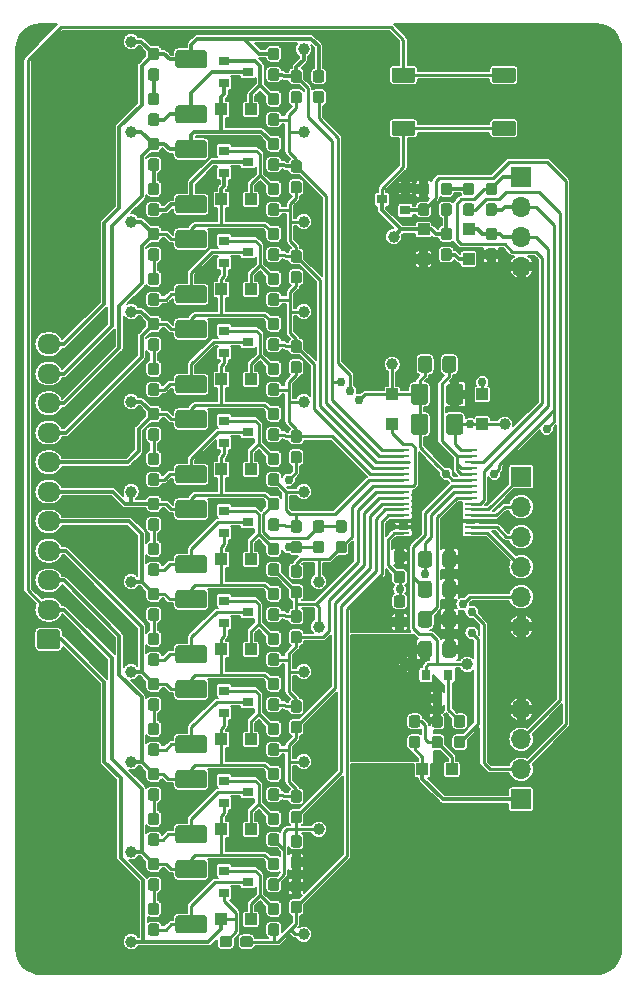
<source format=gbr>
G04 #@! TF.GenerationSoftware,KiCad,Pcbnew,(5.1.2)-2*
G04 #@! TF.CreationDate,2019-08-30T16:27:02-04:00*
G04 #@! TF.ProjectId,AFE SubBoard 0-2,41464520-5375-4624-926f-61726420302d,rev?*
G04 #@! TF.SameCoordinates,Original*
G04 #@! TF.FileFunction,Copper,L1,Top*
G04 #@! TF.FilePolarity,Positive*
%FSLAX46Y46*%
G04 Gerber Fmt 4.6, Leading zero omitted, Abs format (unit mm)*
G04 Created by KiCad (PCBNEW (5.1.2)-2) date 2019-08-30 16:27:02*
%MOMM*%
%LPD*%
G04 APERTURE LIST*
G04 #@! TA.AperFunction,SMDPad,CuDef*
%ADD10R,1.100000X0.285000*%
G04 #@! TD*
G04 #@! TA.AperFunction,BGAPad,CuDef*
%ADD11C,1.000000*%
G04 #@! TD*
G04 #@! TA.AperFunction,Conductor*
%ADD12C,0.100000*%
G04 #@! TD*
G04 #@! TA.AperFunction,SMDPad,CuDef*
%ADD13C,1.250000*%
G04 #@! TD*
G04 #@! TA.AperFunction,SMDPad,CuDef*
%ADD14C,0.950000*%
G04 #@! TD*
G04 #@! TA.AperFunction,SMDPad,CuDef*
%ADD15C,1.525000*%
G04 #@! TD*
G04 #@! TA.AperFunction,SMDPad,CuDef*
%ADD16R,0.900000X0.800000*%
G04 #@! TD*
G04 #@! TA.AperFunction,SMDPad,CuDef*
%ADD17R,0.800000X0.900000*%
G04 #@! TD*
G04 #@! TA.AperFunction,ComponentPad*
%ADD18O,1.700000X1.700000*%
G04 #@! TD*
G04 #@! TA.AperFunction,ComponentPad*
%ADD19R,1.700000X1.700000*%
G04 #@! TD*
G04 #@! TA.AperFunction,ComponentPad*
%ADD20O,1.950000X1.700000*%
G04 #@! TD*
G04 #@! TA.AperFunction,ComponentPad*
%ADD21C,1.700000*%
G04 #@! TD*
G04 #@! TA.AperFunction,SMDPad,CuDef*
%ADD22R,1.000000X1.000000*%
G04 #@! TD*
G04 #@! TA.AperFunction,SMDPad,CuDef*
%ADD23C,1.425000*%
G04 #@! TD*
G04 #@! TA.AperFunction,SMDPad,CuDef*
%ADD24C,1.150000*%
G04 #@! TD*
G04 #@! TA.AperFunction,ViaPad*
%ADD25C,0.762000*%
G04 #@! TD*
G04 #@! TA.AperFunction,Conductor*
%ADD26C,0.304800*%
G04 #@! TD*
G04 #@! TA.AperFunction,Conductor*
%ADD27C,0.254000*%
G04 #@! TD*
G04 #@! TA.AperFunction,Conductor*
%ADD28C,0.152400*%
G04 #@! TD*
G04 APERTURE END LIST*
D10*
G04 #@! TO.P,U1,30*
G04 #@! TO.N,/ALT*
X153868000Y-49855000D03*
G04 #@! TO.P,U1,29*
G04 #@! TO.N,GND*
X153868000Y-49355000D03*
G04 #@! TO.P,U1,28*
X153868000Y-48855000D03*
G04 #@! TO.P,U1,27*
G04 #@! TO.N,/VC0*
X153868000Y-48355000D03*
G04 #@! TO.P,U1,26*
G04 #@! TO.N,/VC1*
X153868000Y-47855000D03*
G04 #@! TO.P,U1,25*
G04 #@! TO.N,/VC2*
X153868000Y-47355000D03*
G04 #@! TO.P,U1,24*
G04 #@! TO.N,/VC3*
X153868000Y-46855000D03*
G04 #@! TO.P,U1,23*
G04 #@! TO.N,/VC4*
X153868000Y-46355000D03*
G04 #@! TO.P,U1,22*
G04 #@! TO.N,/VC5*
X153868000Y-45855000D03*
G04 #@! TO.P,U1,21*
G04 #@! TO.N,/VC5B*
X153868000Y-45355000D03*
G04 #@! TO.P,U1,20*
G04 #@! TO.N,/VC6*
X153868000Y-44855000D03*
G04 #@! TO.P,U1,19*
G04 #@! TO.N,/VC7*
X153868000Y-44355000D03*
G04 #@! TO.P,U1,18*
G04 #@! TO.N,/VC8*
X153868000Y-43855000D03*
G04 #@! TO.P,U1,17*
G04 #@! TO.N,/VC9*
X153868000Y-43355000D03*
G04 #@! TO.P,U1,16*
G04 #@! TO.N,/VC10*
X153868000Y-42855000D03*
G04 #@! TO.P,U1,15*
G04 #@! TO.N,/VC10X*
X159568000Y-42855000D03*
G04 #@! TO.P,U1,14*
G04 #@! TO.N,Net-(C16-Pad1)*
X159568000Y-43355000D03*
G04 #@! TO.P,U1,13*
G04 #@! TO.N,/TS2*
X159568000Y-43855000D03*
G04 #@! TO.P,U1,12*
G04 #@! TO.N,Net-(C16-Pad1)*
X159568000Y-44355000D03*
G04 #@! TO.P,U1,11*
X159568000Y-44855000D03*
G04 #@! TO.P,U1,10*
G04 #@! TO.N,/VC5X*
X159568000Y-45355000D03*
G04 #@! TO.P,U1,9*
G04 #@! TO.N,/REGSRC*
X159568000Y-45855000D03*
G04 #@! TO.P,U1,8*
G04 #@! TO.N,/REGOUT*
X159568000Y-46355000D03*
G04 #@! TO.P,U1,7*
G04 #@! TO.N,Net-(C17-Pad1)*
X159568000Y-46855000D03*
G04 #@! TO.P,U1,6*
G04 #@! TO.N,/TS1*
X159568000Y-47355000D03*
G04 #@! TO.P,U1,5*
G04 #@! TO.N,/SCL*
X159568000Y-47855000D03*
G04 #@! TO.P,U1,4*
G04 #@! TO.N,/SDA*
X159568000Y-48355000D03*
G04 #@! TO.P,U1,3*
G04 #@! TO.N,GND*
X159568000Y-48855000D03*
G04 #@! TO.P,U1,2*
G04 #@! TO.N,/CHG*
X159568000Y-49355000D03*
G04 #@! TO.P,U1,1*
G04 #@! TO.N,/DSG*
X159568000Y-49855000D03*
G04 #@! TD*
D11*
G04 #@! TO.P,TP11,1*
G04 #@! TO.N,Net-(D17-Pad2)*
X130810000Y-61595000D03*
G04 #@! TD*
G04 #@! TO.P,TP10,1*
G04 #@! TO.N,Net-(D16-Pad2)*
X130810000Y-53975000D03*
G04 #@! TD*
G04 #@! TO.P,TP9,1*
G04 #@! TO.N,Net-(D15-Pad2)*
X130810000Y-46355000D03*
G04 #@! TD*
G04 #@! TO.P,TP8,1*
G04 #@! TO.N,Net-(D14-Pad2)*
X130810000Y-38735000D03*
G04 #@! TD*
G04 #@! TO.P,TP7,1*
G04 #@! TO.N,Net-(D18-Pad2)*
X130810000Y-69215000D03*
G04 #@! TD*
G04 #@! TO.P,TP6,1*
G04 #@! TO.N,Net-(D13-Pad2)*
X130810000Y-31115000D03*
G04 #@! TD*
G04 #@! TO.P,TP5,1*
G04 #@! TO.N,/BOOT_V*
X130810000Y-76835000D03*
G04 #@! TD*
G04 #@! TO.P,TP4,1*
G04 #@! TO.N,Net-(D12-Pad2)*
X130810000Y-23495000D03*
G04 #@! TD*
G04 #@! TO.P,TP3,1*
G04 #@! TO.N,Net-(D20-Pad2)*
X130810000Y-84455000D03*
G04 #@! TD*
G04 #@! TO.P,TP2,1*
G04 #@! TO.N,Net-(D11-Pad2)*
X130810000Y-15875000D03*
G04 #@! TD*
G04 #@! TO.P,TP1,1*
G04 #@! TO.N,Net-(D1-Pad2)*
X130810000Y-8255000D03*
G04 #@! TD*
G04 #@! TO.P,TP28,1*
G04 #@! TO.N,/VC5X*
X152908000Y-35560000D03*
G04 #@! TD*
G04 #@! TO.P,TP27,1*
G04 #@! TO.N,/VC10X*
X162433000Y-40640000D03*
G04 #@! TD*
G04 #@! TO.P,TP26,1*
G04 #@! TO.N,/REGSRC*
X159258000Y-60960000D03*
G04 #@! TD*
G04 #@! TO.P,TP25,1*
G04 #@! TO.N,Net-(D24-Pad1)*
X153035000Y-24765000D03*
G04 #@! TD*
G04 #@! TO.P,TP24,1*
G04 #@! TO.N,Net-(C13-Pad1)*
X154178000Y-60960000D03*
G04 #@! TD*
G04 #@! TO.P,TP23,1*
G04 #@! TO.N,/VC5B*
X145415000Y-46355000D03*
G04 #@! TD*
G04 #@! TO.P,TP22,1*
G04 #@! TO.N,/VC0*
X145415000Y-83820000D03*
G04 #@! TD*
G04 #@! TO.P,TP21,1*
G04 #@! TO.N,/VC1*
X146685000Y-74930000D03*
G04 #@! TD*
G04 #@! TO.P,TP20,1*
G04 #@! TO.N,/VC2*
X145415000Y-69215000D03*
G04 #@! TD*
G04 #@! TO.P,TP19,1*
G04 #@! TO.N,/VC3*
X145415000Y-61595000D03*
G04 #@! TD*
G04 #@! TO.P,TP18,1*
G04 #@! TO.N,/VC4*
X146685000Y-57785000D03*
G04 #@! TD*
G04 #@! TO.P,TP17,1*
G04 #@! TO.N,/VC5*
X146685000Y-53975000D03*
G04 #@! TD*
G04 #@! TO.P,TP16,1*
G04 #@! TO.N,/VC6*
X145415000Y-38735000D03*
G04 #@! TD*
G04 #@! TO.P,TP15,1*
G04 #@! TO.N,/VC7*
X145415000Y-31115000D03*
G04 #@! TD*
G04 #@! TO.P,TP14,1*
G04 #@! TO.N,/VC8*
X145415000Y-23495000D03*
G04 #@! TD*
G04 #@! TO.P,TP13,1*
G04 #@! TO.N,/VC9*
X145415000Y-15875000D03*
G04 #@! TD*
G04 #@! TO.P,TP12,1*
G04 #@! TO.N,/VC10*
X145415000Y-8890000D03*
G04 #@! TD*
D12*
G04 #@! TO.N,/BOOT_V*
G04 #@! TO.C,SW1*
G36*
X154724065Y-10460752D02*
G01*
X154739233Y-10463002D01*
X154754107Y-10466728D01*
X154768544Y-10471894D01*
X154782406Y-10478450D01*
X154795558Y-10486333D01*
X154807874Y-10495467D01*
X154819235Y-10505765D01*
X154829533Y-10517126D01*
X154838667Y-10529442D01*
X154846550Y-10542594D01*
X154853106Y-10556456D01*
X154858272Y-10570893D01*
X154861998Y-10585767D01*
X154864248Y-10600935D01*
X154865000Y-10616250D01*
X154865000Y-11553750D01*
X154864248Y-11569065D01*
X154861998Y-11584233D01*
X154858272Y-11599107D01*
X154853106Y-11613544D01*
X154846550Y-11627406D01*
X154838667Y-11640558D01*
X154829533Y-11652874D01*
X154819235Y-11664235D01*
X154807874Y-11674533D01*
X154795558Y-11683667D01*
X154782406Y-11691550D01*
X154768544Y-11698106D01*
X154754107Y-11703272D01*
X154739233Y-11706998D01*
X154724065Y-11709248D01*
X154708750Y-11710000D01*
X153021250Y-11710000D01*
X153005935Y-11709248D01*
X152990767Y-11706998D01*
X152975893Y-11703272D01*
X152961456Y-11698106D01*
X152947594Y-11691550D01*
X152934442Y-11683667D01*
X152922126Y-11674533D01*
X152910765Y-11664235D01*
X152900467Y-11652874D01*
X152891333Y-11640558D01*
X152883450Y-11627406D01*
X152876894Y-11613544D01*
X152871728Y-11599107D01*
X152868002Y-11584233D01*
X152865752Y-11569065D01*
X152865000Y-11553750D01*
X152865000Y-10616250D01*
X152865752Y-10600935D01*
X152868002Y-10585767D01*
X152871728Y-10570893D01*
X152876894Y-10556456D01*
X152883450Y-10542594D01*
X152891333Y-10529442D01*
X152900467Y-10517126D01*
X152910765Y-10505765D01*
X152922126Y-10495467D01*
X152934442Y-10486333D01*
X152947594Y-10478450D01*
X152961456Y-10471894D01*
X152975893Y-10466728D01*
X152990767Y-10463002D01*
X153005935Y-10460752D01*
X153021250Y-10460000D01*
X154708750Y-10460000D01*
X154724065Y-10460752D01*
X154724065Y-10460752D01*
G37*
D13*
G04 #@! TD*
G04 #@! TO.P,SW1,2*
G04 #@! TO.N,/BOOT_V*
X153865000Y-11085000D03*
D12*
G04 #@! TO.N,/BOOT_V*
G04 #@! TO.C,SW1*
G36*
X163224065Y-10460752D02*
G01*
X163239233Y-10463002D01*
X163254107Y-10466728D01*
X163268544Y-10471894D01*
X163282406Y-10478450D01*
X163295558Y-10486333D01*
X163307874Y-10495467D01*
X163319235Y-10505765D01*
X163329533Y-10517126D01*
X163338667Y-10529442D01*
X163346550Y-10542594D01*
X163353106Y-10556456D01*
X163358272Y-10570893D01*
X163361998Y-10585767D01*
X163364248Y-10600935D01*
X163365000Y-10616250D01*
X163365000Y-11553750D01*
X163364248Y-11569065D01*
X163361998Y-11584233D01*
X163358272Y-11599107D01*
X163353106Y-11613544D01*
X163346550Y-11627406D01*
X163338667Y-11640558D01*
X163329533Y-11652874D01*
X163319235Y-11664235D01*
X163307874Y-11674533D01*
X163295558Y-11683667D01*
X163282406Y-11691550D01*
X163268544Y-11698106D01*
X163254107Y-11703272D01*
X163239233Y-11706998D01*
X163224065Y-11709248D01*
X163208750Y-11710000D01*
X161521250Y-11710000D01*
X161505935Y-11709248D01*
X161490767Y-11706998D01*
X161475893Y-11703272D01*
X161461456Y-11698106D01*
X161447594Y-11691550D01*
X161434442Y-11683667D01*
X161422126Y-11674533D01*
X161410765Y-11664235D01*
X161400467Y-11652874D01*
X161391333Y-11640558D01*
X161383450Y-11627406D01*
X161376894Y-11613544D01*
X161371728Y-11599107D01*
X161368002Y-11584233D01*
X161365752Y-11569065D01*
X161365000Y-11553750D01*
X161365000Y-10616250D01*
X161365752Y-10600935D01*
X161368002Y-10585767D01*
X161371728Y-10570893D01*
X161376894Y-10556456D01*
X161383450Y-10542594D01*
X161391333Y-10529442D01*
X161400467Y-10517126D01*
X161410765Y-10505765D01*
X161422126Y-10495467D01*
X161434442Y-10486333D01*
X161447594Y-10478450D01*
X161461456Y-10471894D01*
X161475893Y-10466728D01*
X161490767Y-10463002D01*
X161505935Y-10460752D01*
X161521250Y-10460000D01*
X163208750Y-10460000D01*
X163224065Y-10460752D01*
X163224065Y-10460752D01*
G37*
D13*
G04 #@! TD*
G04 #@! TO.P,SW1,2*
G04 #@! TO.N,/BOOT_V*
X162365000Y-11085000D03*
D12*
G04 #@! TO.N,Net-(D24-Pad1)*
G04 #@! TO.C,SW1*
G36*
X154724065Y-14960752D02*
G01*
X154739233Y-14963002D01*
X154754107Y-14966728D01*
X154768544Y-14971894D01*
X154782406Y-14978450D01*
X154795558Y-14986333D01*
X154807874Y-14995467D01*
X154819235Y-15005765D01*
X154829533Y-15017126D01*
X154838667Y-15029442D01*
X154846550Y-15042594D01*
X154853106Y-15056456D01*
X154858272Y-15070893D01*
X154861998Y-15085767D01*
X154864248Y-15100935D01*
X154865000Y-15116250D01*
X154865000Y-16053750D01*
X154864248Y-16069065D01*
X154861998Y-16084233D01*
X154858272Y-16099107D01*
X154853106Y-16113544D01*
X154846550Y-16127406D01*
X154838667Y-16140558D01*
X154829533Y-16152874D01*
X154819235Y-16164235D01*
X154807874Y-16174533D01*
X154795558Y-16183667D01*
X154782406Y-16191550D01*
X154768544Y-16198106D01*
X154754107Y-16203272D01*
X154739233Y-16206998D01*
X154724065Y-16209248D01*
X154708750Y-16210000D01*
X153021250Y-16210000D01*
X153005935Y-16209248D01*
X152990767Y-16206998D01*
X152975893Y-16203272D01*
X152961456Y-16198106D01*
X152947594Y-16191550D01*
X152934442Y-16183667D01*
X152922126Y-16174533D01*
X152910765Y-16164235D01*
X152900467Y-16152874D01*
X152891333Y-16140558D01*
X152883450Y-16127406D01*
X152876894Y-16113544D01*
X152871728Y-16099107D01*
X152868002Y-16084233D01*
X152865752Y-16069065D01*
X152865000Y-16053750D01*
X152865000Y-15116250D01*
X152865752Y-15100935D01*
X152868002Y-15085767D01*
X152871728Y-15070893D01*
X152876894Y-15056456D01*
X152883450Y-15042594D01*
X152891333Y-15029442D01*
X152900467Y-15017126D01*
X152910765Y-15005765D01*
X152922126Y-14995467D01*
X152934442Y-14986333D01*
X152947594Y-14978450D01*
X152961456Y-14971894D01*
X152975893Y-14966728D01*
X152990767Y-14963002D01*
X153005935Y-14960752D01*
X153021250Y-14960000D01*
X154708750Y-14960000D01*
X154724065Y-14960752D01*
X154724065Y-14960752D01*
G37*
D13*
G04 #@! TD*
G04 #@! TO.P,SW1,1*
G04 #@! TO.N,Net-(D24-Pad1)*
X153865000Y-15585000D03*
D12*
G04 #@! TO.N,Net-(D24-Pad1)*
G04 #@! TO.C,SW1*
G36*
X163224065Y-14960752D02*
G01*
X163239233Y-14963002D01*
X163254107Y-14966728D01*
X163268544Y-14971894D01*
X163282406Y-14978450D01*
X163295558Y-14986333D01*
X163307874Y-14995467D01*
X163319235Y-15005765D01*
X163329533Y-15017126D01*
X163338667Y-15029442D01*
X163346550Y-15042594D01*
X163353106Y-15056456D01*
X163358272Y-15070893D01*
X163361998Y-15085767D01*
X163364248Y-15100935D01*
X163365000Y-15116250D01*
X163365000Y-16053750D01*
X163364248Y-16069065D01*
X163361998Y-16084233D01*
X163358272Y-16099107D01*
X163353106Y-16113544D01*
X163346550Y-16127406D01*
X163338667Y-16140558D01*
X163329533Y-16152874D01*
X163319235Y-16164235D01*
X163307874Y-16174533D01*
X163295558Y-16183667D01*
X163282406Y-16191550D01*
X163268544Y-16198106D01*
X163254107Y-16203272D01*
X163239233Y-16206998D01*
X163224065Y-16209248D01*
X163208750Y-16210000D01*
X161521250Y-16210000D01*
X161505935Y-16209248D01*
X161490767Y-16206998D01*
X161475893Y-16203272D01*
X161461456Y-16198106D01*
X161447594Y-16191550D01*
X161434442Y-16183667D01*
X161422126Y-16174533D01*
X161410765Y-16164235D01*
X161400467Y-16152874D01*
X161391333Y-16140558D01*
X161383450Y-16127406D01*
X161376894Y-16113544D01*
X161371728Y-16099107D01*
X161368002Y-16084233D01*
X161365752Y-16069065D01*
X161365000Y-16053750D01*
X161365000Y-15116250D01*
X161365752Y-15100935D01*
X161368002Y-15085767D01*
X161371728Y-15070893D01*
X161376894Y-15056456D01*
X161383450Y-15042594D01*
X161391333Y-15029442D01*
X161400467Y-15017126D01*
X161410765Y-15005765D01*
X161422126Y-14995467D01*
X161434442Y-14986333D01*
X161447594Y-14978450D01*
X161461456Y-14971894D01*
X161475893Y-14966728D01*
X161490767Y-14963002D01*
X161505935Y-14960752D01*
X161521250Y-14960000D01*
X163208750Y-14960000D01*
X163224065Y-14960752D01*
X163224065Y-14960752D01*
G37*
D13*
G04 #@! TD*
G04 #@! TO.P,SW1,1*
G04 #@! TO.N,Net-(D24-Pad1)*
X162365000Y-15585000D03*
D12*
G04 #@! TO.N,Net-(D24-Pad1)*
G04 #@! TO.C,R52*
G36*
X157740779Y-24001144D02*
G01*
X157763834Y-24004563D01*
X157786443Y-24010227D01*
X157808387Y-24018079D01*
X157829457Y-24028044D01*
X157849448Y-24040026D01*
X157868168Y-24053910D01*
X157885438Y-24069562D01*
X157901090Y-24086832D01*
X157914974Y-24105552D01*
X157926956Y-24125543D01*
X157936921Y-24146613D01*
X157944773Y-24168557D01*
X157950437Y-24191166D01*
X157953856Y-24214221D01*
X157955000Y-24237500D01*
X157955000Y-24812500D01*
X157953856Y-24835779D01*
X157950437Y-24858834D01*
X157944773Y-24881443D01*
X157936921Y-24903387D01*
X157926956Y-24924457D01*
X157914974Y-24944448D01*
X157901090Y-24963168D01*
X157885438Y-24980438D01*
X157868168Y-24996090D01*
X157849448Y-25009974D01*
X157829457Y-25021956D01*
X157808387Y-25031921D01*
X157786443Y-25039773D01*
X157763834Y-25045437D01*
X157740779Y-25048856D01*
X157717500Y-25050000D01*
X157242500Y-25050000D01*
X157219221Y-25048856D01*
X157196166Y-25045437D01*
X157173557Y-25039773D01*
X157151613Y-25031921D01*
X157130543Y-25021956D01*
X157110552Y-25009974D01*
X157091832Y-24996090D01*
X157074562Y-24980438D01*
X157058910Y-24963168D01*
X157045026Y-24944448D01*
X157033044Y-24924457D01*
X157023079Y-24903387D01*
X157015227Y-24881443D01*
X157009563Y-24858834D01*
X157006144Y-24835779D01*
X157005000Y-24812500D01*
X157005000Y-24237500D01*
X157006144Y-24214221D01*
X157009563Y-24191166D01*
X157015227Y-24168557D01*
X157023079Y-24146613D01*
X157033044Y-24125543D01*
X157045026Y-24105552D01*
X157058910Y-24086832D01*
X157074562Y-24069562D01*
X157091832Y-24053910D01*
X157110552Y-24040026D01*
X157130543Y-24028044D01*
X157151613Y-24018079D01*
X157173557Y-24010227D01*
X157196166Y-24004563D01*
X157219221Y-24001144D01*
X157242500Y-24000000D01*
X157717500Y-24000000D01*
X157740779Y-24001144D01*
X157740779Y-24001144D01*
G37*
D14*
G04 #@! TD*
G04 #@! TO.P,R52,2*
G04 #@! TO.N,Net-(D24-Pad1)*
X157480000Y-24525000D03*
D12*
G04 #@! TO.N,Net-(D25-Pad2)*
G04 #@! TO.C,R52*
G36*
X157740779Y-25751144D02*
G01*
X157763834Y-25754563D01*
X157786443Y-25760227D01*
X157808387Y-25768079D01*
X157829457Y-25778044D01*
X157849448Y-25790026D01*
X157868168Y-25803910D01*
X157885438Y-25819562D01*
X157901090Y-25836832D01*
X157914974Y-25855552D01*
X157926956Y-25875543D01*
X157936921Y-25896613D01*
X157944773Y-25918557D01*
X157950437Y-25941166D01*
X157953856Y-25964221D01*
X157955000Y-25987500D01*
X157955000Y-26562500D01*
X157953856Y-26585779D01*
X157950437Y-26608834D01*
X157944773Y-26631443D01*
X157936921Y-26653387D01*
X157926956Y-26674457D01*
X157914974Y-26694448D01*
X157901090Y-26713168D01*
X157885438Y-26730438D01*
X157868168Y-26746090D01*
X157849448Y-26759974D01*
X157829457Y-26771956D01*
X157808387Y-26781921D01*
X157786443Y-26789773D01*
X157763834Y-26795437D01*
X157740779Y-26798856D01*
X157717500Y-26800000D01*
X157242500Y-26800000D01*
X157219221Y-26798856D01*
X157196166Y-26795437D01*
X157173557Y-26789773D01*
X157151613Y-26781921D01*
X157130543Y-26771956D01*
X157110552Y-26759974D01*
X157091832Y-26746090D01*
X157074562Y-26730438D01*
X157058910Y-26713168D01*
X157045026Y-26694448D01*
X157033044Y-26674457D01*
X157023079Y-26653387D01*
X157015227Y-26631443D01*
X157009563Y-26608834D01*
X157006144Y-26585779D01*
X157005000Y-26562500D01*
X157005000Y-25987500D01*
X157006144Y-25964221D01*
X157009563Y-25941166D01*
X157015227Y-25918557D01*
X157023079Y-25896613D01*
X157033044Y-25875543D01*
X157045026Y-25855552D01*
X157058910Y-25836832D01*
X157074562Y-25819562D01*
X157091832Y-25803910D01*
X157110552Y-25790026D01*
X157130543Y-25778044D01*
X157151613Y-25768079D01*
X157173557Y-25760227D01*
X157196166Y-25754563D01*
X157219221Y-25751144D01*
X157242500Y-25750000D01*
X157717500Y-25750000D01*
X157740779Y-25751144D01*
X157740779Y-25751144D01*
G37*
D14*
G04 #@! TD*
G04 #@! TO.P,R52,1*
G04 #@! TO.N,Net-(D25-Pad2)*
X157480000Y-26275000D03*
D12*
G04 #@! TO.N,/ALT*
G04 #@! TO.C,R51*
G36*
X153803779Y-55116144D02*
G01*
X153826834Y-55119563D01*
X153849443Y-55125227D01*
X153871387Y-55133079D01*
X153892457Y-55143044D01*
X153912448Y-55155026D01*
X153931168Y-55168910D01*
X153948438Y-55184562D01*
X153964090Y-55201832D01*
X153977974Y-55220552D01*
X153989956Y-55240543D01*
X153999921Y-55261613D01*
X154007773Y-55283557D01*
X154013437Y-55306166D01*
X154016856Y-55329221D01*
X154018000Y-55352500D01*
X154018000Y-55927500D01*
X154016856Y-55950779D01*
X154013437Y-55973834D01*
X154007773Y-55996443D01*
X153999921Y-56018387D01*
X153989956Y-56039457D01*
X153977974Y-56059448D01*
X153964090Y-56078168D01*
X153948438Y-56095438D01*
X153931168Y-56111090D01*
X153912448Y-56124974D01*
X153892457Y-56136956D01*
X153871387Y-56146921D01*
X153849443Y-56154773D01*
X153826834Y-56160437D01*
X153803779Y-56163856D01*
X153780500Y-56165000D01*
X153305500Y-56165000D01*
X153282221Y-56163856D01*
X153259166Y-56160437D01*
X153236557Y-56154773D01*
X153214613Y-56146921D01*
X153193543Y-56136956D01*
X153173552Y-56124974D01*
X153154832Y-56111090D01*
X153137562Y-56095438D01*
X153121910Y-56078168D01*
X153108026Y-56059448D01*
X153096044Y-56039457D01*
X153086079Y-56018387D01*
X153078227Y-55996443D01*
X153072563Y-55973834D01*
X153069144Y-55950779D01*
X153068000Y-55927500D01*
X153068000Y-55352500D01*
X153069144Y-55329221D01*
X153072563Y-55306166D01*
X153078227Y-55283557D01*
X153086079Y-55261613D01*
X153096044Y-55240543D01*
X153108026Y-55220552D01*
X153121910Y-55201832D01*
X153137562Y-55184562D01*
X153154832Y-55168910D01*
X153173552Y-55155026D01*
X153193543Y-55143044D01*
X153214613Y-55133079D01*
X153236557Y-55125227D01*
X153259166Y-55119563D01*
X153282221Y-55116144D01*
X153305500Y-55115000D01*
X153780500Y-55115000D01*
X153803779Y-55116144D01*
X153803779Y-55116144D01*
G37*
D14*
G04 #@! TD*
G04 #@! TO.P,R51,2*
G04 #@! TO.N,/ALT*
X153543000Y-55640000D03*
D12*
G04 #@! TO.N,GND*
G04 #@! TO.C,R51*
G36*
X153803779Y-56866144D02*
G01*
X153826834Y-56869563D01*
X153849443Y-56875227D01*
X153871387Y-56883079D01*
X153892457Y-56893044D01*
X153912448Y-56905026D01*
X153931168Y-56918910D01*
X153948438Y-56934562D01*
X153964090Y-56951832D01*
X153977974Y-56970552D01*
X153989956Y-56990543D01*
X153999921Y-57011613D01*
X154007773Y-57033557D01*
X154013437Y-57056166D01*
X154016856Y-57079221D01*
X154018000Y-57102500D01*
X154018000Y-57677500D01*
X154016856Y-57700779D01*
X154013437Y-57723834D01*
X154007773Y-57746443D01*
X153999921Y-57768387D01*
X153989956Y-57789457D01*
X153977974Y-57809448D01*
X153964090Y-57828168D01*
X153948438Y-57845438D01*
X153931168Y-57861090D01*
X153912448Y-57874974D01*
X153892457Y-57886956D01*
X153871387Y-57896921D01*
X153849443Y-57904773D01*
X153826834Y-57910437D01*
X153803779Y-57913856D01*
X153780500Y-57915000D01*
X153305500Y-57915000D01*
X153282221Y-57913856D01*
X153259166Y-57910437D01*
X153236557Y-57904773D01*
X153214613Y-57896921D01*
X153193543Y-57886956D01*
X153173552Y-57874974D01*
X153154832Y-57861090D01*
X153137562Y-57845438D01*
X153121910Y-57828168D01*
X153108026Y-57809448D01*
X153096044Y-57789457D01*
X153086079Y-57768387D01*
X153078227Y-57746443D01*
X153072563Y-57723834D01*
X153069144Y-57700779D01*
X153068000Y-57677500D01*
X153068000Y-57102500D01*
X153069144Y-57079221D01*
X153072563Y-57056166D01*
X153078227Y-57033557D01*
X153086079Y-57011613D01*
X153096044Y-56990543D01*
X153108026Y-56970552D01*
X153121910Y-56951832D01*
X153137562Y-56934562D01*
X153154832Y-56918910D01*
X153173552Y-56905026D01*
X153193543Y-56893044D01*
X153214613Y-56883079D01*
X153236557Y-56875227D01*
X153259166Y-56869563D01*
X153282221Y-56866144D01*
X153305500Y-56865000D01*
X153780500Y-56865000D01*
X153803779Y-56866144D01*
X153803779Y-56866144D01*
G37*
D14*
G04 #@! TD*
G04 #@! TO.P,R51,1*
G04 #@! TO.N,GND*
X153543000Y-57390000D03*
D12*
G04 #@! TO.N,Net-(Q11-Pad1)*
G04 #@! TO.C,R50*
G36*
X158883779Y-65276144D02*
G01*
X158906834Y-65279563D01*
X158929443Y-65285227D01*
X158951387Y-65293079D01*
X158972457Y-65303044D01*
X158992448Y-65315026D01*
X159011168Y-65328910D01*
X159028438Y-65344562D01*
X159044090Y-65361832D01*
X159057974Y-65380552D01*
X159069956Y-65400543D01*
X159079921Y-65421613D01*
X159087773Y-65443557D01*
X159093437Y-65466166D01*
X159096856Y-65489221D01*
X159098000Y-65512500D01*
X159098000Y-66087500D01*
X159096856Y-66110779D01*
X159093437Y-66133834D01*
X159087773Y-66156443D01*
X159079921Y-66178387D01*
X159069956Y-66199457D01*
X159057974Y-66219448D01*
X159044090Y-66238168D01*
X159028438Y-66255438D01*
X159011168Y-66271090D01*
X158992448Y-66284974D01*
X158972457Y-66296956D01*
X158951387Y-66306921D01*
X158929443Y-66314773D01*
X158906834Y-66320437D01*
X158883779Y-66323856D01*
X158860500Y-66325000D01*
X158385500Y-66325000D01*
X158362221Y-66323856D01*
X158339166Y-66320437D01*
X158316557Y-66314773D01*
X158294613Y-66306921D01*
X158273543Y-66296956D01*
X158253552Y-66284974D01*
X158234832Y-66271090D01*
X158217562Y-66255438D01*
X158201910Y-66238168D01*
X158188026Y-66219448D01*
X158176044Y-66199457D01*
X158166079Y-66178387D01*
X158158227Y-66156443D01*
X158152563Y-66133834D01*
X158149144Y-66110779D01*
X158148000Y-66087500D01*
X158148000Y-65512500D01*
X158149144Y-65489221D01*
X158152563Y-65466166D01*
X158158227Y-65443557D01*
X158166079Y-65421613D01*
X158176044Y-65400543D01*
X158188026Y-65380552D01*
X158201910Y-65361832D01*
X158217562Y-65344562D01*
X158234832Y-65328910D01*
X158253552Y-65315026D01*
X158273543Y-65303044D01*
X158294613Y-65293079D01*
X158316557Y-65285227D01*
X158339166Y-65279563D01*
X158362221Y-65276144D01*
X158385500Y-65275000D01*
X158860500Y-65275000D01*
X158883779Y-65276144D01*
X158883779Y-65276144D01*
G37*
D14*
G04 #@! TD*
G04 #@! TO.P,R50,2*
G04 #@! TO.N,Net-(Q11-Pad1)*
X158623000Y-65800000D03*
D12*
G04 #@! TO.N,/VC5X*
G04 #@! TO.C,R50*
G36*
X158883779Y-67026144D02*
G01*
X158906834Y-67029563D01*
X158929443Y-67035227D01*
X158951387Y-67043079D01*
X158972457Y-67053044D01*
X158992448Y-67065026D01*
X159011168Y-67078910D01*
X159028438Y-67094562D01*
X159044090Y-67111832D01*
X159057974Y-67130552D01*
X159069956Y-67150543D01*
X159079921Y-67171613D01*
X159087773Y-67193557D01*
X159093437Y-67216166D01*
X159096856Y-67239221D01*
X159098000Y-67262500D01*
X159098000Y-67837500D01*
X159096856Y-67860779D01*
X159093437Y-67883834D01*
X159087773Y-67906443D01*
X159079921Y-67928387D01*
X159069956Y-67949457D01*
X159057974Y-67969448D01*
X159044090Y-67988168D01*
X159028438Y-68005438D01*
X159011168Y-68021090D01*
X158992448Y-68034974D01*
X158972457Y-68046956D01*
X158951387Y-68056921D01*
X158929443Y-68064773D01*
X158906834Y-68070437D01*
X158883779Y-68073856D01*
X158860500Y-68075000D01*
X158385500Y-68075000D01*
X158362221Y-68073856D01*
X158339166Y-68070437D01*
X158316557Y-68064773D01*
X158294613Y-68056921D01*
X158273543Y-68046956D01*
X158253552Y-68034974D01*
X158234832Y-68021090D01*
X158217562Y-68005438D01*
X158201910Y-67988168D01*
X158188026Y-67969448D01*
X158176044Y-67949457D01*
X158166079Y-67928387D01*
X158158227Y-67906443D01*
X158152563Y-67883834D01*
X158149144Y-67860779D01*
X158148000Y-67837500D01*
X158148000Y-67262500D01*
X158149144Y-67239221D01*
X158152563Y-67216166D01*
X158158227Y-67193557D01*
X158166079Y-67171613D01*
X158176044Y-67150543D01*
X158188026Y-67130552D01*
X158201910Y-67111832D01*
X158217562Y-67094562D01*
X158234832Y-67078910D01*
X158253552Y-67065026D01*
X158273543Y-67053044D01*
X158294613Y-67043079D01*
X158316557Y-67035227D01*
X158339166Y-67029563D01*
X158362221Y-67026144D01*
X158385500Y-67025000D01*
X158860500Y-67025000D01*
X158883779Y-67026144D01*
X158883779Y-67026144D01*
G37*
D14*
G04 #@! TD*
G04 #@! TO.P,R50,1*
G04 #@! TO.N,/VC5X*
X158623000Y-67550000D03*
D12*
G04 #@! TO.N,/AFE_PWR*
G04 #@! TO.C,R49*
G36*
X155073779Y-67026144D02*
G01*
X155096834Y-67029563D01*
X155119443Y-67035227D01*
X155141387Y-67043079D01*
X155162457Y-67053044D01*
X155182448Y-67065026D01*
X155201168Y-67078910D01*
X155218438Y-67094562D01*
X155234090Y-67111832D01*
X155247974Y-67130552D01*
X155259956Y-67150543D01*
X155269921Y-67171613D01*
X155277773Y-67193557D01*
X155283437Y-67216166D01*
X155286856Y-67239221D01*
X155288000Y-67262500D01*
X155288000Y-67837500D01*
X155286856Y-67860779D01*
X155283437Y-67883834D01*
X155277773Y-67906443D01*
X155269921Y-67928387D01*
X155259956Y-67949457D01*
X155247974Y-67969448D01*
X155234090Y-67988168D01*
X155218438Y-68005438D01*
X155201168Y-68021090D01*
X155182448Y-68034974D01*
X155162457Y-68046956D01*
X155141387Y-68056921D01*
X155119443Y-68064773D01*
X155096834Y-68070437D01*
X155073779Y-68073856D01*
X155050500Y-68075000D01*
X154575500Y-68075000D01*
X154552221Y-68073856D01*
X154529166Y-68070437D01*
X154506557Y-68064773D01*
X154484613Y-68056921D01*
X154463543Y-68046956D01*
X154443552Y-68034974D01*
X154424832Y-68021090D01*
X154407562Y-68005438D01*
X154391910Y-67988168D01*
X154378026Y-67969448D01*
X154366044Y-67949457D01*
X154356079Y-67928387D01*
X154348227Y-67906443D01*
X154342563Y-67883834D01*
X154339144Y-67860779D01*
X154338000Y-67837500D01*
X154338000Y-67262500D01*
X154339144Y-67239221D01*
X154342563Y-67216166D01*
X154348227Y-67193557D01*
X154356079Y-67171613D01*
X154366044Y-67150543D01*
X154378026Y-67130552D01*
X154391910Y-67111832D01*
X154407562Y-67094562D01*
X154424832Y-67078910D01*
X154443552Y-67065026D01*
X154463543Y-67053044D01*
X154484613Y-67043079D01*
X154506557Y-67035227D01*
X154529166Y-67029563D01*
X154552221Y-67026144D01*
X154575500Y-67025000D01*
X155050500Y-67025000D01*
X155073779Y-67026144D01*
X155073779Y-67026144D01*
G37*
D14*
G04 #@! TD*
G04 #@! TO.P,R49,2*
G04 #@! TO.N,/AFE_PWR*
X154813000Y-67550000D03*
D12*
G04 #@! TO.N,Net-(D21-Pad1)*
G04 #@! TO.C,R49*
G36*
X155073779Y-65276144D02*
G01*
X155096834Y-65279563D01*
X155119443Y-65285227D01*
X155141387Y-65293079D01*
X155162457Y-65303044D01*
X155182448Y-65315026D01*
X155201168Y-65328910D01*
X155218438Y-65344562D01*
X155234090Y-65361832D01*
X155247974Y-65380552D01*
X155259956Y-65400543D01*
X155269921Y-65421613D01*
X155277773Y-65443557D01*
X155283437Y-65466166D01*
X155286856Y-65489221D01*
X155288000Y-65512500D01*
X155288000Y-66087500D01*
X155286856Y-66110779D01*
X155283437Y-66133834D01*
X155277773Y-66156443D01*
X155269921Y-66178387D01*
X155259956Y-66199457D01*
X155247974Y-66219448D01*
X155234090Y-66238168D01*
X155218438Y-66255438D01*
X155201168Y-66271090D01*
X155182448Y-66284974D01*
X155162457Y-66296956D01*
X155141387Y-66306921D01*
X155119443Y-66314773D01*
X155096834Y-66320437D01*
X155073779Y-66323856D01*
X155050500Y-66325000D01*
X154575500Y-66325000D01*
X154552221Y-66323856D01*
X154529166Y-66320437D01*
X154506557Y-66314773D01*
X154484613Y-66306921D01*
X154463543Y-66296956D01*
X154443552Y-66284974D01*
X154424832Y-66271090D01*
X154407562Y-66255438D01*
X154391910Y-66238168D01*
X154378026Y-66219448D01*
X154366044Y-66199457D01*
X154356079Y-66178387D01*
X154348227Y-66156443D01*
X154342563Y-66133834D01*
X154339144Y-66110779D01*
X154338000Y-66087500D01*
X154338000Y-65512500D01*
X154339144Y-65489221D01*
X154342563Y-65466166D01*
X154348227Y-65443557D01*
X154356079Y-65421613D01*
X154366044Y-65400543D01*
X154378026Y-65380552D01*
X154391910Y-65361832D01*
X154407562Y-65344562D01*
X154424832Y-65328910D01*
X154443552Y-65315026D01*
X154463543Y-65303044D01*
X154484613Y-65293079D01*
X154506557Y-65285227D01*
X154529166Y-65279563D01*
X154552221Y-65276144D01*
X154575500Y-65275000D01*
X155050500Y-65275000D01*
X155073779Y-65276144D01*
X155073779Y-65276144D01*
G37*
D14*
G04 #@! TD*
G04 #@! TO.P,R49,1*
G04 #@! TO.N,Net-(D21-Pad1)*
X154813000Y-65800000D03*
D12*
G04 #@! TO.N,Net-(R47-Pad1)*
G04 #@! TO.C,R48*
G36*
X157740779Y-20191144D02*
G01*
X157763834Y-20194563D01*
X157786443Y-20200227D01*
X157808387Y-20208079D01*
X157829457Y-20218044D01*
X157849448Y-20230026D01*
X157868168Y-20243910D01*
X157885438Y-20259562D01*
X157901090Y-20276832D01*
X157914974Y-20295552D01*
X157926956Y-20315543D01*
X157936921Y-20336613D01*
X157944773Y-20358557D01*
X157950437Y-20381166D01*
X157953856Y-20404221D01*
X157955000Y-20427500D01*
X157955000Y-21002500D01*
X157953856Y-21025779D01*
X157950437Y-21048834D01*
X157944773Y-21071443D01*
X157936921Y-21093387D01*
X157926956Y-21114457D01*
X157914974Y-21134448D01*
X157901090Y-21153168D01*
X157885438Y-21170438D01*
X157868168Y-21186090D01*
X157849448Y-21199974D01*
X157829457Y-21211956D01*
X157808387Y-21221921D01*
X157786443Y-21229773D01*
X157763834Y-21235437D01*
X157740779Y-21238856D01*
X157717500Y-21240000D01*
X157242500Y-21240000D01*
X157219221Y-21238856D01*
X157196166Y-21235437D01*
X157173557Y-21229773D01*
X157151613Y-21221921D01*
X157130543Y-21211956D01*
X157110552Y-21199974D01*
X157091832Y-21186090D01*
X157074562Y-21170438D01*
X157058910Y-21153168D01*
X157045026Y-21134448D01*
X157033044Y-21114457D01*
X157023079Y-21093387D01*
X157015227Y-21071443D01*
X157009563Y-21048834D01*
X157006144Y-21025779D01*
X157005000Y-21002500D01*
X157005000Y-20427500D01*
X157006144Y-20404221D01*
X157009563Y-20381166D01*
X157015227Y-20358557D01*
X157023079Y-20336613D01*
X157033044Y-20315543D01*
X157045026Y-20295552D01*
X157058910Y-20276832D01*
X157074562Y-20259562D01*
X157091832Y-20243910D01*
X157110552Y-20230026D01*
X157130543Y-20218044D01*
X157151613Y-20208079D01*
X157173557Y-20200227D01*
X157196166Y-20194563D01*
X157219221Y-20191144D01*
X157242500Y-20190000D01*
X157717500Y-20190000D01*
X157740779Y-20191144D01*
X157740779Y-20191144D01*
G37*
D14*
G04 #@! TD*
G04 #@! TO.P,R48,2*
G04 #@! TO.N,Net-(R47-Pad1)*
X157480000Y-20715000D03*
D12*
G04 #@! TO.N,Net-(D24-Pad1)*
G04 #@! TO.C,R48*
G36*
X157740779Y-21941144D02*
G01*
X157763834Y-21944563D01*
X157786443Y-21950227D01*
X157808387Y-21958079D01*
X157829457Y-21968044D01*
X157849448Y-21980026D01*
X157868168Y-21993910D01*
X157885438Y-22009562D01*
X157901090Y-22026832D01*
X157914974Y-22045552D01*
X157926956Y-22065543D01*
X157936921Y-22086613D01*
X157944773Y-22108557D01*
X157950437Y-22131166D01*
X157953856Y-22154221D01*
X157955000Y-22177500D01*
X157955000Y-22752500D01*
X157953856Y-22775779D01*
X157950437Y-22798834D01*
X157944773Y-22821443D01*
X157936921Y-22843387D01*
X157926956Y-22864457D01*
X157914974Y-22884448D01*
X157901090Y-22903168D01*
X157885438Y-22920438D01*
X157868168Y-22936090D01*
X157849448Y-22949974D01*
X157829457Y-22961956D01*
X157808387Y-22971921D01*
X157786443Y-22979773D01*
X157763834Y-22985437D01*
X157740779Y-22988856D01*
X157717500Y-22990000D01*
X157242500Y-22990000D01*
X157219221Y-22988856D01*
X157196166Y-22985437D01*
X157173557Y-22979773D01*
X157151613Y-22971921D01*
X157130543Y-22961956D01*
X157110552Y-22949974D01*
X157091832Y-22936090D01*
X157074562Y-22920438D01*
X157058910Y-22903168D01*
X157045026Y-22884448D01*
X157033044Y-22864457D01*
X157023079Y-22843387D01*
X157015227Y-22821443D01*
X157009563Y-22798834D01*
X157006144Y-22775779D01*
X157005000Y-22752500D01*
X157005000Y-22177500D01*
X157006144Y-22154221D01*
X157009563Y-22131166D01*
X157015227Y-22108557D01*
X157023079Y-22086613D01*
X157033044Y-22065543D01*
X157045026Y-22045552D01*
X157058910Y-22026832D01*
X157074562Y-22009562D01*
X157091832Y-21993910D01*
X157110552Y-21980026D01*
X157130543Y-21968044D01*
X157151613Y-21958079D01*
X157173557Y-21950227D01*
X157196166Y-21944563D01*
X157219221Y-21941144D01*
X157242500Y-21940000D01*
X157717500Y-21940000D01*
X157740779Y-21941144D01*
X157740779Y-21941144D01*
G37*
D14*
G04 #@! TD*
G04 #@! TO.P,R48,1*
G04 #@! TO.N,Net-(D24-Pad1)*
X157480000Y-22465000D03*
D12*
G04 #@! TO.N,/USB_BOOT*
G04 #@! TO.C,R47*
G36*
X159645779Y-21941144D02*
G01*
X159668834Y-21944563D01*
X159691443Y-21950227D01*
X159713387Y-21958079D01*
X159734457Y-21968044D01*
X159754448Y-21980026D01*
X159773168Y-21993910D01*
X159790438Y-22009562D01*
X159806090Y-22026832D01*
X159819974Y-22045552D01*
X159831956Y-22065543D01*
X159841921Y-22086613D01*
X159849773Y-22108557D01*
X159855437Y-22131166D01*
X159858856Y-22154221D01*
X159860000Y-22177500D01*
X159860000Y-22752500D01*
X159858856Y-22775779D01*
X159855437Y-22798834D01*
X159849773Y-22821443D01*
X159841921Y-22843387D01*
X159831956Y-22864457D01*
X159819974Y-22884448D01*
X159806090Y-22903168D01*
X159790438Y-22920438D01*
X159773168Y-22936090D01*
X159754448Y-22949974D01*
X159734457Y-22961956D01*
X159713387Y-22971921D01*
X159691443Y-22979773D01*
X159668834Y-22985437D01*
X159645779Y-22988856D01*
X159622500Y-22990000D01*
X159147500Y-22990000D01*
X159124221Y-22988856D01*
X159101166Y-22985437D01*
X159078557Y-22979773D01*
X159056613Y-22971921D01*
X159035543Y-22961956D01*
X159015552Y-22949974D01*
X158996832Y-22936090D01*
X158979562Y-22920438D01*
X158963910Y-22903168D01*
X158950026Y-22884448D01*
X158938044Y-22864457D01*
X158928079Y-22843387D01*
X158920227Y-22821443D01*
X158914563Y-22798834D01*
X158911144Y-22775779D01*
X158910000Y-22752500D01*
X158910000Y-22177500D01*
X158911144Y-22154221D01*
X158914563Y-22131166D01*
X158920227Y-22108557D01*
X158928079Y-22086613D01*
X158938044Y-22065543D01*
X158950026Y-22045552D01*
X158963910Y-22026832D01*
X158979562Y-22009562D01*
X158996832Y-21993910D01*
X159015552Y-21980026D01*
X159035543Y-21968044D01*
X159056613Y-21958079D01*
X159078557Y-21950227D01*
X159101166Y-21944563D01*
X159124221Y-21941144D01*
X159147500Y-21940000D01*
X159622500Y-21940000D01*
X159645779Y-21941144D01*
X159645779Y-21941144D01*
G37*
D14*
G04 #@! TD*
G04 #@! TO.P,R47,2*
G04 #@! TO.N,/USB_BOOT*
X159385000Y-22465000D03*
D12*
G04 #@! TO.N,Net-(R47-Pad1)*
G04 #@! TO.C,R47*
G36*
X159645779Y-20191144D02*
G01*
X159668834Y-20194563D01*
X159691443Y-20200227D01*
X159713387Y-20208079D01*
X159734457Y-20218044D01*
X159754448Y-20230026D01*
X159773168Y-20243910D01*
X159790438Y-20259562D01*
X159806090Y-20276832D01*
X159819974Y-20295552D01*
X159831956Y-20315543D01*
X159841921Y-20336613D01*
X159849773Y-20358557D01*
X159855437Y-20381166D01*
X159858856Y-20404221D01*
X159860000Y-20427500D01*
X159860000Y-21002500D01*
X159858856Y-21025779D01*
X159855437Y-21048834D01*
X159849773Y-21071443D01*
X159841921Y-21093387D01*
X159831956Y-21114457D01*
X159819974Y-21134448D01*
X159806090Y-21153168D01*
X159790438Y-21170438D01*
X159773168Y-21186090D01*
X159754448Y-21199974D01*
X159734457Y-21211956D01*
X159713387Y-21221921D01*
X159691443Y-21229773D01*
X159668834Y-21235437D01*
X159645779Y-21238856D01*
X159622500Y-21240000D01*
X159147500Y-21240000D01*
X159124221Y-21238856D01*
X159101166Y-21235437D01*
X159078557Y-21229773D01*
X159056613Y-21221921D01*
X159035543Y-21211956D01*
X159015552Y-21199974D01*
X158996832Y-21186090D01*
X158979562Y-21170438D01*
X158963910Y-21153168D01*
X158950026Y-21134448D01*
X158938044Y-21114457D01*
X158928079Y-21093387D01*
X158920227Y-21071443D01*
X158914563Y-21048834D01*
X158911144Y-21025779D01*
X158910000Y-21002500D01*
X158910000Y-20427500D01*
X158911144Y-20404221D01*
X158914563Y-20381166D01*
X158920227Y-20358557D01*
X158928079Y-20336613D01*
X158938044Y-20315543D01*
X158950026Y-20295552D01*
X158963910Y-20276832D01*
X158979562Y-20259562D01*
X158996832Y-20243910D01*
X159015552Y-20230026D01*
X159035543Y-20218044D01*
X159056613Y-20208079D01*
X159078557Y-20200227D01*
X159101166Y-20194563D01*
X159124221Y-20191144D01*
X159147500Y-20190000D01*
X159622500Y-20190000D01*
X159645779Y-20191144D01*
X159645779Y-20191144D01*
G37*
D14*
G04 #@! TD*
G04 #@! TO.P,R47,1*
G04 #@! TO.N,Net-(R47-Pad1)*
X159385000Y-20715000D03*
D12*
G04 #@! TO.N,Net-(D21-Pad1)*
G04 #@! TO.C,R46*
G36*
X156978779Y-67026144D02*
G01*
X157001834Y-67029563D01*
X157024443Y-67035227D01*
X157046387Y-67043079D01*
X157067457Y-67053044D01*
X157087448Y-67065026D01*
X157106168Y-67078910D01*
X157123438Y-67094562D01*
X157139090Y-67111832D01*
X157152974Y-67130552D01*
X157164956Y-67150543D01*
X157174921Y-67171613D01*
X157182773Y-67193557D01*
X157188437Y-67216166D01*
X157191856Y-67239221D01*
X157193000Y-67262500D01*
X157193000Y-67837500D01*
X157191856Y-67860779D01*
X157188437Y-67883834D01*
X157182773Y-67906443D01*
X157174921Y-67928387D01*
X157164956Y-67949457D01*
X157152974Y-67969448D01*
X157139090Y-67988168D01*
X157123438Y-68005438D01*
X157106168Y-68021090D01*
X157087448Y-68034974D01*
X157067457Y-68046956D01*
X157046387Y-68056921D01*
X157024443Y-68064773D01*
X157001834Y-68070437D01*
X156978779Y-68073856D01*
X156955500Y-68075000D01*
X156480500Y-68075000D01*
X156457221Y-68073856D01*
X156434166Y-68070437D01*
X156411557Y-68064773D01*
X156389613Y-68056921D01*
X156368543Y-68046956D01*
X156348552Y-68034974D01*
X156329832Y-68021090D01*
X156312562Y-68005438D01*
X156296910Y-67988168D01*
X156283026Y-67969448D01*
X156271044Y-67949457D01*
X156261079Y-67928387D01*
X156253227Y-67906443D01*
X156247563Y-67883834D01*
X156244144Y-67860779D01*
X156243000Y-67837500D01*
X156243000Y-67262500D01*
X156244144Y-67239221D01*
X156247563Y-67216166D01*
X156253227Y-67193557D01*
X156261079Y-67171613D01*
X156271044Y-67150543D01*
X156283026Y-67130552D01*
X156296910Y-67111832D01*
X156312562Y-67094562D01*
X156329832Y-67078910D01*
X156348552Y-67065026D01*
X156368543Y-67053044D01*
X156389613Y-67043079D01*
X156411557Y-67035227D01*
X156434166Y-67029563D01*
X156457221Y-67026144D01*
X156480500Y-67025000D01*
X156955500Y-67025000D01*
X156978779Y-67026144D01*
X156978779Y-67026144D01*
G37*
D14*
G04 #@! TD*
G04 #@! TO.P,R46,2*
G04 #@! TO.N,Net-(D21-Pad1)*
X156718000Y-67550000D03*
D12*
G04 #@! TO.N,Net-(C13-Pad1)*
G04 #@! TO.C,R46*
G36*
X156978779Y-65276144D02*
G01*
X157001834Y-65279563D01*
X157024443Y-65285227D01*
X157046387Y-65293079D01*
X157067457Y-65303044D01*
X157087448Y-65315026D01*
X157106168Y-65328910D01*
X157123438Y-65344562D01*
X157139090Y-65361832D01*
X157152974Y-65380552D01*
X157164956Y-65400543D01*
X157174921Y-65421613D01*
X157182773Y-65443557D01*
X157188437Y-65466166D01*
X157191856Y-65489221D01*
X157193000Y-65512500D01*
X157193000Y-66087500D01*
X157191856Y-66110779D01*
X157188437Y-66133834D01*
X157182773Y-66156443D01*
X157174921Y-66178387D01*
X157164956Y-66199457D01*
X157152974Y-66219448D01*
X157139090Y-66238168D01*
X157123438Y-66255438D01*
X157106168Y-66271090D01*
X157087448Y-66284974D01*
X157067457Y-66296956D01*
X157046387Y-66306921D01*
X157024443Y-66314773D01*
X157001834Y-66320437D01*
X156978779Y-66323856D01*
X156955500Y-66325000D01*
X156480500Y-66325000D01*
X156457221Y-66323856D01*
X156434166Y-66320437D01*
X156411557Y-66314773D01*
X156389613Y-66306921D01*
X156368543Y-66296956D01*
X156348552Y-66284974D01*
X156329832Y-66271090D01*
X156312562Y-66255438D01*
X156296910Y-66238168D01*
X156283026Y-66219448D01*
X156271044Y-66199457D01*
X156261079Y-66178387D01*
X156253227Y-66156443D01*
X156247563Y-66133834D01*
X156244144Y-66110779D01*
X156243000Y-66087500D01*
X156243000Y-65512500D01*
X156244144Y-65489221D01*
X156247563Y-65466166D01*
X156253227Y-65443557D01*
X156261079Y-65421613D01*
X156271044Y-65400543D01*
X156283026Y-65380552D01*
X156296910Y-65361832D01*
X156312562Y-65344562D01*
X156329832Y-65328910D01*
X156348552Y-65315026D01*
X156368543Y-65303044D01*
X156389613Y-65293079D01*
X156411557Y-65285227D01*
X156434166Y-65279563D01*
X156457221Y-65276144D01*
X156480500Y-65275000D01*
X156955500Y-65275000D01*
X156978779Y-65276144D01*
X156978779Y-65276144D01*
G37*
D14*
G04 #@! TD*
G04 #@! TO.P,R46,1*
G04 #@! TO.N,Net-(C13-Pad1)*
X156718000Y-65800000D03*
D12*
G04 #@! TO.N,/REGOUT*
G04 #@! TO.C,R45*
G36*
X155835779Y-21941144D02*
G01*
X155858834Y-21944563D01*
X155881443Y-21950227D01*
X155903387Y-21958079D01*
X155924457Y-21968044D01*
X155944448Y-21980026D01*
X155963168Y-21993910D01*
X155980438Y-22009562D01*
X155996090Y-22026832D01*
X156009974Y-22045552D01*
X156021956Y-22065543D01*
X156031921Y-22086613D01*
X156039773Y-22108557D01*
X156045437Y-22131166D01*
X156048856Y-22154221D01*
X156050000Y-22177500D01*
X156050000Y-22752500D01*
X156048856Y-22775779D01*
X156045437Y-22798834D01*
X156039773Y-22821443D01*
X156031921Y-22843387D01*
X156021956Y-22864457D01*
X156009974Y-22884448D01*
X155996090Y-22903168D01*
X155980438Y-22920438D01*
X155963168Y-22936090D01*
X155944448Y-22949974D01*
X155924457Y-22961956D01*
X155903387Y-22971921D01*
X155881443Y-22979773D01*
X155858834Y-22985437D01*
X155835779Y-22988856D01*
X155812500Y-22990000D01*
X155337500Y-22990000D01*
X155314221Y-22988856D01*
X155291166Y-22985437D01*
X155268557Y-22979773D01*
X155246613Y-22971921D01*
X155225543Y-22961956D01*
X155205552Y-22949974D01*
X155186832Y-22936090D01*
X155169562Y-22920438D01*
X155153910Y-22903168D01*
X155140026Y-22884448D01*
X155128044Y-22864457D01*
X155118079Y-22843387D01*
X155110227Y-22821443D01*
X155104563Y-22798834D01*
X155101144Y-22775779D01*
X155100000Y-22752500D01*
X155100000Y-22177500D01*
X155101144Y-22154221D01*
X155104563Y-22131166D01*
X155110227Y-22108557D01*
X155118079Y-22086613D01*
X155128044Y-22065543D01*
X155140026Y-22045552D01*
X155153910Y-22026832D01*
X155169562Y-22009562D01*
X155186832Y-21993910D01*
X155205552Y-21980026D01*
X155225543Y-21968044D01*
X155246613Y-21958079D01*
X155268557Y-21950227D01*
X155291166Y-21944563D01*
X155314221Y-21941144D01*
X155337500Y-21940000D01*
X155812500Y-21940000D01*
X155835779Y-21941144D01*
X155835779Y-21941144D01*
G37*
D14*
G04 #@! TD*
G04 #@! TO.P,R45,2*
G04 #@! TO.N,/REGOUT*
X155575000Y-22465000D03*
D12*
G04 #@! TO.N,GND*
G04 #@! TO.C,R45*
G36*
X155835779Y-20191144D02*
G01*
X155858834Y-20194563D01*
X155881443Y-20200227D01*
X155903387Y-20208079D01*
X155924457Y-20218044D01*
X155944448Y-20230026D01*
X155963168Y-20243910D01*
X155980438Y-20259562D01*
X155996090Y-20276832D01*
X156009974Y-20295552D01*
X156021956Y-20315543D01*
X156031921Y-20336613D01*
X156039773Y-20358557D01*
X156045437Y-20381166D01*
X156048856Y-20404221D01*
X156050000Y-20427500D01*
X156050000Y-21002500D01*
X156048856Y-21025779D01*
X156045437Y-21048834D01*
X156039773Y-21071443D01*
X156031921Y-21093387D01*
X156021956Y-21114457D01*
X156009974Y-21134448D01*
X155996090Y-21153168D01*
X155980438Y-21170438D01*
X155963168Y-21186090D01*
X155944448Y-21199974D01*
X155924457Y-21211956D01*
X155903387Y-21221921D01*
X155881443Y-21229773D01*
X155858834Y-21235437D01*
X155835779Y-21238856D01*
X155812500Y-21240000D01*
X155337500Y-21240000D01*
X155314221Y-21238856D01*
X155291166Y-21235437D01*
X155268557Y-21229773D01*
X155246613Y-21221921D01*
X155225543Y-21211956D01*
X155205552Y-21199974D01*
X155186832Y-21186090D01*
X155169562Y-21170438D01*
X155153910Y-21153168D01*
X155140026Y-21134448D01*
X155128044Y-21114457D01*
X155118079Y-21093387D01*
X155110227Y-21071443D01*
X155104563Y-21048834D01*
X155101144Y-21025779D01*
X155100000Y-21002500D01*
X155100000Y-20427500D01*
X155101144Y-20404221D01*
X155104563Y-20381166D01*
X155110227Y-20358557D01*
X155118079Y-20336613D01*
X155128044Y-20315543D01*
X155140026Y-20295552D01*
X155153910Y-20276832D01*
X155169562Y-20259562D01*
X155186832Y-20243910D01*
X155205552Y-20230026D01*
X155225543Y-20218044D01*
X155246613Y-20208079D01*
X155268557Y-20200227D01*
X155291166Y-20194563D01*
X155314221Y-20191144D01*
X155337500Y-20190000D01*
X155812500Y-20190000D01*
X155835779Y-20191144D01*
X155835779Y-20191144D01*
G37*
D14*
G04 #@! TD*
G04 #@! TO.P,R45,1*
G04 #@! TO.N,GND*
X155575000Y-20715000D03*
D12*
G04 #@! TO.N,Net-(D20-Pad2)*
G04 #@! TO.C,R44*
G36*
X139135779Y-83981144D02*
G01*
X139158834Y-83984563D01*
X139181443Y-83990227D01*
X139203387Y-83998079D01*
X139224457Y-84008044D01*
X139244448Y-84020026D01*
X139263168Y-84033910D01*
X139280438Y-84049562D01*
X139296090Y-84066832D01*
X139309974Y-84085552D01*
X139321956Y-84105543D01*
X139331921Y-84126613D01*
X139339773Y-84148557D01*
X139345437Y-84171166D01*
X139348856Y-84194221D01*
X139350000Y-84217500D01*
X139350000Y-84692500D01*
X139348856Y-84715779D01*
X139345437Y-84738834D01*
X139339773Y-84761443D01*
X139331921Y-84783387D01*
X139321956Y-84804457D01*
X139309974Y-84824448D01*
X139296090Y-84843168D01*
X139280438Y-84860438D01*
X139263168Y-84876090D01*
X139244448Y-84889974D01*
X139224457Y-84901956D01*
X139203387Y-84911921D01*
X139181443Y-84919773D01*
X139158834Y-84925437D01*
X139135779Y-84928856D01*
X139112500Y-84930000D01*
X138537500Y-84930000D01*
X138514221Y-84928856D01*
X138491166Y-84925437D01*
X138468557Y-84919773D01*
X138446613Y-84911921D01*
X138425543Y-84901956D01*
X138405552Y-84889974D01*
X138386832Y-84876090D01*
X138369562Y-84860438D01*
X138353910Y-84843168D01*
X138340026Y-84824448D01*
X138328044Y-84804457D01*
X138318079Y-84783387D01*
X138310227Y-84761443D01*
X138304563Y-84738834D01*
X138301144Y-84715779D01*
X138300000Y-84692500D01*
X138300000Y-84217500D01*
X138301144Y-84194221D01*
X138304563Y-84171166D01*
X138310227Y-84148557D01*
X138318079Y-84126613D01*
X138328044Y-84105543D01*
X138340026Y-84085552D01*
X138353910Y-84066832D01*
X138369562Y-84049562D01*
X138386832Y-84033910D01*
X138405552Y-84020026D01*
X138425543Y-84008044D01*
X138446613Y-83998079D01*
X138468557Y-83990227D01*
X138491166Y-83984563D01*
X138514221Y-83981144D01*
X138537500Y-83980000D01*
X139112500Y-83980000D01*
X139135779Y-83981144D01*
X139135779Y-83981144D01*
G37*
D14*
G04 #@! TD*
G04 #@! TO.P,R44,2*
G04 #@! TO.N,Net-(D20-Pad2)*
X138825000Y-84455000D03*
D12*
G04 #@! TO.N,/VC0*
G04 #@! TO.C,R44*
G36*
X140885779Y-83981144D02*
G01*
X140908834Y-83984563D01*
X140931443Y-83990227D01*
X140953387Y-83998079D01*
X140974457Y-84008044D01*
X140994448Y-84020026D01*
X141013168Y-84033910D01*
X141030438Y-84049562D01*
X141046090Y-84066832D01*
X141059974Y-84085552D01*
X141071956Y-84105543D01*
X141081921Y-84126613D01*
X141089773Y-84148557D01*
X141095437Y-84171166D01*
X141098856Y-84194221D01*
X141100000Y-84217500D01*
X141100000Y-84692500D01*
X141098856Y-84715779D01*
X141095437Y-84738834D01*
X141089773Y-84761443D01*
X141081921Y-84783387D01*
X141071956Y-84804457D01*
X141059974Y-84824448D01*
X141046090Y-84843168D01*
X141030438Y-84860438D01*
X141013168Y-84876090D01*
X140994448Y-84889974D01*
X140974457Y-84901956D01*
X140953387Y-84911921D01*
X140931443Y-84919773D01*
X140908834Y-84925437D01*
X140885779Y-84928856D01*
X140862500Y-84930000D01*
X140287500Y-84930000D01*
X140264221Y-84928856D01*
X140241166Y-84925437D01*
X140218557Y-84919773D01*
X140196613Y-84911921D01*
X140175543Y-84901956D01*
X140155552Y-84889974D01*
X140136832Y-84876090D01*
X140119562Y-84860438D01*
X140103910Y-84843168D01*
X140090026Y-84824448D01*
X140078044Y-84804457D01*
X140068079Y-84783387D01*
X140060227Y-84761443D01*
X140054563Y-84738834D01*
X140051144Y-84715779D01*
X140050000Y-84692500D01*
X140050000Y-84217500D01*
X140051144Y-84194221D01*
X140054563Y-84171166D01*
X140060227Y-84148557D01*
X140068079Y-84126613D01*
X140078044Y-84105543D01*
X140090026Y-84085552D01*
X140103910Y-84066832D01*
X140119562Y-84049562D01*
X140136832Y-84033910D01*
X140155552Y-84020026D01*
X140175543Y-84008044D01*
X140196613Y-83998079D01*
X140218557Y-83990227D01*
X140241166Y-83984563D01*
X140264221Y-83981144D01*
X140287500Y-83980000D01*
X140862500Y-83980000D01*
X140885779Y-83981144D01*
X140885779Y-83981144D01*
G37*
D14*
G04 #@! TD*
G04 #@! TO.P,R44,1*
G04 #@! TO.N,/VC0*
X140575000Y-84455000D03*
D12*
G04 #@! TO.N,Net-(D20-Pad1)*
G04 #@! TO.C,R43*
G36*
X143135779Y-81151144D02*
G01*
X143158834Y-81154563D01*
X143181443Y-81160227D01*
X143203387Y-81168079D01*
X143224457Y-81178044D01*
X143244448Y-81190026D01*
X143263168Y-81203910D01*
X143280438Y-81219562D01*
X143296090Y-81236832D01*
X143309974Y-81255552D01*
X143321956Y-81275543D01*
X143331921Y-81296613D01*
X143339773Y-81318557D01*
X143345437Y-81341166D01*
X143348856Y-81364221D01*
X143350000Y-81387500D01*
X143350000Y-81962500D01*
X143348856Y-81985779D01*
X143345437Y-82008834D01*
X143339773Y-82031443D01*
X143331921Y-82053387D01*
X143321956Y-82074457D01*
X143309974Y-82094448D01*
X143296090Y-82113168D01*
X143280438Y-82130438D01*
X143263168Y-82146090D01*
X143244448Y-82159974D01*
X143224457Y-82171956D01*
X143203387Y-82181921D01*
X143181443Y-82189773D01*
X143158834Y-82195437D01*
X143135779Y-82198856D01*
X143112500Y-82200000D01*
X142637500Y-82200000D01*
X142614221Y-82198856D01*
X142591166Y-82195437D01*
X142568557Y-82189773D01*
X142546613Y-82181921D01*
X142525543Y-82171956D01*
X142505552Y-82159974D01*
X142486832Y-82146090D01*
X142469562Y-82130438D01*
X142453910Y-82113168D01*
X142440026Y-82094448D01*
X142428044Y-82074457D01*
X142418079Y-82053387D01*
X142410227Y-82031443D01*
X142404563Y-82008834D01*
X142401144Y-81985779D01*
X142400000Y-81962500D01*
X142400000Y-81387500D01*
X142401144Y-81364221D01*
X142404563Y-81341166D01*
X142410227Y-81318557D01*
X142418079Y-81296613D01*
X142428044Y-81275543D01*
X142440026Y-81255552D01*
X142453910Y-81236832D01*
X142469562Y-81219562D01*
X142486832Y-81203910D01*
X142505552Y-81190026D01*
X142525543Y-81178044D01*
X142546613Y-81168079D01*
X142568557Y-81160227D01*
X142591166Y-81154563D01*
X142614221Y-81151144D01*
X142637500Y-81150000D01*
X143112500Y-81150000D01*
X143135779Y-81151144D01*
X143135779Y-81151144D01*
G37*
D14*
G04 #@! TD*
G04 #@! TO.P,R43,2*
G04 #@! TO.N,Net-(D20-Pad1)*
X142875000Y-81675000D03*
D12*
G04 #@! TO.N,/VC0*
G04 #@! TO.C,R43*
G36*
X143135779Y-82901144D02*
G01*
X143158834Y-82904563D01*
X143181443Y-82910227D01*
X143203387Y-82918079D01*
X143224457Y-82928044D01*
X143244448Y-82940026D01*
X143263168Y-82953910D01*
X143280438Y-82969562D01*
X143296090Y-82986832D01*
X143309974Y-83005552D01*
X143321956Y-83025543D01*
X143331921Y-83046613D01*
X143339773Y-83068557D01*
X143345437Y-83091166D01*
X143348856Y-83114221D01*
X143350000Y-83137500D01*
X143350000Y-83712500D01*
X143348856Y-83735779D01*
X143345437Y-83758834D01*
X143339773Y-83781443D01*
X143331921Y-83803387D01*
X143321956Y-83824457D01*
X143309974Y-83844448D01*
X143296090Y-83863168D01*
X143280438Y-83880438D01*
X143263168Y-83896090D01*
X143244448Y-83909974D01*
X143224457Y-83921956D01*
X143203387Y-83931921D01*
X143181443Y-83939773D01*
X143158834Y-83945437D01*
X143135779Y-83948856D01*
X143112500Y-83950000D01*
X142637500Y-83950000D01*
X142614221Y-83948856D01*
X142591166Y-83945437D01*
X142568557Y-83939773D01*
X142546613Y-83931921D01*
X142525543Y-83921956D01*
X142505552Y-83909974D01*
X142486832Y-83896090D01*
X142469562Y-83880438D01*
X142453910Y-83863168D01*
X142440026Y-83844448D01*
X142428044Y-83824457D01*
X142418079Y-83803387D01*
X142410227Y-83781443D01*
X142404563Y-83758834D01*
X142401144Y-83735779D01*
X142400000Y-83712500D01*
X142400000Y-83137500D01*
X142401144Y-83114221D01*
X142404563Y-83091166D01*
X142410227Y-83068557D01*
X142418079Y-83046613D01*
X142428044Y-83025543D01*
X142440026Y-83005552D01*
X142453910Y-82986832D01*
X142469562Y-82969562D01*
X142486832Y-82953910D01*
X142505552Y-82940026D01*
X142525543Y-82928044D01*
X142546613Y-82918079D01*
X142568557Y-82910227D01*
X142591166Y-82904563D01*
X142614221Y-82901144D01*
X142637500Y-82900000D01*
X143112500Y-82900000D01*
X143135779Y-82901144D01*
X143135779Y-82901144D01*
G37*
D14*
G04 #@! TD*
G04 #@! TO.P,R43,1*
G04 #@! TO.N,/VC0*
X142875000Y-83425000D03*
D12*
G04 #@! TO.N,/BOOT_V*
G04 #@! TO.C,R42*
G36*
X143135779Y-77341144D02*
G01*
X143158834Y-77344563D01*
X143181443Y-77350227D01*
X143203387Y-77358079D01*
X143224457Y-77368044D01*
X143244448Y-77380026D01*
X143263168Y-77393910D01*
X143280438Y-77409562D01*
X143296090Y-77426832D01*
X143309974Y-77445552D01*
X143321956Y-77465543D01*
X143331921Y-77486613D01*
X143339773Y-77508557D01*
X143345437Y-77531166D01*
X143348856Y-77554221D01*
X143350000Y-77577500D01*
X143350000Y-78152500D01*
X143348856Y-78175779D01*
X143345437Y-78198834D01*
X143339773Y-78221443D01*
X143331921Y-78243387D01*
X143321956Y-78264457D01*
X143309974Y-78284448D01*
X143296090Y-78303168D01*
X143280438Y-78320438D01*
X143263168Y-78336090D01*
X143244448Y-78349974D01*
X143224457Y-78361956D01*
X143203387Y-78371921D01*
X143181443Y-78379773D01*
X143158834Y-78385437D01*
X143135779Y-78388856D01*
X143112500Y-78390000D01*
X142637500Y-78390000D01*
X142614221Y-78388856D01*
X142591166Y-78385437D01*
X142568557Y-78379773D01*
X142546613Y-78371921D01*
X142525543Y-78361956D01*
X142505552Y-78349974D01*
X142486832Y-78336090D01*
X142469562Y-78320438D01*
X142453910Y-78303168D01*
X142440026Y-78284448D01*
X142428044Y-78264457D01*
X142418079Y-78243387D01*
X142410227Y-78221443D01*
X142404563Y-78198834D01*
X142401144Y-78175779D01*
X142400000Y-78152500D01*
X142400000Y-77577500D01*
X142401144Y-77554221D01*
X142404563Y-77531166D01*
X142410227Y-77508557D01*
X142418079Y-77486613D01*
X142428044Y-77465543D01*
X142440026Y-77445552D01*
X142453910Y-77426832D01*
X142469562Y-77409562D01*
X142486832Y-77393910D01*
X142505552Y-77380026D01*
X142525543Y-77368044D01*
X142546613Y-77358079D01*
X142568557Y-77350227D01*
X142591166Y-77344563D01*
X142614221Y-77341144D01*
X142637500Y-77340000D01*
X143112500Y-77340000D01*
X143135779Y-77341144D01*
X143135779Y-77341144D01*
G37*
D14*
G04 #@! TD*
G04 #@! TO.P,R42,2*
G04 #@! TO.N,/BOOT_V*
X142875000Y-77865000D03*
D12*
G04 #@! TO.N,/VC1*
G04 #@! TO.C,R42*
G36*
X143135779Y-79091144D02*
G01*
X143158834Y-79094563D01*
X143181443Y-79100227D01*
X143203387Y-79108079D01*
X143224457Y-79118044D01*
X143244448Y-79130026D01*
X143263168Y-79143910D01*
X143280438Y-79159562D01*
X143296090Y-79176832D01*
X143309974Y-79195552D01*
X143321956Y-79215543D01*
X143331921Y-79236613D01*
X143339773Y-79258557D01*
X143345437Y-79281166D01*
X143348856Y-79304221D01*
X143350000Y-79327500D01*
X143350000Y-79902500D01*
X143348856Y-79925779D01*
X143345437Y-79948834D01*
X143339773Y-79971443D01*
X143331921Y-79993387D01*
X143321956Y-80014457D01*
X143309974Y-80034448D01*
X143296090Y-80053168D01*
X143280438Y-80070438D01*
X143263168Y-80086090D01*
X143244448Y-80099974D01*
X143224457Y-80111956D01*
X143203387Y-80121921D01*
X143181443Y-80129773D01*
X143158834Y-80135437D01*
X143135779Y-80138856D01*
X143112500Y-80140000D01*
X142637500Y-80140000D01*
X142614221Y-80138856D01*
X142591166Y-80135437D01*
X142568557Y-80129773D01*
X142546613Y-80121921D01*
X142525543Y-80111956D01*
X142505552Y-80099974D01*
X142486832Y-80086090D01*
X142469562Y-80070438D01*
X142453910Y-80053168D01*
X142440026Y-80034448D01*
X142428044Y-80014457D01*
X142418079Y-79993387D01*
X142410227Y-79971443D01*
X142404563Y-79948834D01*
X142401144Y-79925779D01*
X142400000Y-79902500D01*
X142400000Y-79327500D01*
X142401144Y-79304221D01*
X142404563Y-79281166D01*
X142410227Y-79258557D01*
X142418079Y-79236613D01*
X142428044Y-79215543D01*
X142440026Y-79195552D01*
X142453910Y-79176832D01*
X142469562Y-79159562D01*
X142486832Y-79143910D01*
X142505552Y-79130026D01*
X142525543Y-79118044D01*
X142546613Y-79108079D01*
X142568557Y-79100227D01*
X142591166Y-79094563D01*
X142614221Y-79091144D01*
X142637500Y-79090000D01*
X143112500Y-79090000D01*
X143135779Y-79091144D01*
X143135779Y-79091144D01*
G37*
D14*
G04 #@! TD*
G04 #@! TO.P,R42,1*
G04 #@! TO.N,/VC1*
X142875000Y-79615000D03*
D12*
G04 #@! TO.N,Net-(D19-Pad1)*
G04 #@! TO.C,R41*
G36*
X143135779Y-73531144D02*
G01*
X143158834Y-73534563D01*
X143181443Y-73540227D01*
X143203387Y-73548079D01*
X143224457Y-73558044D01*
X143244448Y-73570026D01*
X143263168Y-73583910D01*
X143280438Y-73599562D01*
X143296090Y-73616832D01*
X143309974Y-73635552D01*
X143321956Y-73655543D01*
X143331921Y-73676613D01*
X143339773Y-73698557D01*
X143345437Y-73721166D01*
X143348856Y-73744221D01*
X143350000Y-73767500D01*
X143350000Y-74342500D01*
X143348856Y-74365779D01*
X143345437Y-74388834D01*
X143339773Y-74411443D01*
X143331921Y-74433387D01*
X143321956Y-74454457D01*
X143309974Y-74474448D01*
X143296090Y-74493168D01*
X143280438Y-74510438D01*
X143263168Y-74526090D01*
X143244448Y-74539974D01*
X143224457Y-74551956D01*
X143203387Y-74561921D01*
X143181443Y-74569773D01*
X143158834Y-74575437D01*
X143135779Y-74578856D01*
X143112500Y-74580000D01*
X142637500Y-74580000D01*
X142614221Y-74578856D01*
X142591166Y-74575437D01*
X142568557Y-74569773D01*
X142546613Y-74561921D01*
X142525543Y-74551956D01*
X142505552Y-74539974D01*
X142486832Y-74526090D01*
X142469562Y-74510438D01*
X142453910Y-74493168D01*
X142440026Y-74474448D01*
X142428044Y-74454457D01*
X142418079Y-74433387D01*
X142410227Y-74411443D01*
X142404563Y-74388834D01*
X142401144Y-74365779D01*
X142400000Y-74342500D01*
X142400000Y-73767500D01*
X142401144Y-73744221D01*
X142404563Y-73721166D01*
X142410227Y-73698557D01*
X142418079Y-73676613D01*
X142428044Y-73655543D01*
X142440026Y-73635552D01*
X142453910Y-73616832D01*
X142469562Y-73599562D01*
X142486832Y-73583910D01*
X142505552Y-73570026D01*
X142525543Y-73558044D01*
X142546613Y-73548079D01*
X142568557Y-73540227D01*
X142591166Y-73534563D01*
X142614221Y-73531144D01*
X142637500Y-73530000D01*
X143112500Y-73530000D01*
X143135779Y-73531144D01*
X143135779Y-73531144D01*
G37*
D14*
G04 #@! TD*
G04 #@! TO.P,R41,2*
G04 #@! TO.N,Net-(D19-Pad1)*
X142875000Y-74055000D03*
D12*
G04 #@! TO.N,/VC1*
G04 #@! TO.C,R41*
G36*
X143135779Y-75281144D02*
G01*
X143158834Y-75284563D01*
X143181443Y-75290227D01*
X143203387Y-75298079D01*
X143224457Y-75308044D01*
X143244448Y-75320026D01*
X143263168Y-75333910D01*
X143280438Y-75349562D01*
X143296090Y-75366832D01*
X143309974Y-75385552D01*
X143321956Y-75405543D01*
X143331921Y-75426613D01*
X143339773Y-75448557D01*
X143345437Y-75471166D01*
X143348856Y-75494221D01*
X143350000Y-75517500D01*
X143350000Y-76092500D01*
X143348856Y-76115779D01*
X143345437Y-76138834D01*
X143339773Y-76161443D01*
X143331921Y-76183387D01*
X143321956Y-76204457D01*
X143309974Y-76224448D01*
X143296090Y-76243168D01*
X143280438Y-76260438D01*
X143263168Y-76276090D01*
X143244448Y-76289974D01*
X143224457Y-76301956D01*
X143203387Y-76311921D01*
X143181443Y-76319773D01*
X143158834Y-76325437D01*
X143135779Y-76328856D01*
X143112500Y-76330000D01*
X142637500Y-76330000D01*
X142614221Y-76328856D01*
X142591166Y-76325437D01*
X142568557Y-76319773D01*
X142546613Y-76311921D01*
X142525543Y-76301956D01*
X142505552Y-76289974D01*
X142486832Y-76276090D01*
X142469562Y-76260438D01*
X142453910Y-76243168D01*
X142440026Y-76224448D01*
X142428044Y-76204457D01*
X142418079Y-76183387D01*
X142410227Y-76161443D01*
X142404563Y-76138834D01*
X142401144Y-76115779D01*
X142400000Y-76092500D01*
X142400000Y-75517500D01*
X142401144Y-75494221D01*
X142404563Y-75471166D01*
X142410227Y-75448557D01*
X142418079Y-75426613D01*
X142428044Y-75405543D01*
X142440026Y-75385552D01*
X142453910Y-75366832D01*
X142469562Y-75349562D01*
X142486832Y-75333910D01*
X142505552Y-75320026D01*
X142525543Y-75308044D01*
X142546613Y-75298079D01*
X142568557Y-75290227D01*
X142591166Y-75284563D01*
X142614221Y-75281144D01*
X142637500Y-75280000D01*
X143112500Y-75280000D01*
X143135779Y-75281144D01*
X143135779Y-75281144D01*
G37*
D14*
G04 #@! TD*
G04 #@! TO.P,R41,1*
G04 #@! TO.N,/VC1*
X142875000Y-75805000D03*
D12*
G04 #@! TO.N,Net-(D18-Pad2)*
G04 #@! TO.C,R40*
G36*
X143135779Y-69721144D02*
G01*
X143158834Y-69724563D01*
X143181443Y-69730227D01*
X143203387Y-69738079D01*
X143224457Y-69748044D01*
X143244448Y-69760026D01*
X143263168Y-69773910D01*
X143280438Y-69789562D01*
X143296090Y-69806832D01*
X143309974Y-69825552D01*
X143321956Y-69845543D01*
X143331921Y-69866613D01*
X143339773Y-69888557D01*
X143345437Y-69911166D01*
X143348856Y-69934221D01*
X143350000Y-69957500D01*
X143350000Y-70532500D01*
X143348856Y-70555779D01*
X143345437Y-70578834D01*
X143339773Y-70601443D01*
X143331921Y-70623387D01*
X143321956Y-70644457D01*
X143309974Y-70664448D01*
X143296090Y-70683168D01*
X143280438Y-70700438D01*
X143263168Y-70716090D01*
X143244448Y-70729974D01*
X143224457Y-70741956D01*
X143203387Y-70751921D01*
X143181443Y-70759773D01*
X143158834Y-70765437D01*
X143135779Y-70768856D01*
X143112500Y-70770000D01*
X142637500Y-70770000D01*
X142614221Y-70768856D01*
X142591166Y-70765437D01*
X142568557Y-70759773D01*
X142546613Y-70751921D01*
X142525543Y-70741956D01*
X142505552Y-70729974D01*
X142486832Y-70716090D01*
X142469562Y-70700438D01*
X142453910Y-70683168D01*
X142440026Y-70664448D01*
X142428044Y-70644457D01*
X142418079Y-70623387D01*
X142410227Y-70601443D01*
X142404563Y-70578834D01*
X142401144Y-70555779D01*
X142400000Y-70532500D01*
X142400000Y-69957500D01*
X142401144Y-69934221D01*
X142404563Y-69911166D01*
X142410227Y-69888557D01*
X142418079Y-69866613D01*
X142428044Y-69845543D01*
X142440026Y-69825552D01*
X142453910Y-69806832D01*
X142469562Y-69789562D01*
X142486832Y-69773910D01*
X142505552Y-69760026D01*
X142525543Y-69748044D01*
X142546613Y-69738079D01*
X142568557Y-69730227D01*
X142591166Y-69724563D01*
X142614221Y-69721144D01*
X142637500Y-69720000D01*
X143112500Y-69720000D01*
X143135779Y-69721144D01*
X143135779Y-69721144D01*
G37*
D14*
G04 #@! TD*
G04 #@! TO.P,R40,2*
G04 #@! TO.N,Net-(D18-Pad2)*
X142875000Y-70245000D03*
D12*
G04 #@! TO.N,/VC2*
G04 #@! TO.C,R40*
G36*
X143135779Y-71471144D02*
G01*
X143158834Y-71474563D01*
X143181443Y-71480227D01*
X143203387Y-71488079D01*
X143224457Y-71498044D01*
X143244448Y-71510026D01*
X143263168Y-71523910D01*
X143280438Y-71539562D01*
X143296090Y-71556832D01*
X143309974Y-71575552D01*
X143321956Y-71595543D01*
X143331921Y-71616613D01*
X143339773Y-71638557D01*
X143345437Y-71661166D01*
X143348856Y-71684221D01*
X143350000Y-71707500D01*
X143350000Y-72282500D01*
X143348856Y-72305779D01*
X143345437Y-72328834D01*
X143339773Y-72351443D01*
X143331921Y-72373387D01*
X143321956Y-72394457D01*
X143309974Y-72414448D01*
X143296090Y-72433168D01*
X143280438Y-72450438D01*
X143263168Y-72466090D01*
X143244448Y-72479974D01*
X143224457Y-72491956D01*
X143203387Y-72501921D01*
X143181443Y-72509773D01*
X143158834Y-72515437D01*
X143135779Y-72518856D01*
X143112500Y-72520000D01*
X142637500Y-72520000D01*
X142614221Y-72518856D01*
X142591166Y-72515437D01*
X142568557Y-72509773D01*
X142546613Y-72501921D01*
X142525543Y-72491956D01*
X142505552Y-72479974D01*
X142486832Y-72466090D01*
X142469562Y-72450438D01*
X142453910Y-72433168D01*
X142440026Y-72414448D01*
X142428044Y-72394457D01*
X142418079Y-72373387D01*
X142410227Y-72351443D01*
X142404563Y-72328834D01*
X142401144Y-72305779D01*
X142400000Y-72282500D01*
X142400000Y-71707500D01*
X142401144Y-71684221D01*
X142404563Y-71661166D01*
X142410227Y-71638557D01*
X142418079Y-71616613D01*
X142428044Y-71595543D01*
X142440026Y-71575552D01*
X142453910Y-71556832D01*
X142469562Y-71539562D01*
X142486832Y-71523910D01*
X142505552Y-71510026D01*
X142525543Y-71498044D01*
X142546613Y-71488079D01*
X142568557Y-71480227D01*
X142591166Y-71474563D01*
X142614221Y-71471144D01*
X142637500Y-71470000D01*
X143112500Y-71470000D01*
X143135779Y-71471144D01*
X143135779Y-71471144D01*
G37*
D14*
G04 #@! TD*
G04 #@! TO.P,R40,1*
G04 #@! TO.N,/VC2*
X142875000Y-71995000D03*
D12*
G04 #@! TO.N,Net-(D18-Pad1)*
G04 #@! TO.C,R39*
G36*
X143135779Y-65911144D02*
G01*
X143158834Y-65914563D01*
X143181443Y-65920227D01*
X143203387Y-65928079D01*
X143224457Y-65938044D01*
X143244448Y-65950026D01*
X143263168Y-65963910D01*
X143280438Y-65979562D01*
X143296090Y-65996832D01*
X143309974Y-66015552D01*
X143321956Y-66035543D01*
X143331921Y-66056613D01*
X143339773Y-66078557D01*
X143345437Y-66101166D01*
X143348856Y-66124221D01*
X143350000Y-66147500D01*
X143350000Y-66722500D01*
X143348856Y-66745779D01*
X143345437Y-66768834D01*
X143339773Y-66791443D01*
X143331921Y-66813387D01*
X143321956Y-66834457D01*
X143309974Y-66854448D01*
X143296090Y-66873168D01*
X143280438Y-66890438D01*
X143263168Y-66906090D01*
X143244448Y-66919974D01*
X143224457Y-66931956D01*
X143203387Y-66941921D01*
X143181443Y-66949773D01*
X143158834Y-66955437D01*
X143135779Y-66958856D01*
X143112500Y-66960000D01*
X142637500Y-66960000D01*
X142614221Y-66958856D01*
X142591166Y-66955437D01*
X142568557Y-66949773D01*
X142546613Y-66941921D01*
X142525543Y-66931956D01*
X142505552Y-66919974D01*
X142486832Y-66906090D01*
X142469562Y-66890438D01*
X142453910Y-66873168D01*
X142440026Y-66854448D01*
X142428044Y-66834457D01*
X142418079Y-66813387D01*
X142410227Y-66791443D01*
X142404563Y-66768834D01*
X142401144Y-66745779D01*
X142400000Y-66722500D01*
X142400000Y-66147500D01*
X142401144Y-66124221D01*
X142404563Y-66101166D01*
X142410227Y-66078557D01*
X142418079Y-66056613D01*
X142428044Y-66035543D01*
X142440026Y-66015552D01*
X142453910Y-65996832D01*
X142469562Y-65979562D01*
X142486832Y-65963910D01*
X142505552Y-65950026D01*
X142525543Y-65938044D01*
X142546613Y-65928079D01*
X142568557Y-65920227D01*
X142591166Y-65914563D01*
X142614221Y-65911144D01*
X142637500Y-65910000D01*
X143112500Y-65910000D01*
X143135779Y-65911144D01*
X143135779Y-65911144D01*
G37*
D14*
G04 #@! TD*
G04 #@! TO.P,R39,2*
G04 #@! TO.N,Net-(D18-Pad1)*
X142875000Y-66435000D03*
D12*
G04 #@! TO.N,/VC2*
G04 #@! TO.C,R39*
G36*
X143135779Y-67661144D02*
G01*
X143158834Y-67664563D01*
X143181443Y-67670227D01*
X143203387Y-67678079D01*
X143224457Y-67688044D01*
X143244448Y-67700026D01*
X143263168Y-67713910D01*
X143280438Y-67729562D01*
X143296090Y-67746832D01*
X143309974Y-67765552D01*
X143321956Y-67785543D01*
X143331921Y-67806613D01*
X143339773Y-67828557D01*
X143345437Y-67851166D01*
X143348856Y-67874221D01*
X143350000Y-67897500D01*
X143350000Y-68472500D01*
X143348856Y-68495779D01*
X143345437Y-68518834D01*
X143339773Y-68541443D01*
X143331921Y-68563387D01*
X143321956Y-68584457D01*
X143309974Y-68604448D01*
X143296090Y-68623168D01*
X143280438Y-68640438D01*
X143263168Y-68656090D01*
X143244448Y-68669974D01*
X143224457Y-68681956D01*
X143203387Y-68691921D01*
X143181443Y-68699773D01*
X143158834Y-68705437D01*
X143135779Y-68708856D01*
X143112500Y-68710000D01*
X142637500Y-68710000D01*
X142614221Y-68708856D01*
X142591166Y-68705437D01*
X142568557Y-68699773D01*
X142546613Y-68691921D01*
X142525543Y-68681956D01*
X142505552Y-68669974D01*
X142486832Y-68656090D01*
X142469562Y-68640438D01*
X142453910Y-68623168D01*
X142440026Y-68604448D01*
X142428044Y-68584457D01*
X142418079Y-68563387D01*
X142410227Y-68541443D01*
X142404563Y-68518834D01*
X142401144Y-68495779D01*
X142400000Y-68472500D01*
X142400000Y-67897500D01*
X142401144Y-67874221D01*
X142404563Y-67851166D01*
X142410227Y-67828557D01*
X142418079Y-67806613D01*
X142428044Y-67785543D01*
X142440026Y-67765552D01*
X142453910Y-67746832D01*
X142469562Y-67729562D01*
X142486832Y-67713910D01*
X142505552Y-67700026D01*
X142525543Y-67688044D01*
X142546613Y-67678079D01*
X142568557Y-67670227D01*
X142591166Y-67664563D01*
X142614221Y-67661144D01*
X142637500Y-67660000D01*
X143112500Y-67660000D01*
X143135779Y-67661144D01*
X143135779Y-67661144D01*
G37*
D14*
G04 #@! TD*
G04 #@! TO.P,R39,1*
G04 #@! TO.N,/VC2*
X142875000Y-68185000D03*
D12*
G04 #@! TO.N,Net-(D17-Pad2)*
G04 #@! TO.C,R38*
G36*
X143135779Y-62101144D02*
G01*
X143158834Y-62104563D01*
X143181443Y-62110227D01*
X143203387Y-62118079D01*
X143224457Y-62128044D01*
X143244448Y-62140026D01*
X143263168Y-62153910D01*
X143280438Y-62169562D01*
X143296090Y-62186832D01*
X143309974Y-62205552D01*
X143321956Y-62225543D01*
X143331921Y-62246613D01*
X143339773Y-62268557D01*
X143345437Y-62291166D01*
X143348856Y-62314221D01*
X143350000Y-62337500D01*
X143350000Y-62912500D01*
X143348856Y-62935779D01*
X143345437Y-62958834D01*
X143339773Y-62981443D01*
X143331921Y-63003387D01*
X143321956Y-63024457D01*
X143309974Y-63044448D01*
X143296090Y-63063168D01*
X143280438Y-63080438D01*
X143263168Y-63096090D01*
X143244448Y-63109974D01*
X143224457Y-63121956D01*
X143203387Y-63131921D01*
X143181443Y-63139773D01*
X143158834Y-63145437D01*
X143135779Y-63148856D01*
X143112500Y-63150000D01*
X142637500Y-63150000D01*
X142614221Y-63148856D01*
X142591166Y-63145437D01*
X142568557Y-63139773D01*
X142546613Y-63131921D01*
X142525543Y-63121956D01*
X142505552Y-63109974D01*
X142486832Y-63096090D01*
X142469562Y-63080438D01*
X142453910Y-63063168D01*
X142440026Y-63044448D01*
X142428044Y-63024457D01*
X142418079Y-63003387D01*
X142410227Y-62981443D01*
X142404563Y-62958834D01*
X142401144Y-62935779D01*
X142400000Y-62912500D01*
X142400000Y-62337500D01*
X142401144Y-62314221D01*
X142404563Y-62291166D01*
X142410227Y-62268557D01*
X142418079Y-62246613D01*
X142428044Y-62225543D01*
X142440026Y-62205552D01*
X142453910Y-62186832D01*
X142469562Y-62169562D01*
X142486832Y-62153910D01*
X142505552Y-62140026D01*
X142525543Y-62128044D01*
X142546613Y-62118079D01*
X142568557Y-62110227D01*
X142591166Y-62104563D01*
X142614221Y-62101144D01*
X142637500Y-62100000D01*
X143112500Y-62100000D01*
X143135779Y-62101144D01*
X143135779Y-62101144D01*
G37*
D14*
G04 #@! TD*
G04 #@! TO.P,R38,2*
G04 #@! TO.N,Net-(D17-Pad2)*
X142875000Y-62625000D03*
D12*
G04 #@! TO.N,/VC3*
G04 #@! TO.C,R38*
G36*
X143135779Y-63851144D02*
G01*
X143158834Y-63854563D01*
X143181443Y-63860227D01*
X143203387Y-63868079D01*
X143224457Y-63878044D01*
X143244448Y-63890026D01*
X143263168Y-63903910D01*
X143280438Y-63919562D01*
X143296090Y-63936832D01*
X143309974Y-63955552D01*
X143321956Y-63975543D01*
X143331921Y-63996613D01*
X143339773Y-64018557D01*
X143345437Y-64041166D01*
X143348856Y-64064221D01*
X143350000Y-64087500D01*
X143350000Y-64662500D01*
X143348856Y-64685779D01*
X143345437Y-64708834D01*
X143339773Y-64731443D01*
X143331921Y-64753387D01*
X143321956Y-64774457D01*
X143309974Y-64794448D01*
X143296090Y-64813168D01*
X143280438Y-64830438D01*
X143263168Y-64846090D01*
X143244448Y-64859974D01*
X143224457Y-64871956D01*
X143203387Y-64881921D01*
X143181443Y-64889773D01*
X143158834Y-64895437D01*
X143135779Y-64898856D01*
X143112500Y-64900000D01*
X142637500Y-64900000D01*
X142614221Y-64898856D01*
X142591166Y-64895437D01*
X142568557Y-64889773D01*
X142546613Y-64881921D01*
X142525543Y-64871956D01*
X142505552Y-64859974D01*
X142486832Y-64846090D01*
X142469562Y-64830438D01*
X142453910Y-64813168D01*
X142440026Y-64794448D01*
X142428044Y-64774457D01*
X142418079Y-64753387D01*
X142410227Y-64731443D01*
X142404563Y-64708834D01*
X142401144Y-64685779D01*
X142400000Y-64662500D01*
X142400000Y-64087500D01*
X142401144Y-64064221D01*
X142404563Y-64041166D01*
X142410227Y-64018557D01*
X142418079Y-63996613D01*
X142428044Y-63975543D01*
X142440026Y-63955552D01*
X142453910Y-63936832D01*
X142469562Y-63919562D01*
X142486832Y-63903910D01*
X142505552Y-63890026D01*
X142525543Y-63878044D01*
X142546613Y-63868079D01*
X142568557Y-63860227D01*
X142591166Y-63854563D01*
X142614221Y-63851144D01*
X142637500Y-63850000D01*
X143112500Y-63850000D01*
X143135779Y-63851144D01*
X143135779Y-63851144D01*
G37*
D14*
G04 #@! TD*
G04 #@! TO.P,R38,1*
G04 #@! TO.N,/VC3*
X142875000Y-64375000D03*
D12*
G04 #@! TO.N,Net-(D17-Pad1)*
G04 #@! TO.C,R37*
G36*
X143135779Y-58291144D02*
G01*
X143158834Y-58294563D01*
X143181443Y-58300227D01*
X143203387Y-58308079D01*
X143224457Y-58318044D01*
X143244448Y-58330026D01*
X143263168Y-58343910D01*
X143280438Y-58359562D01*
X143296090Y-58376832D01*
X143309974Y-58395552D01*
X143321956Y-58415543D01*
X143331921Y-58436613D01*
X143339773Y-58458557D01*
X143345437Y-58481166D01*
X143348856Y-58504221D01*
X143350000Y-58527500D01*
X143350000Y-59102500D01*
X143348856Y-59125779D01*
X143345437Y-59148834D01*
X143339773Y-59171443D01*
X143331921Y-59193387D01*
X143321956Y-59214457D01*
X143309974Y-59234448D01*
X143296090Y-59253168D01*
X143280438Y-59270438D01*
X143263168Y-59286090D01*
X143244448Y-59299974D01*
X143224457Y-59311956D01*
X143203387Y-59321921D01*
X143181443Y-59329773D01*
X143158834Y-59335437D01*
X143135779Y-59338856D01*
X143112500Y-59340000D01*
X142637500Y-59340000D01*
X142614221Y-59338856D01*
X142591166Y-59335437D01*
X142568557Y-59329773D01*
X142546613Y-59321921D01*
X142525543Y-59311956D01*
X142505552Y-59299974D01*
X142486832Y-59286090D01*
X142469562Y-59270438D01*
X142453910Y-59253168D01*
X142440026Y-59234448D01*
X142428044Y-59214457D01*
X142418079Y-59193387D01*
X142410227Y-59171443D01*
X142404563Y-59148834D01*
X142401144Y-59125779D01*
X142400000Y-59102500D01*
X142400000Y-58527500D01*
X142401144Y-58504221D01*
X142404563Y-58481166D01*
X142410227Y-58458557D01*
X142418079Y-58436613D01*
X142428044Y-58415543D01*
X142440026Y-58395552D01*
X142453910Y-58376832D01*
X142469562Y-58359562D01*
X142486832Y-58343910D01*
X142505552Y-58330026D01*
X142525543Y-58318044D01*
X142546613Y-58308079D01*
X142568557Y-58300227D01*
X142591166Y-58294563D01*
X142614221Y-58291144D01*
X142637500Y-58290000D01*
X143112500Y-58290000D01*
X143135779Y-58291144D01*
X143135779Y-58291144D01*
G37*
D14*
G04 #@! TD*
G04 #@! TO.P,R37,2*
G04 #@! TO.N,Net-(D17-Pad1)*
X142875000Y-58815000D03*
D12*
G04 #@! TO.N,/VC3*
G04 #@! TO.C,R37*
G36*
X143135779Y-60041144D02*
G01*
X143158834Y-60044563D01*
X143181443Y-60050227D01*
X143203387Y-60058079D01*
X143224457Y-60068044D01*
X143244448Y-60080026D01*
X143263168Y-60093910D01*
X143280438Y-60109562D01*
X143296090Y-60126832D01*
X143309974Y-60145552D01*
X143321956Y-60165543D01*
X143331921Y-60186613D01*
X143339773Y-60208557D01*
X143345437Y-60231166D01*
X143348856Y-60254221D01*
X143350000Y-60277500D01*
X143350000Y-60852500D01*
X143348856Y-60875779D01*
X143345437Y-60898834D01*
X143339773Y-60921443D01*
X143331921Y-60943387D01*
X143321956Y-60964457D01*
X143309974Y-60984448D01*
X143296090Y-61003168D01*
X143280438Y-61020438D01*
X143263168Y-61036090D01*
X143244448Y-61049974D01*
X143224457Y-61061956D01*
X143203387Y-61071921D01*
X143181443Y-61079773D01*
X143158834Y-61085437D01*
X143135779Y-61088856D01*
X143112500Y-61090000D01*
X142637500Y-61090000D01*
X142614221Y-61088856D01*
X142591166Y-61085437D01*
X142568557Y-61079773D01*
X142546613Y-61071921D01*
X142525543Y-61061956D01*
X142505552Y-61049974D01*
X142486832Y-61036090D01*
X142469562Y-61020438D01*
X142453910Y-61003168D01*
X142440026Y-60984448D01*
X142428044Y-60964457D01*
X142418079Y-60943387D01*
X142410227Y-60921443D01*
X142404563Y-60898834D01*
X142401144Y-60875779D01*
X142400000Y-60852500D01*
X142400000Y-60277500D01*
X142401144Y-60254221D01*
X142404563Y-60231166D01*
X142410227Y-60208557D01*
X142418079Y-60186613D01*
X142428044Y-60165543D01*
X142440026Y-60145552D01*
X142453910Y-60126832D01*
X142469562Y-60109562D01*
X142486832Y-60093910D01*
X142505552Y-60080026D01*
X142525543Y-60068044D01*
X142546613Y-60058079D01*
X142568557Y-60050227D01*
X142591166Y-60044563D01*
X142614221Y-60041144D01*
X142637500Y-60040000D01*
X143112500Y-60040000D01*
X143135779Y-60041144D01*
X143135779Y-60041144D01*
G37*
D14*
G04 #@! TD*
G04 #@! TO.P,R37,1*
G04 #@! TO.N,/VC3*
X142875000Y-60565000D03*
D12*
G04 #@! TO.N,Net-(D16-Pad2)*
G04 #@! TO.C,R36*
G36*
X143135779Y-54481144D02*
G01*
X143158834Y-54484563D01*
X143181443Y-54490227D01*
X143203387Y-54498079D01*
X143224457Y-54508044D01*
X143244448Y-54520026D01*
X143263168Y-54533910D01*
X143280438Y-54549562D01*
X143296090Y-54566832D01*
X143309974Y-54585552D01*
X143321956Y-54605543D01*
X143331921Y-54626613D01*
X143339773Y-54648557D01*
X143345437Y-54671166D01*
X143348856Y-54694221D01*
X143350000Y-54717500D01*
X143350000Y-55292500D01*
X143348856Y-55315779D01*
X143345437Y-55338834D01*
X143339773Y-55361443D01*
X143331921Y-55383387D01*
X143321956Y-55404457D01*
X143309974Y-55424448D01*
X143296090Y-55443168D01*
X143280438Y-55460438D01*
X143263168Y-55476090D01*
X143244448Y-55489974D01*
X143224457Y-55501956D01*
X143203387Y-55511921D01*
X143181443Y-55519773D01*
X143158834Y-55525437D01*
X143135779Y-55528856D01*
X143112500Y-55530000D01*
X142637500Y-55530000D01*
X142614221Y-55528856D01*
X142591166Y-55525437D01*
X142568557Y-55519773D01*
X142546613Y-55511921D01*
X142525543Y-55501956D01*
X142505552Y-55489974D01*
X142486832Y-55476090D01*
X142469562Y-55460438D01*
X142453910Y-55443168D01*
X142440026Y-55424448D01*
X142428044Y-55404457D01*
X142418079Y-55383387D01*
X142410227Y-55361443D01*
X142404563Y-55338834D01*
X142401144Y-55315779D01*
X142400000Y-55292500D01*
X142400000Y-54717500D01*
X142401144Y-54694221D01*
X142404563Y-54671166D01*
X142410227Y-54648557D01*
X142418079Y-54626613D01*
X142428044Y-54605543D01*
X142440026Y-54585552D01*
X142453910Y-54566832D01*
X142469562Y-54549562D01*
X142486832Y-54533910D01*
X142505552Y-54520026D01*
X142525543Y-54508044D01*
X142546613Y-54498079D01*
X142568557Y-54490227D01*
X142591166Y-54484563D01*
X142614221Y-54481144D01*
X142637500Y-54480000D01*
X143112500Y-54480000D01*
X143135779Y-54481144D01*
X143135779Y-54481144D01*
G37*
D14*
G04 #@! TD*
G04 #@! TO.P,R36,2*
G04 #@! TO.N,Net-(D16-Pad2)*
X142875000Y-55005000D03*
D12*
G04 #@! TO.N,/VC4*
G04 #@! TO.C,R36*
G36*
X143135779Y-56231144D02*
G01*
X143158834Y-56234563D01*
X143181443Y-56240227D01*
X143203387Y-56248079D01*
X143224457Y-56258044D01*
X143244448Y-56270026D01*
X143263168Y-56283910D01*
X143280438Y-56299562D01*
X143296090Y-56316832D01*
X143309974Y-56335552D01*
X143321956Y-56355543D01*
X143331921Y-56376613D01*
X143339773Y-56398557D01*
X143345437Y-56421166D01*
X143348856Y-56444221D01*
X143350000Y-56467500D01*
X143350000Y-57042500D01*
X143348856Y-57065779D01*
X143345437Y-57088834D01*
X143339773Y-57111443D01*
X143331921Y-57133387D01*
X143321956Y-57154457D01*
X143309974Y-57174448D01*
X143296090Y-57193168D01*
X143280438Y-57210438D01*
X143263168Y-57226090D01*
X143244448Y-57239974D01*
X143224457Y-57251956D01*
X143203387Y-57261921D01*
X143181443Y-57269773D01*
X143158834Y-57275437D01*
X143135779Y-57278856D01*
X143112500Y-57280000D01*
X142637500Y-57280000D01*
X142614221Y-57278856D01*
X142591166Y-57275437D01*
X142568557Y-57269773D01*
X142546613Y-57261921D01*
X142525543Y-57251956D01*
X142505552Y-57239974D01*
X142486832Y-57226090D01*
X142469562Y-57210438D01*
X142453910Y-57193168D01*
X142440026Y-57174448D01*
X142428044Y-57154457D01*
X142418079Y-57133387D01*
X142410227Y-57111443D01*
X142404563Y-57088834D01*
X142401144Y-57065779D01*
X142400000Y-57042500D01*
X142400000Y-56467500D01*
X142401144Y-56444221D01*
X142404563Y-56421166D01*
X142410227Y-56398557D01*
X142418079Y-56376613D01*
X142428044Y-56355543D01*
X142440026Y-56335552D01*
X142453910Y-56316832D01*
X142469562Y-56299562D01*
X142486832Y-56283910D01*
X142505552Y-56270026D01*
X142525543Y-56258044D01*
X142546613Y-56248079D01*
X142568557Y-56240227D01*
X142591166Y-56234563D01*
X142614221Y-56231144D01*
X142637500Y-56230000D01*
X143112500Y-56230000D01*
X143135779Y-56231144D01*
X143135779Y-56231144D01*
G37*
D14*
G04 #@! TD*
G04 #@! TO.P,R36,1*
G04 #@! TO.N,/VC4*
X142875000Y-56755000D03*
D12*
G04 #@! TO.N,Net-(D16-Pad1)*
G04 #@! TO.C,R35*
G36*
X143135779Y-50671144D02*
G01*
X143158834Y-50674563D01*
X143181443Y-50680227D01*
X143203387Y-50688079D01*
X143224457Y-50698044D01*
X143244448Y-50710026D01*
X143263168Y-50723910D01*
X143280438Y-50739562D01*
X143296090Y-50756832D01*
X143309974Y-50775552D01*
X143321956Y-50795543D01*
X143331921Y-50816613D01*
X143339773Y-50838557D01*
X143345437Y-50861166D01*
X143348856Y-50884221D01*
X143350000Y-50907500D01*
X143350000Y-51482500D01*
X143348856Y-51505779D01*
X143345437Y-51528834D01*
X143339773Y-51551443D01*
X143331921Y-51573387D01*
X143321956Y-51594457D01*
X143309974Y-51614448D01*
X143296090Y-51633168D01*
X143280438Y-51650438D01*
X143263168Y-51666090D01*
X143244448Y-51679974D01*
X143224457Y-51691956D01*
X143203387Y-51701921D01*
X143181443Y-51709773D01*
X143158834Y-51715437D01*
X143135779Y-51718856D01*
X143112500Y-51720000D01*
X142637500Y-51720000D01*
X142614221Y-51718856D01*
X142591166Y-51715437D01*
X142568557Y-51709773D01*
X142546613Y-51701921D01*
X142525543Y-51691956D01*
X142505552Y-51679974D01*
X142486832Y-51666090D01*
X142469562Y-51650438D01*
X142453910Y-51633168D01*
X142440026Y-51614448D01*
X142428044Y-51594457D01*
X142418079Y-51573387D01*
X142410227Y-51551443D01*
X142404563Y-51528834D01*
X142401144Y-51505779D01*
X142400000Y-51482500D01*
X142400000Y-50907500D01*
X142401144Y-50884221D01*
X142404563Y-50861166D01*
X142410227Y-50838557D01*
X142418079Y-50816613D01*
X142428044Y-50795543D01*
X142440026Y-50775552D01*
X142453910Y-50756832D01*
X142469562Y-50739562D01*
X142486832Y-50723910D01*
X142505552Y-50710026D01*
X142525543Y-50698044D01*
X142546613Y-50688079D01*
X142568557Y-50680227D01*
X142591166Y-50674563D01*
X142614221Y-50671144D01*
X142637500Y-50670000D01*
X143112500Y-50670000D01*
X143135779Y-50671144D01*
X143135779Y-50671144D01*
G37*
D14*
G04 #@! TD*
G04 #@! TO.P,R35,2*
G04 #@! TO.N,Net-(D16-Pad1)*
X142875000Y-51195000D03*
D12*
G04 #@! TO.N,/VC4*
G04 #@! TO.C,R35*
G36*
X143135779Y-52421144D02*
G01*
X143158834Y-52424563D01*
X143181443Y-52430227D01*
X143203387Y-52438079D01*
X143224457Y-52448044D01*
X143244448Y-52460026D01*
X143263168Y-52473910D01*
X143280438Y-52489562D01*
X143296090Y-52506832D01*
X143309974Y-52525552D01*
X143321956Y-52545543D01*
X143331921Y-52566613D01*
X143339773Y-52588557D01*
X143345437Y-52611166D01*
X143348856Y-52634221D01*
X143350000Y-52657500D01*
X143350000Y-53232500D01*
X143348856Y-53255779D01*
X143345437Y-53278834D01*
X143339773Y-53301443D01*
X143331921Y-53323387D01*
X143321956Y-53344457D01*
X143309974Y-53364448D01*
X143296090Y-53383168D01*
X143280438Y-53400438D01*
X143263168Y-53416090D01*
X143244448Y-53429974D01*
X143224457Y-53441956D01*
X143203387Y-53451921D01*
X143181443Y-53459773D01*
X143158834Y-53465437D01*
X143135779Y-53468856D01*
X143112500Y-53470000D01*
X142637500Y-53470000D01*
X142614221Y-53468856D01*
X142591166Y-53465437D01*
X142568557Y-53459773D01*
X142546613Y-53451921D01*
X142525543Y-53441956D01*
X142505552Y-53429974D01*
X142486832Y-53416090D01*
X142469562Y-53400438D01*
X142453910Y-53383168D01*
X142440026Y-53364448D01*
X142428044Y-53344457D01*
X142418079Y-53323387D01*
X142410227Y-53301443D01*
X142404563Y-53278834D01*
X142401144Y-53255779D01*
X142400000Y-53232500D01*
X142400000Y-52657500D01*
X142401144Y-52634221D01*
X142404563Y-52611166D01*
X142410227Y-52588557D01*
X142418079Y-52566613D01*
X142428044Y-52545543D01*
X142440026Y-52525552D01*
X142453910Y-52506832D01*
X142469562Y-52489562D01*
X142486832Y-52473910D01*
X142505552Y-52460026D01*
X142525543Y-52448044D01*
X142546613Y-52438079D01*
X142568557Y-52430227D01*
X142591166Y-52424563D01*
X142614221Y-52421144D01*
X142637500Y-52420000D01*
X143112500Y-52420000D01*
X143135779Y-52421144D01*
X143135779Y-52421144D01*
G37*
D14*
G04 #@! TD*
G04 #@! TO.P,R35,1*
G04 #@! TO.N,/VC4*
X142875000Y-52945000D03*
D12*
G04 #@! TO.N,Net-(D15-Pad2)*
G04 #@! TO.C,R34*
G36*
X148850779Y-48766144D02*
G01*
X148873834Y-48769563D01*
X148896443Y-48775227D01*
X148918387Y-48783079D01*
X148939457Y-48793044D01*
X148959448Y-48805026D01*
X148978168Y-48818910D01*
X148995438Y-48834562D01*
X149011090Y-48851832D01*
X149024974Y-48870552D01*
X149036956Y-48890543D01*
X149046921Y-48911613D01*
X149054773Y-48933557D01*
X149060437Y-48956166D01*
X149063856Y-48979221D01*
X149065000Y-49002500D01*
X149065000Y-49577500D01*
X149063856Y-49600779D01*
X149060437Y-49623834D01*
X149054773Y-49646443D01*
X149046921Y-49668387D01*
X149036956Y-49689457D01*
X149024974Y-49709448D01*
X149011090Y-49728168D01*
X148995438Y-49745438D01*
X148978168Y-49761090D01*
X148959448Y-49774974D01*
X148939457Y-49786956D01*
X148918387Y-49796921D01*
X148896443Y-49804773D01*
X148873834Y-49810437D01*
X148850779Y-49813856D01*
X148827500Y-49815000D01*
X148352500Y-49815000D01*
X148329221Y-49813856D01*
X148306166Y-49810437D01*
X148283557Y-49804773D01*
X148261613Y-49796921D01*
X148240543Y-49786956D01*
X148220552Y-49774974D01*
X148201832Y-49761090D01*
X148184562Y-49745438D01*
X148168910Y-49728168D01*
X148155026Y-49709448D01*
X148143044Y-49689457D01*
X148133079Y-49668387D01*
X148125227Y-49646443D01*
X148119563Y-49623834D01*
X148116144Y-49600779D01*
X148115000Y-49577500D01*
X148115000Y-49002500D01*
X148116144Y-48979221D01*
X148119563Y-48956166D01*
X148125227Y-48933557D01*
X148133079Y-48911613D01*
X148143044Y-48890543D01*
X148155026Y-48870552D01*
X148168910Y-48851832D01*
X148184562Y-48834562D01*
X148201832Y-48818910D01*
X148220552Y-48805026D01*
X148240543Y-48793044D01*
X148261613Y-48783079D01*
X148283557Y-48775227D01*
X148306166Y-48769563D01*
X148329221Y-48766144D01*
X148352500Y-48765000D01*
X148827500Y-48765000D01*
X148850779Y-48766144D01*
X148850779Y-48766144D01*
G37*
D14*
G04 #@! TD*
G04 #@! TO.P,R34,2*
G04 #@! TO.N,Net-(D15-Pad2)*
X148590000Y-49290000D03*
D12*
G04 #@! TO.N,/VC5*
G04 #@! TO.C,R34*
G36*
X148850779Y-50516144D02*
G01*
X148873834Y-50519563D01*
X148896443Y-50525227D01*
X148918387Y-50533079D01*
X148939457Y-50543044D01*
X148959448Y-50555026D01*
X148978168Y-50568910D01*
X148995438Y-50584562D01*
X149011090Y-50601832D01*
X149024974Y-50620552D01*
X149036956Y-50640543D01*
X149046921Y-50661613D01*
X149054773Y-50683557D01*
X149060437Y-50706166D01*
X149063856Y-50729221D01*
X149065000Y-50752500D01*
X149065000Y-51327500D01*
X149063856Y-51350779D01*
X149060437Y-51373834D01*
X149054773Y-51396443D01*
X149046921Y-51418387D01*
X149036956Y-51439457D01*
X149024974Y-51459448D01*
X149011090Y-51478168D01*
X148995438Y-51495438D01*
X148978168Y-51511090D01*
X148959448Y-51524974D01*
X148939457Y-51536956D01*
X148918387Y-51546921D01*
X148896443Y-51554773D01*
X148873834Y-51560437D01*
X148850779Y-51563856D01*
X148827500Y-51565000D01*
X148352500Y-51565000D01*
X148329221Y-51563856D01*
X148306166Y-51560437D01*
X148283557Y-51554773D01*
X148261613Y-51546921D01*
X148240543Y-51536956D01*
X148220552Y-51524974D01*
X148201832Y-51511090D01*
X148184562Y-51495438D01*
X148168910Y-51478168D01*
X148155026Y-51459448D01*
X148143044Y-51439457D01*
X148133079Y-51418387D01*
X148125227Y-51396443D01*
X148119563Y-51373834D01*
X148116144Y-51350779D01*
X148115000Y-51327500D01*
X148115000Y-50752500D01*
X148116144Y-50729221D01*
X148119563Y-50706166D01*
X148125227Y-50683557D01*
X148133079Y-50661613D01*
X148143044Y-50640543D01*
X148155026Y-50620552D01*
X148168910Y-50601832D01*
X148184562Y-50584562D01*
X148201832Y-50568910D01*
X148220552Y-50555026D01*
X148240543Y-50543044D01*
X148261613Y-50533079D01*
X148283557Y-50525227D01*
X148306166Y-50519563D01*
X148329221Y-50516144D01*
X148352500Y-50515000D01*
X148827500Y-50515000D01*
X148850779Y-50516144D01*
X148850779Y-50516144D01*
G37*
D14*
G04 #@! TD*
G04 #@! TO.P,R34,1*
G04 #@! TO.N,/VC5*
X148590000Y-51040000D03*
D12*
G04 #@! TO.N,Net-(D15-Pad2)*
G04 #@! TO.C,R33*
G36*
X146945779Y-48766144D02*
G01*
X146968834Y-48769563D01*
X146991443Y-48775227D01*
X147013387Y-48783079D01*
X147034457Y-48793044D01*
X147054448Y-48805026D01*
X147073168Y-48818910D01*
X147090438Y-48834562D01*
X147106090Y-48851832D01*
X147119974Y-48870552D01*
X147131956Y-48890543D01*
X147141921Y-48911613D01*
X147149773Y-48933557D01*
X147155437Y-48956166D01*
X147158856Y-48979221D01*
X147160000Y-49002500D01*
X147160000Y-49577500D01*
X147158856Y-49600779D01*
X147155437Y-49623834D01*
X147149773Y-49646443D01*
X147141921Y-49668387D01*
X147131956Y-49689457D01*
X147119974Y-49709448D01*
X147106090Y-49728168D01*
X147090438Y-49745438D01*
X147073168Y-49761090D01*
X147054448Y-49774974D01*
X147034457Y-49786956D01*
X147013387Y-49796921D01*
X146991443Y-49804773D01*
X146968834Y-49810437D01*
X146945779Y-49813856D01*
X146922500Y-49815000D01*
X146447500Y-49815000D01*
X146424221Y-49813856D01*
X146401166Y-49810437D01*
X146378557Y-49804773D01*
X146356613Y-49796921D01*
X146335543Y-49786956D01*
X146315552Y-49774974D01*
X146296832Y-49761090D01*
X146279562Y-49745438D01*
X146263910Y-49728168D01*
X146250026Y-49709448D01*
X146238044Y-49689457D01*
X146228079Y-49668387D01*
X146220227Y-49646443D01*
X146214563Y-49623834D01*
X146211144Y-49600779D01*
X146210000Y-49577500D01*
X146210000Y-49002500D01*
X146211144Y-48979221D01*
X146214563Y-48956166D01*
X146220227Y-48933557D01*
X146228079Y-48911613D01*
X146238044Y-48890543D01*
X146250026Y-48870552D01*
X146263910Y-48851832D01*
X146279562Y-48834562D01*
X146296832Y-48818910D01*
X146315552Y-48805026D01*
X146335543Y-48793044D01*
X146356613Y-48783079D01*
X146378557Y-48775227D01*
X146401166Y-48769563D01*
X146424221Y-48766144D01*
X146447500Y-48765000D01*
X146922500Y-48765000D01*
X146945779Y-48766144D01*
X146945779Y-48766144D01*
G37*
D14*
G04 #@! TD*
G04 #@! TO.P,R33,2*
G04 #@! TO.N,Net-(D15-Pad2)*
X146685000Y-49290000D03*
D12*
G04 #@! TO.N,/VC5X*
G04 #@! TO.C,R33*
G36*
X146945779Y-50516144D02*
G01*
X146968834Y-50519563D01*
X146991443Y-50525227D01*
X147013387Y-50533079D01*
X147034457Y-50543044D01*
X147054448Y-50555026D01*
X147073168Y-50568910D01*
X147090438Y-50584562D01*
X147106090Y-50601832D01*
X147119974Y-50620552D01*
X147131956Y-50640543D01*
X147141921Y-50661613D01*
X147149773Y-50683557D01*
X147155437Y-50706166D01*
X147158856Y-50729221D01*
X147160000Y-50752500D01*
X147160000Y-51327500D01*
X147158856Y-51350779D01*
X147155437Y-51373834D01*
X147149773Y-51396443D01*
X147141921Y-51418387D01*
X147131956Y-51439457D01*
X147119974Y-51459448D01*
X147106090Y-51478168D01*
X147090438Y-51495438D01*
X147073168Y-51511090D01*
X147054448Y-51524974D01*
X147034457Y-51536956D01*
X147013387Y-51546921D01*
X146991443Y-51554773D01*
X146968834Y-51560437D01*
X146945779Y-51563856D01*
X146922500Y-51565000D01*
X146447500Y-51565000D01*
X146424221Y-51563856D01*
X146401166Y-51560437D01*
X146378557Y-51554773D01*
X146356613Y-51546921D01*
X146335543Y-51536956D01*
X146315552Y-51524974D01*
X146296832Y-51511090D01*
X146279562Y-51495438D01*
X146263910Y-51478168D01*
X146250026Y-51459448D01*
X146238044Y-51439457D01*
X146228079Y-51418387D01*
X146220227Y-51396443D01*
X146214563Y-51373834D01*
X146211144Y-51350779D01*
X146210000Y-51327500D01*
X146210000Y-50752500D01*
X146211144Y-50729221D01*
X146214563Y-50706166D01*
X146220227Y-50683557D01*
X146228079Y-50661613D01*
X146238044Y-50640543D01*
X146250026Y-50620552D01*
X146263910Y-50601832D01*
X146279562Y-50584562D01*
X146296832Y-50568910D01*
X146315552Y-50555026D01*
X146335543Y-50543044D01*
X146356613Y-50533079D01*
X146378557Y-50525227D01*
X146401166Y-50519563D01*
X146424221Y-50516144D01*
X146447500Y-50515000D01*
X146922500Y-50515000D01*
X146945779Y-50516144D01*
X146945779Y-50516144D01*
G37*
D14*
G04 #@! TD*
G04 #@! TO.P,R33,1*
G04 #@! TO.N,/VC5X*
X146685000Y-51040000D03*
D12*
G04 #@! TO.N,Net-(D15-Pad2)*
G04 #@! TO.C,R32*
G36*
X143135779Y-46861144D02*
G01*
X143158834Y-46864563D01*
X143181443Y-46870227D01*
X143203387Y-46878079D01*
X143224457Y-46888044D01*
X143244448Y-46900026D01*
X143263168Y-46913910D01*
X143280438Y-46929562D01*
X143296090Y-46946832D01*
X143309974Y-46965552D01*
X143321956Y-46985543D01*
X143331921Y-47006613D01*
X143339773Y-47028557D01*
X143345437Y-47051166D01*
X143348856Y-47074221D01*
X143350000Y-47097500D01*
X143350000Y-47672500D01*
X143348856Y-47695779D01*
X143345437Y-47718834D01*
X143339773Y-47741443D01*
X143331921Y-47763387D01*
X143321956Y-47784457D01*
X143309974Y-47804448D01*
X143296090Y-47823168D01*
X143280438Y-47840438D01*
X143263168Y-47856090D01*
X143244448Y-47869974D01*
X143224457Y-47881956D01*
X143203387Y-47891921D01*
X143181443Y-47899773D01*
X143158834Y-47905437D01*
X143135779Y-47908856D01*
X143112500Y-47910000D01*
X142637500Y-47910000D01*
X142614221Y-47908856D01*
X142591166Y-47905437D01*
X142568557Y-47899773D01*
X142546613Y-47891921D01*
X142525543Y-47881956D01*
X142505552Y-47869974D01*
X142486832Y-47856090D01*
X142469562Y-47840438D01*
X142453910Y-47823168D01*
X142440026Y-47804448D01*
X142428044Y-47784457D01*
X142418079Y-47763387D01*
X142410227Y-47741443D01*
X142404563Y-47718834D01*
X142401144Y-47695779D01*
X142400000Y-47672500D01*
X142400000Y-47097500D01*
X142401144Y-47074221D01*
X142404563Y-47051166D01*
X142410227Y-47028557D01*
X142418079Y-47006613D01*
X142428044Y-46985543D01*
X142440026Y-46965552D01*
X142453910Y-46946832D01*
X142469562Y-46929562D01*
X142486832Y-46913910D01*
X142505552Y-46900026D01*
X142525543Y-46888044D01*
X142546613Y-46878079D01*
X142568557Y-46870227D01*
X142591166Y-46864563D01*
X142614221Y-46861144D01*
X142637500Y-46860000D01*
X143112500Y-46860000D01*
X143135779Y-46861144D01*
X143135779Y-46861144D01*
G37*
D14*
G04 #@! TD*
G04 #@! TO.P,R32,2*
G04 #@! TO.N,Net-(D15-Pad2)*
X142875000Y-47385000D03*
D12*
G04 #@! TO.N,/VC5B*
G04 #@! TO.C,R32*
G36*
X143135779Y-48611144D02*
G01*
X143158834Y-48614563D01*
X143181443Y-48620227D01*
X143203387Y-48628079D01*
X143224457Y-48638044D01*
X143244448Y-48650026D01*
X143263168Y-48663910D01*
X143280438Y-48679562D01*
X143296090Y-48696832D01*
X143309974Y-48715552D01*
X143321956Y-48735543D01*
X143331921Y-48756613D01*
X143339773Y-48778557D01*
X143345437Y-48801166D01*
X143348856Y-48824221D01*
X143350000Y-48847500D01*
X143350000Y-49422500D01*
X143348856Y-49445779D01*
X143345437Y-49468834D01*
X143339773Y-49491443D01*
X143331921Y-49513387D01*
X143321956Y-49534457D01*
X143309974Y-49554448D01*
X143296090Y-49573168D01*
X143280438Y-49590438D01*
X143263168Y-49606090D01*
X143244448Y-49619974D01*
X143224457Y-49631956D01*
X143203387Y-49641921D01*
X143181443Y-49649773D01*
X143158834Y-49655437D01*
X143135779Y-49658856D01*
X143112500Y-49660000D01*
X142637500Y-49660000D01*
X142614221Y-49658856D01*
X142591166Y-49655437D01*
X142568557Y-49649773D01*
X142546613Y-49641921D01*
X142525543Y-49631956D01*
X142505552Y-49619974D01*
X142486832Y-49606090D01*
X142469562Y-49590438D01*
X142453910Y-49573168D01*
X142440026Y-49554448D01*
X142428044Y-49534457D01*
X142418079Y-49513387D01*
X142410227Y-49491443D01*
X142404563Y-49468834D01*
X142401144Y-49445779D01*
X142400000Y-49422500D01*
X142400000Y-48847500D01*
X142401144Y-48824221D01*
X142404563Y-48801166D01*
X142410227Y-48778557D01*
X142418079Y-48756613D01*
X142428044Y-48735543D01*
X142440026Y-48715552D01*
X142453910Y-48696832D01*
X142469562Y-48679562D01*
X142486832Y-48663910D01*
X142505552Y-48650026D01*
X142525543Y-48638044D01*
X142546613Y-48628079D01*
X142568557Y-48620227D01*
X142591166Y-48614563D01*
X142614221Y-48611144D01*
X142637500Y-48610000D01*
X143112500Y-48610000D01*
X143135779Y-48611144D01*
X143135779Y-48611144D01*
G37*
D14*
G04 #@! TD*
G04 #@! TO.P,R32,1*
G04 #@! TO.N,/VC5B*
X142875000Y-49135000D03*
D12*
G04 #@! TO.N,Net-(D15-Pad1)*
G04 #@! TO.C,R31*
G36*
X143135779Y-43051144D02*
G01*
X143158834Y-43054563D01*
X143181443Y-43060227D01*
X143203387Y-43068079D01*
X143224457Y-43078044D01*
X143244448Y-43090026D01*
X143263168Y-43103910D01*
X143280438Y-43119562D01*
X143296090Y-43136832D01*
X143309974Y-43155552D01*
X143321956Y-43175543D01*
X143331921Y-43196613D01*
X143339773Y-43218557D01*
X143345437Y-43241166D01*
X143348856Y-43264221D01*
X143350000Y-43287500D01*
X143350000Y-43862500D01*
X143348856Y-43885779D01*
X143345437Y-43908834D01*
X143339773Y-43931443D01*
X143331921Y-43953387D01*
X143321956Y-43974457D01*
X143309974Y-43994448D01*
X143296090Y-44013168D01*
X143280438Y-44030438D01*
X143263168Y-44046090D01*
X143244448Y-44059974D01*
X143224457Y-44071956D01*
X143203387Y-44081921D01*
X143181443Y-44089773D01*
X143158834Y-44095437D01*
X143135779Y-44098856D01*
X143112500Y-44100000D01*
X142637500Y-44100000D01*
X142614221Y-44098856D01*
X142591166Y-44095437D01*
X142568557Y-44089773D01*
X142546613Y-44081921D01*
X142525543Y-44071956D01*
X142505552Y-44059974D01*
X142486832Y-44046090D01*
X142469562Y-44030438D01*
X142453910Y-44013168D01*
X142440026Y-43994448D01*
X142428044Y-43974457D01*
X142418079Y-43953387D01*
X142410227Y-43931443D01*
X142404563Y-43908834D01*
X142401144Y-43885779D01*
X142400000Y-43862500D01*
X142400000Y-43287500D01*
X142401144Y-43264221D01*
X142404563Y-43241166D01*
X142410227Y-43218557D01*
X142418079Y-43196613D01*
X142428044Y-43175543D01*
X142440026Y-43155552D01*
X142453910Y-43136832D01*
X142469562Y-43119562D01*
X142486832Y-43103910D01*
X142505552Y-43090026D01*
X142525543Y-43078044D01*
X142546613Y-43068079D01*
X142568557Y-43060227D01*
X142591166Y-43054563D01*
X142614221Y-43051144D01*
X142637500Y-43050000D01*
X143112500Y-43050000D01*
X143135779Y-43051144D01*
X143135779Y-43051144D01*
G37*
D14*
G04 #@! TD*
G04 #@! TO.P,R31,2*
G04 #@! TO.N,Net-(D15-Pad1)*
X142875000Y-43575000D03*
D12*
G04 #@! TO.N,/VC5B*
G04 #@! TO.C,R31*
G36*
X143135779Y-44801144D02*
G01*
X143158834Y-44804563D01*
X143181443Y-44810227D01*
X143203387Y-44818079D01*
X143224457Y-44828044D01*
X143244448Y-44840026D01*
X143263168Y-44853910D01*
X143280438Y-44869562D01*
X143296090Y-44886832D01*
X143309974Y-44905552D01*
X143321956Y-44925543D01*
X143331921Y-44946613D01*
X143339773Y-44968557D01*
X143345437Y-44991166D01*
X143348856Y-45014221D01*
X143350000Y-45037500D01*
X143350000Y-45612500D01*
X143348856Y-45635779D01*
X143345437Y-45658834D01*
X143339773Y-45681443D01*
X143331921Y-45703387D01*
X143321956Y-45724457D01*
X143309974Y-45744448D01*
X143296090Y-45763168D01*
X143280438Y-45780438D01*
X143263168Y-45796090D01*
X143244448Y-45809974D01*
X143224457Y-45821956D01*
X143203387Y-45831921D01*
X143181443Y-45839773D01*
X143158834Y-45845437D01*
X143135779Y-45848856D01*
X143112500Y-45850000D01*
X142637500Y-45850000D01*
X142614221Y-45848856D01*
X142591166Y-45845437D01*
X142568557Y-45839773D01*
X142546613Y-45831921D01*
X142525543Y-45821956D01*
X142505552Y-45809974D01*
X142486832Y-45796090D01*
X142469562Y-45780438D01*
X142453910Y-45763168D01*
X142440026Y-45744448D01*
X142428044Y-45724457D01*
X142418079Y-45703387D01*
X142410227Y-45681443D01*
X142404563Y-45658834D01*
X142401144Y-45635779D01*
X142400000Y-45612500D01*
X142400000Y-45037500D01*
X142401144Y-45014221D01*
X142404563Y-44991166D01*
X142410227Y-44968557D01*
X142418079Y-44946613D01*
X142428044Y-44925543D01*
X142440026Y-44905552D01*
X142453910Y-44886832D01*
X142469562Y-44869562D01*
X142486832Y-44853910D01*
X142505552Y-44840026D01*
X142525543Y-44828044D01*
X142546613Y-44818079D01*
X142568557Y-44810227D01*
X142591166Y-44804563D01*
X142614221Y-44801144D01*
X142637500Y-44800000D01*
X143112500Y-44800000D01*
X143135779Y-44801144D01*
X143135779Y-44801144D01*
G37*
D14*
G04 #@! TD*
G04 #@! TO.P,R31,1*
G04 #@! TO.N,/VC5B*
X142875000Y-45325000D03*
D12*
G04 #@! TO.N,Net-(D14-Pad2)*
G04 #@! TO.C,R30*
G36*
X143135779Y-39241144D02*
G01*
X143158834Y-39244563D01*
X143181443Y-39250227D01*
X143203387Y-39258079D01*
X143224457Y-39268044D01*
X143244448Y-39280026D01*
X143263168Y-39293910D01*
X143280438Y-39309562D01*
X143296090Y-39326832D01*
X143309974Y-39345552D01*
X143321956Y-39365543D01*
X143331921Y-39386613D01*
X143339773Y-39408557D01*
X143345437Y-39431166D01*
X143348856Y-39454221D01*
X143350000Y-39477500D01*
X143350000Y-40052500D01*
X143348856Y-40075779D01*
X143345437Y-40098834D01*
X143339773Y-40121443D01*
X143331921Y-40143387D01*
X143321956Y-40164457D01*
X143309974Y-40184448D01*
X143296090Y-40203168D01*
X143280438Y-40220438D01*
X143263168Y-40236090D01*
X143244448Y-40249974D01*
X143224457Y-40261956D01*
X143203387Y-40271921D01*
X143181443Y-40279773D01*
X143158834Y-40285437D01*
X143135779Y-40288856D01*
X143112500Y-40290000D01*
X142637500Y-40290000D01*
X142614221Y-40288856D01*
X142591166Y-40285437D01*
X142568557Y-40279773D01*
X142546613Y-40271921D01*
X142525543Y-40261956D01*
X142505552Y-40249974D01*
X142486832Y-40236090D01*
X142469562Y-40220438D01*
X142453910Y-40203168D01*
X142440026Y-40184448D01*
X142428044Y-40164457D01*
X142418079Y-40143387D01*
X142410227Y-40121443D01*
X142404563Y-40098834D01*
X142401144Y-40075779D01*
X142400000Y-40052500D01*
X142400000Y-39477500D01*
X142401144Y-39454221D01*
X142404563Y-39431166D01*
X142410227Y-39408557D01*
X142418079Y-39386613D01*
X142428044Y-39365543D01*
X142440026Y-39345552D01*
X142453910Y-39326832D01*
X142469562Y-39309562D01*
X142486832Y-39293910D01*
X142505552Y-39280026D01*
X142525543Y-39268044D01*
X142546613Y-39258079D01*
X142568557Y-39250227D01*
X142591166Y-39244563D01*
X142614221Y-39241144D01*
X142637500Y-39240000D01*
X143112500Y-39240000D01*
X143135779Y-39241144D01*
X143135779Y-39241144D01*
G37*
D14*
G04 #@! TD*
G04 #@! TO.P,R30,2*
G04 #@! TO.N,Net-(D14-Pad2)*
X142875000Y-39765000D03*
D12*
G04 #@! TO.N,/VC6*
G04 #@! TO.C,R30*
G36*
X143135779Y-40991144D02*
G01*
X143158834Y-40994563D01*
X143181443Y-41000227D01*
X143203387Y-41008079D01*
X143224457Y-41018044D01*
X143244448Y-41030026D01*
X143263168Y-41043910D01*
X143280438Y-41059562D01*
X143296090Y-41076832D01*
X143309974Y-41095552D01*
X143321956Y-41115543D01*
X143331921Y-41136613D01*
X143339773Y-41158557D01*
X143345437Y-41181166D01*
X143348856Y-41204221D01*
X143350000Y-41227500D01*
X143350000Y-41802500D01*
X143348856Y-41825779D01*
X143345437Y-41848834D01*
X143339773Y-41871443D01*
X143331921Y-41893387D01*
X143321956Y-41914457D01*
X143309974Y-41934448D01*
X143296090Y-41953168D01*
X143280438Y-41970438D01*
X143263168Y-41986090D01*
X143244448Y-41999974D01*
X143224457Y-42011956D01*
X143203387Y-42021921D01*
X143181443Y-42029773D01*
X143158834Y-42035437D01*
X143135779Y-42038856D01*
X143112500Y-42040000D01*
X142637500Y-42040000D01*
X142614221Y-42038856D01*
X142591166Y-42035437D01*
X142568557Y-42029773D01*
X142546613Y-42021921D01*
X142525543Y-42011956D01*
X142505552Y-41999974D01*
X142486832Y-41986090D01*
X142469562Y-41970438D01*
X142453910Y-41953168D01*
X142440026Y-41934448D01*
X142428044Y-41914457D01*
X142418079Y-41893387D01*
X142410227Y-41871443D01*
X142404563Y-41848834D01*
X142401144Y-41825779D01*
X142400000Y-41802500D01*
X142400000Y-41227500D01*
X142401144Y-41204221D01*
X142404563Y-41181166D01*
X142410227Y-41158557D01*
X142418079Y-41136613D01*
X142428044Y-41115543D01*
X142440026Y-41095552D01*
X142453910Y-41076832D01*
X142469562Y-41059562D01*
X142486832Y-41043910D01*
X142505552Y-41030026D01*
X142525543Y-41018044D01*
X142546613Y-41008079D01*
X142568557Y-41000227D01*
X142591166Y-40994563D01*
X142614221Y-40991144D01*
X142637500Y-40990000D01*
X143112500Y-40990000D01*
X143135779Y-40991144D01*
X143135779Y-40991144D01*
G37*
D14*
G04 #@! TD*
G04 #@! TO.P,R30,1*
G04 #@! TO.N,/VC6*
X142875000Y-41515000D03*
D12*
G04 #@! TO.N,Net-(D14-Pad1)*
G04 #@! TO.C,R29*
G36*
X143135779Y-35431144D02*
G01*
X143158834Y-35434563D01*
X143181443Y-35440227D01*
X143203387Y-35448079D01*
X143224457Y-35458044D01*
X143244448Y-35470026D01*
X143263168Y-35483910D01*
X143280438Y-35499562D01*
X143296090Y-35516832D01*
X143309974Y-35535552D01*
X143321956Y-35555543D01*
X143331921Y-35576613D01*
X143339773Y-35598557D01*
X143345437Y-35621166D01*
X143348856Y-35644221D01*
X143350000Y-35667500D01*
X143350000Y-36242500D01*
X143348856Y-36265779D01*
X143345437Y-36288834D01*
X143339773Y-36311443D01*
X143331921Y-36333387D01*
X143321956Y-36354457D01*
X143309974Y-36374448D01*
X143296090Y-36393168D01*
X143280438Y-36410438D01*
X143263168Y-36426090D01*
X143244448Y-36439974D01*
X143224457Y-36451956D01*
X143203387Y-36461921D01*
X143181443Y-36469773D01*
X143158834Y-36475437D01*
X143135779Y-36478856D01*
X143112500Y-36480000D01*
X142637500Y-36480000D01*
X142614221Y-36478856D01*
X142591166Y-36475437D01*
X142568557Y-36469773D01*
X142546613Y-36461921D01*
X142525543Y-36451956D01*
X142505552Y-36439974D01*
X142486832Y-36426090D01*
X142469562Y-36410438D01*
X142453910Y-36393168D01*
X142440026Y-36374448D01*
X142428044Y-36354457D01*
X142418079Y-36333387D01*
X142410227Y-36311443D01*
X142404563Y-36288834D01*
X142401144Y-36265779D01*
X142400000Y-36242500D01*
X142400000Y-35667500D01*
X142401144Y-35644221D01*
X142404563Y-35621166D01*
X142410227Y-35598557D01*
X142418079Y-35576613D01*
X142428044Y-35555543D01*
X142440026Y-35535552D01*
X142453910Y-35516832D01*
X142469562Y-35499562D01*
X142486832Y-35483910D01*
X142505552Y-35470026D01*
X142525543Y-35458044D01*
X142546613Y-35448079D01*
X142568557Y-35440227D01*
X142591166Y-35434563D01*
X142614221Y-35431144D01*
X142637500Y-35430000D01*
X143112500Y-35430000D01*
X143135779Y-35431144D01*
X143135779Y-35431144D01*
G37*
D14*
G04 #@! TD*
G04 #@! TO.P,R29,2*
G04 #@! TO.N,Net-(D14-Pad1)*
X142875000Y-35955000D03*
D12*
G04 #@! TO.N,/VC6*
G04 #@! TO.C,R29*
G36*
X143135779Y-37181144D02*
G01*
X143158834Y-37184563D01*
X143181443Y-37190227D01*
X143203387Y-37198079D01*
X143224457Y-37208044D01*
X143244448Y-37220026D01*
X143263168Y-37233910D01*
X143280438Y-37249562D01*
X143296090Y-37266832D01*
X143309974Y-37285552D01*
X143321956Y-37305543D01*
X143331921Y-37326613D01*
X143339773Y-37348557D01*
X143345437Y-37371166D01*
X143348856Y-37394221D01*
X143350000Y-37417500D01*
X143350000Y-37992500D01*
X143348856Y-38015779D01*
X143345437Y-38038834D01*
X143339773Y-38061443D01*
X143331921Y-38083387D01*
X143321956Y-38104457D01*
X143309974Y-38124448D01*
X143296090Y-38143168D01*
X143280438Y-38160438D01*
X143263168Y-38176090D01*
X143244448Y-38189974D01*
X143224457Y-38201956D01*
X143203387Y-38211921D01*
X143181443Y-38219773D01*
X143158834Y-38225437D01*
X143135779Y-38228856D01*
X143112500Y-38230000D01*
X142637500Y-38230000D01*
X142614221Y-38228856D01*
X142591166Y-38225437D01*
X142568557Y-38219773D01*
X142546613Y-38211921D01*
X142525543Y-38201956D01*
X142505552Y-38189974D01*
X142486832Y-38176090D01*
X142469562Y-38160438D01*
X142453910Y-38143168D01*
X142440026Y-38124448D01*
X142428044Y-38104457D01*
X142418079Y-38083387D01*
X142410227Y-38061443D01*
X142404563Y-38038834D01*
X142401144Y-38015779D01*
X142400000Y-37992500D01*
X142400000Y-37417500D01*
X142401144Y-37394221D01*
X142404563Y-37371166D01*
X142410227Y-37348557D01*
X142418079Y-37326613D01*
X142428044Y-37305543D01*
X142440026Y-37285552D01*
X142453910Y-37266832D01*
X142469562Y-37249562D01*
X142486832Y-37233910D01*
X142505552Y-37220026D01*
X142525543Y-37208044D01*
X142546613Y-37198079D01*
X142568557Y-37190227D01*
X142591166Y-37184563D01*
X142614221Y-37181144D01*
X142637500Y-37180000D01*
X143112500Y-37180000D01*
X143135779Y-37181144D01*
X143135779Y-37181144D01*
G37*
D14*
G04 #@! TD*
G04 #@! TO.P,R29,1*
G04 #@! TO.N,/VC6*
X142875000Y-37705000D03*
D12*
G04 #@! TO.N,Net-(D13-Pad2)*
G04 #@! TO.C,R28*
G36*
X143135779Y-31621144D02*
G01*
X143158834Y-31624563D01*
X143181443Y-31630227D01*
X143203387Y-31638079D01*
X143224457Y-31648044D01*
X143244448Y-31660026D01*
X143263168Y-31673910D01*
X143280438Y-31689562D01*
X143296090Y-31706832D01*
X143309974Y-31725552D01*
X143321956Y-31745543D01*
X143331921Y-31766613D01*
X143339773Y-31788557D01*
X143345437Y-31811166D01*
X143348856Y-31834221D01*
X143350000Y-31857500D01*
X143350000Y-32432500D01*
X143348856Y-32455779D01*
X143345437Y-32478834D01*
X143339773Y-32501443D01*
X143331921Y-32523387D01*
X143321956Y-32544457D01*
X143309974Y-32564448D01*
X143296090Y-32583168D01*
X143280438Y-32600438D01*
X143263168Y-32616090D01*
X143244448Y-32629974D01*
X143224457Y-32641956D01*
X143203387Y-32651921D01*
X143181443Y-32659773D01*
X143158834Y-32665437D01*
X143135779Y-32668856D01*
X143112500Y-32670000D01*
X142637500Y-32670000D01*
X142614221Y-32668856D01*
X142591166Y-32665437D01*
X142568557Y-32659773D01*
X142546613Y-32651921D01*
X142525543Y-32641956D01*
X142505552Y-32629974D01*
X142486832Y-32616090D01*
X142469562Y-32600438D01*
X142453910Y-32583168D01*
X142440026Y-32564448D01*
X142428044Y-32544457D01*
X142418079Y-32523387D01*
X142410227Y-32501443D01*
X142404563Y-32478834D01*
X142401144Y-32455779D01*
X142400000Y-32432500D01*
X142400000Y-31857500D01*
X142401144Y-31834221D01*
X142404563Y-31811166D01*
X142410227Y-31788557D01*
X142418079Y-31766613D01*
X142428044Y-31745543D01*
X142440026Y-31725552D01*
X142453910Y-31706832D01*
X142469562Y-31689562D01*
X142486832Y-31673910D01*
X142505552Y-31660026D01*
X142525543Y-31648044D01*
X142546613Y-31638079D01*
X142568557Y-31630227D01*
X142591166Y-31624563D01*
X142614221Y-31621144D01*
X142637500Y-31620000D01*
X143112500Y-31620000D01*
X143135779Y-31621144D01*
X143135779Y-31621144D01*
G37*
D14*
G04 #@! TD*
G04 #@! TO.P,R28,2*
G04 #@! TO.N,Net-(D13-Pad2)*
X142875000Y-32145000D03*
D12*
G04 #@! TO.N,/VC7*
G04 #@! TO.C,R28*
G36*
X143135779Y-33371144D02*
G01*
X143158834Y-33374563D01*
X143181443Y-33380227D01*
X143203387Y-33388079D01*
X143224457Y-33398044D01*
X143244448Y-33410026D01*
X143263168Y-33423910D01*
X143280438Y-33439562D01*
X143296090Y-33456832D01*
X143309974Y-33475552D01*
X143321956Y-33495543D01*
X143331921Y-33516613D01*
X143339773Y-33538557D01*
X143345437Y-33561166D01*
X143348856Y-33584221D01*
X143350000Y-33607500D01*
X143350000Y-34182500D01*
X143348856Y-34205779D01*
X143345437Y-34228834D01*
X143339773Y-34251443D01*
X143331921Y-34273387D01*
X143321956Y-34294457D01*
X143309974Y-34314448D01*
X143296090Y-34333168D01*
X143280438Y-34350438D01*
X143263168Y-34366090D01*
X143244448Y-34379974D01*
X143224457Y-34391956D01*
X143203387Y-34401921D01*
X143181443Y-34409773D01*
X143158834Y-34415437D01*
X143135779Y-34418856D01*
X143112500Y-34420000D01*
X142637500Y-34420000D01*
X142614221Y-34418856D01*
X142591166Y-34415437D01*
X142568557Y-34409773D01*
X142546613Y-34401921D01*
X142525543Y-34391956D01*
X142505552Y-34379974D01*
X142486832Y-34366090D01*
X142469562Y-34350438D01*
X142453910Y-34333168D01*
X142440026Y-34314448D01*
X142428044Y-34294457D01*
X142418079Y-34273387D01*
X142410227Y-34251443D01*
X142404563Y-34228834D01*
X142401144Y-34205779D01*
X142400000Y-34182500D01*
X142400000Y-33607500D01*
X142401144Y-33584221D01*
X142404563Y-33561166D01*
X142410227Y-33538557D01*
X142418079Y-33516613D01*
X142428044Y-33495543D01*
X142440026Y-33475552D01*
X142453910Y-33456832D01*
X142469562Y-33439562D01*
X142486832Y-33423910D01*
X142505552Y-33410026D01*
X142525543Y-33398044D01*
X142546613Y-33388079D01*
X142568557Y-33380227D01*
X142591166Y-33374563D01*
X142614221Y-33371144D01*
X142637500Y-33370000D01*
X143112500Y-33370000D01*
X143135779Y-33371144D01*
X143135779Y-33371144D01*
G37*
D14*
G04 #@! TD*
G04 #@! TO.P,R28,1*
G04 #@! TO.N,/VC7*
X142875000Y-33895000D03*
D12*
G04 #@! TO.N,Net-(D13-Pad1)*
G04 #@! TO.C,R27*
G36*
X143135779Y-27811144D02*
G01*
X143158834Y-27814563D01*
X143181443Y-27820227D01*
X143203387Y-27828079D01*
X143224457Y-27838044D01*
X143244448Y-27850026D01*
X143263168Y-27863910D01*
X143280438Y-27879562D01*
X143296090Y-27896832D01*
X143309974Y-27915552D01*
X143321956Y-27935543D01*
X143331921Y-27956613D01*
X143339773Y-27978557D01*
X143345437Y-28001166D01*
X143348856Y-28024221D01*
X143350000Y-28047500D01*
X143350000Y-28622500D01*
X143348856Y-28645779D01*
X143345437Y-28668834D01*
X143339773Y-28691443D01*
X143331921Y-28713387D01*
X143321956Y-28734457D01*
X143309974Y-28754448D01*
X143296090Y-28773168D01*
X143280438Y-28790438D01*
X143263168Y-28806090D01*
X143244448Y-28819974D01*
X143224457Y-28831956D01*
X143203387Y-28841921D01*
X143181443Y-28849773D01*
X143158834Y-28855437D01*
X143135779Y-28858856D01*
X143112500Y-28860000D01*
X142637500Y-28860000D01*
X142614221Y-28858856D01*
X142591166Y-28855437D01*
X142568557Y-28849773D01*
X142546613Y-28841921D01*
X142525543Y-28831956D01*
X142505552Y-28819974D01*
X142486832Y-28806090D01*
X142469562Y-28790438D01*
X142453910Y-28773168D01*
X142440026Y-28754448D01*
X142428044Y-28734457D01*
X142418079Y-28713387D01*
X142410227Y-28691443D01*
X142404563Y-28668834D01*
X142401144Y-28645779D01*
X142400000Y-28622500D01*
X142400000Y-28047500D01*
X142401144Y-28024221D01*
X142404563Y-28001166D01*
X142410227Y-27978557D01*
X142418079Y-27956613D01*
X142428044Y-27935543D01*
X142440026Y-27915552D01*
X142453910Y-27896832D01*
X142469562Y-27879562D01*
X142486832Y-27863910D01*
X142505552Y-27850026D01*
X142525543Y-27838044D01*
X142546613Y-27828079D01*
X142568557Y-27820227D01*
X142591166Y-27814563D01*
X142614221Y-27811144D01*
X142637500Y-27810000D01*
X143112500Y-27810000D01*
X143135779Y-27811144D01*
X143135779Y-27811144D01*
G37*
D14*
G04 #@! TD*
G04 #@! TO.P,R27,2*
G04 #@! TO.N,Net-(D13-Pad1)*
X142875000Y-28335000D03*
D12*
G04 #@! TO.N,/VC7*
G04 #@! TO.C,R27*
G36*
X143135779Y-29561144D02*
G01*
X143158834Y-29564563D01*
X143181443Y-29570227D01*
X143203387Y-29578079D01*
X143224457Y-29588044D01*
X143244448Y-29600026D01*
X143263168Y-29613910D01*
X143280438Y-29629562D01*
X143296090Y-29646832D01*
X143309974Y-29665552D01*
X143321956Y-29685543D01*
X143331921Y-29706613D01*
X143339773Y-29728557D01*
X143345437Y-29751166D01*
X143348856Y-29774221D01*
X143350000Y-29797500D01*
X143350000Y-30372500D01*
X143348856Y-30395779D01*
X143345437Y-30418834D01*
X143339773Y-30441443D01*
X143331921Y-30463387D01*
X143321956Y-30484457D01*
X143309974Y-30504448D01*
X143296090Y-30523168D01*
X143280438Y-30540438D01*
X143263168Y-30556090D01*
X143244448Y-30569974D01*
X143224457Y-30581956D01*
X143203387Y-30591921D01*
X143181443Y-30599773D01*
X143158834Y-30605437D01*
X143135779Y-30608856D01*
X143112500Y-30610000D01*
X142637500Y-30610000D01*
X142614221Y-30608856D01*
X142591166Y-30605437D01*
X142568557Y-30599773D01*
X142546613Y-30591921D01*
X142525543Y-30581956D01*
X142505552Y-30569974D01*
X142486832Y-30556090D01*
X142469562Y-30540438D01*
X142453910Y-30523168D01*
X142440026Y-30504448D01*
X142428044Y-30484457D01*
X142418079Y-30463387D01*
X142410227Y-30441443D01*
X142404563Y-30418834D01*
X142401144Y-30395779D01*
X142400000Y-30372500D01*
X142400000Y-29797500D01*
X142401144Y-29774221D01*
X142404563Y-29751166D01*
X142410227Y-29728557D01*
X142418079Y-29706613D01*
X142428044Y-29685543D01*
X142440026Y-29665552D01*
X142453910Y-29646832D01*
X142469562Y-29629562D01*
X142486832Y-29613910D01*
X142505552Y-29600026D01*
X142525543Y-29588044D01*
X142546613Y-29578079D01*
X142568557Y-29570227D01*
X142591166Y-29564563D01*
X142614221Y-29561144D01*
X142637500Y-29560000D01*
X143112500Y-29560000D01*
X143135779Y-29561144D01*
X143135779Y-29561144D01*
G37*
D14*
G04 #@! TD*
G04 #@! TO.P,R27,1*
G04 #@! TO.N,/VC7*
X142875000Y-30085000D03*
D12*
G04 #@! TO.N,Net-(D12-Pad2)*
G04 #@! TO.C,R26*
G36*
X143135779Y-24001144D02*
G01*
X143158834Y-24004563D01*
X143181443Y-24010227D01*
X143203387Y-24018079D01*
X143224457Y-24028044D01*
X143244448Y-24040026D01*
X143263168Y-24053910D01*
X143280438Y-24069562D01*
X143296090Y-24086832D01*
X143309974Y-24105552D01*
X143321956Y-24125543D01*
X143331921Y-24146613D01*
X143339773Y-24168557D01*
X143345437Y-24191166D01*
X143348856Y-24214221D01*
X143350000Y-24237500D01*
X143350000Y-24812500D01*
X143348856Y-24835779D01*
X143345437Y-24858834D01*
X143339773Y-24881443D01*
X143331921Y-24903387D01*
X143321956Y-24924457D01*
X143309974Y-24944448D01*
X143296090Y-24963168D01*
X143280438Y-24980438D01*
X143263168Y-24996090D01*
X143244448Y-25009974D01*
X143224457Y-25021956D01*
X143203387Y-25031921D01*
X143181443Y-25039773D01*
X143158834Y-25045437D01*
X143135779Y-25048856D01*
X143112500Y-25050000D01*
X142637500Y-25050000D01*
X142614221Y-25048856D01*
X142591166Y-25045437D01*
X142568557Y-25039773D01*
X142546613Y-25031921D01*
X142525543Y-25021956D01*
X142505552Y-25009974D01*
X142486832Y-24996090D01*
X142469562Y-24980438D01*
X142453910Y-24963168D01*
X142440026Y-24944448D01*
X142428044Y-24924457D01*
X142418079Y-24903387D01*
X142410227Y-24881443D01*
X142404563Y-24858834D01*
X142401144Y-24835779D01*
X142400000Y-24812500D01*
X142400000Y-24237500D01*
X142401144Y-24214221D01*
X142404563Y-24191166D01*
X142410227Y-24168557D01*
X142418079Y-24146613D01*
X142428044Y-24125543D01*
X142440026Y-24105552D01*
X142453910Y-24086832D01*
X142469562Y-24069562D01*
X142486832Y-24053910D01*
X142505552Y-24040026D01*
X142525543Y-24028044D01*
X142546613Y-24018079D01*
X142568557Y-24010227D01*
X142591166Y-24004563D01*
X142614221Y-24001144D01*
X142637500Y-24000000D01*
X143112500Y-24000000D01*
X143135779Y-24001144D01*
X143135779Y-24001144D01*
G37*
D14*
G04 #@! TD*
G04 #@! TO.P,R26,2*
G04 #@! TO.N,Net-(D12-Pad2)*
X142875000Y-24525000D03*
D12*
G04 #@! TO.N,/VC8*
G04 #@! TO.C,R26*
G36*
X143135779Y-25751144D02*
G01*
X143158834Y-25754563D01*
X143181443Y-25760227D01*
X143203387Y-25768079D01*
X143224457Y-25778044D01*
X143244448Y-25790026D01*
X143263168Y-25803910D01*
X143280438Y-25819562D01*
X143296090Y-25836832D01*
X143309974Y-25855552D01*
X143321956Y-25875543D01*
X143331921Y-25896613D01*
X143339773Y-25918557D01*
X143345437Y-25941166D01*
X143348856Y-25964221D01*
X143350000Y-25987500D01*
X143350000Y-26562500D01*
X143348856Y-26585779D01*
X143345437Y-26608834D01*
X143339773Y-26631443D01*
X143331921Y-26653387D01*
X143321956Y-26674457D01*
X143309974Y-26694448D01*
X143296090Y-26713168D01*
X143280438Y-26730438D01*
X143263168Y-26746090D01*
X143244448Y-26759974D01*
X143224457Y-26771956D01*
X143203387Y-26781921D01*
X143181443Y-26789773D01*
X143158834Y-26795437D01*
X143135779Y-26798856D01*
X143112500Y-26800000D01*
X142637500Y-26800000D01*
X142614221Y-26798856D01*
X142591166Y-26795437D01*
X142568557Y-26789773D01*
X142546613Y-26781921D01*
X142525543Y-26771956D01*
X142505552Y-26759974D01*
X142486832Y-26746090D01*
X142469562Y-26730438D01*
X142453910Y-26713168D01*
X142440026Y-26694448D01*
X142428044Y-26674457D01*
X142418079Y-26653387D01*
X142410227Y-26631443D01*
X142404563Y-26608834D01*
X142401144Y-26585779D01*
X142400000Y-26562500D01*
X142400000Y-25987500D01*
X142401144Y-25964221D01*
X142404563Y-25941166D01*
X142410227Y-25918557D01*
X142418079Y-25896613D01*
X142428044Y-25875543D01*
X142440026Y-25855552D01*
X142453910Y-25836832D01*
X142469562Y-25819562D01*
X142486832Y-25803910D01*
X142505552Y-25790026D01*
X142525543Y-25778044D01*
X142546613Y-25768079D01*
X142568557Y-25760227D01*
X142591166Y-25754563D01*
X142614221Y-25751144D01*
X142637500Y-25750000D01*
X143112500Y-25750000D01*
X143135779Y-25751144D01*
X143135779Y-25751144D01*
G37*
D14*
G04 #@! TD*
G04 #@! TO.P,R26,1*
G04 #@! TO.N,/VC8*
X142875000Y-26275000D03*
D12*
G04 #@! TO.N,Net-(D12-Pad1)*
G04 #@! TO.C,R25*
G36*
X143135779Y-20191144D02*
G01*
X143158834Y-20194563D01*
X143181443Y-20200227D01*
X143203387Y-20208079D01*
X143224457Y-20218044D01*
X143244448Y-20230026D01*
X143263168Y-20243910D01*
X143280438Y-20259562D01*
X143296090Y-20276832D01*
X143309974Y-20295552D01*
X143321956Y-20315543D01*
X143331921Y-20336613D01*
X143339773Y-20358557D01*
X143345437Y-20381166D01*
X143348856Y-20404221D01*
X143350000Y-20427500D01*
X143350000Y-21002500D01*
X143348856Y-21025779D01*
X143345437Y-21048834D01*
X143339773Y-21071443D01*
X143331921Y-21093387D01*
X143321956Y-21114457D01*
X143309974Y-21134448D01*
X143296090Y-21153168D01*
X143280438Y-21170438D01*
X143263168Y-21186090D01*
X143244448Y-21199974D01*
X143224457Y-21211956D01*
X143203387Y-21221921D01*
X143181443Y-21229773D01*
X143158834Y-21235437D01*
X143135779Y-21238856D01*
X143112500Y-21240000D01*
X142637500Y-21240000D01*
X142614221Y-21238856D01*
X142591166Y-21235437D01*
X142568557Y-21229773D01*
X142546613Y-21221921D01*
X142525543Y-21211956D01*
X142505552Y-21199974D01*
X142486832Y-21186090D01*
X142469562Y-21170438D01*
X142453910Y-21153168D01*
X142440026Y-21134448D01*
X142428044Y-21114457D01*
X142418079Y-21093387D01*
X142410227Y-21071443D01*
X142404563Y-21048834D01*
X142401144Y-21025779D01*
X142400000Y-21002500D01*
X142400000Y-20427500D01*
X142401144Y-20404221D01*
X142404563Y-20381166D01*
X142410227Y-20358557D01*
X142418079Y-20336613D01*
X142428044Y-20315543D01*
X142440026Y-20295552D01*
X142453910Y-20276832D01*
X142469562Y-20259562D01*
X142486832Y-20243910D01*
X142505552Y-20230026D01*
X142525543Y-20218044D01*
X142546613Y-20208079D01*
X142568557Y-20200227D01*
X142591166Y-20194563D01*
X142614221Y-20191144D01*
X142637500Y-20190000D01*
X143112500Y-20190000D01*
X143135779Y-20191144D01*
X143135779Y-20191144D01*
G37*
D14*
G04 #@! TD*
G04 #@! TO.P,R25,2*
G04 #@! TO.N,Net-(D12-Pad1)*
X142875000Y-20715000D03*
D12*
G04 #@! TO.N,/VC8*
G04 #@! TO.C,R25*
G36*
X143135779Y-21941144D02*
G01*
X143158834Y-21944563D01*
X143181443Y-21950227D01*
X143203387Y-21958079D01*
X143224457Y-21968044D01*
X143244448Y-21980026D01*
X143263168Y-21993910D01*
X143280438Y-22009562D01*
X143296090Y-22026832D01*
X143309974Y-22045552D01*
X143321956Y-22065543D01*
X143331921Y-22086613D01*
X143339773Y-22108557D01*
X143345437Y-22131166D01*
X143348856Y-22154221D01*
X143350000Y-22177500D01*
X143350000Y-22752500D01*
X143348856Y-22775779D01*
X143345437Y-22798834D01*
X143339773Y-22821443D01*
X143331921Y-22843387D01*
X143321956Y-22864457D01*
X143309974Y-22884448D01*
X143296090Y-22903168D01*
X143280438Y-22920438D01*
X143263168Y-22936090D01*
X143244448Y-22949974D01*
X143224457Y-22961956D01*
X143203387Y-22971921D01*
X143181443Y-22979773D01*
X143158834Y-22985437D01*
X143135779Y-22988856D01*
X143112500Y-22990000D01*
X142637500Y-22990000D01*
X142614221Y-22988856D01*
X142591166Y-22985437D01*
X142568557Y-22979773D01*
X142546613Y-22971921D01*
X142525543Y-22961956D01*
X142505552Y-22949974D01*
X142486832Y-22936090D01*
X142469562Y-22920438D01*
X142453910Y-22903168D01*
X142440026Y-22884448D01*
X142428044Y-22864457D01*
X142418079Y-22843387D01*
X142410227Y-22821443D01*
X142404563Y-22798834D01*
X142401144Y-22775779D01*
X142400000Y-22752500D01*
X142400000Y-22177500D01*
X142401144Y-22154221D01*
X142404563Y-22131166D01*
X142410227Y-22108557D01*
X142418079Y-22086613D01*
X142428044Y-22065543D01*
X142440026Y-22045552D01*
X142453910Y-22026832D01*
X142469562Y-22009562D01*
X142486832Y-21993910D01*
X142505552Y-21980026D01*
X142525543Y-21968044D01*
X142546613Y-21958079D01*
X142568557Y-21950227D01*
X142591166Y-21944563D01*
X142614221Y-21941144D01*
X142637500Y-21940000D01*
X143112500Y-21940000D01*
X143135779Y-21941144D01*
X143135779Y-21941144D01*
G37*
D14*
G04 #@! TD*
G04 #@! TO.P,R25,1*
G04 #@! TO.N,/VC8*
X142875000Y-22465000D03*
D12*
G04 #@! TO.N,Net-(D11-Pad2)*
G04 #@! TO.C,R24*
G36*
X143135779Y-16381144D02*
G01*
X143158834Y-16384563D01*
X143181443Y-16390227D01*
X143203387Y-16398079D01*
X143224457Y-16408044D01*
X143244448Y-16420026D01*
X143263168Y-16433910D01*
X143280438Y-16449562D01*
X143296090Y-16466832D01*
X143309974Y-16485552D01*
X143321956Y-16505543D01*
X143331921Y-16526613D01*
X143339773Y-16548557D01*
X143345437Y-16571166D01*
X143348856Y-16594221D01*
X143350000Y-16617500D01*
X143350000Y-17192500D01*
X143348856Y-17215779D01*
X143345437Y-17238834D01*
X143339773Y-17261443D01*
X143331921Y-17283387D01*
X143321956Y-17304457D01*
X143309974Y-17324448D01*
X143296090Y-17343168D01*
X143280438Y-17360438D01*
X143263168Y-17376090D01*
X143244448Y-17389974D01*
X143224457Y-17401956D01*
X143203387Y-17411921D01*
X143181443Y-17419773D01*
X143158834Y-17425437D01*
X143135779Y-17428856D01*
X143112500Y-17430000D01*
X142637500Y-17430000D01*
X142614221Y-17428856D01*
X142591166Y-17425437D01*
X142568557Y-17419773D01*
X142546613Y-17411921D01*
X142525543Y-17401956D01*
X142505552Y-17389974D01*
X142486832Y-17376090D01*
X142469562Y-17360438D01*
X142453910Y-17343168D01*
X142440026Y-17324448D01*
X142428044Y-17304457D01*
X142418079Y-17283387D01*
X142410227Y-17261443D01*
X142404563Y-17238834D01*
X142401144Y-17215779D01*
X142400000Y-17192500D01*
X142400000Y-16617500D01*
X142401144Y-16594221D01*
X142404563Y-16571166D01*
X142410227Y-16548557D01*
X142418079Y-16526613D01*
X142428044Y-16505543D01*
X142440026Y-16485552D01*
X142453910Y-16466832D01*
X142469562Y-16449562D01*
X142486832Y-16433910D01*
X142505552Y-16420026D01*
X142525543Y-16408044D01*
X142546613Y-16398079D01*
X142568557Y-16390227D01*
X142591166Y-16384563D01*
X142614221Y-16381144D01*
X142637500Y-16380000D01*
X143112500Y-16380000D01*
X143135779Y-16381144D01*
X143135779Y-16381144D01*
G37*
D14*
G04 #@! TD*
G04 #@! TO.P,R24,2*
G04 #@! TO.N,Net-(D11-Pad2)*
X142875000Y-16905000D03*
D12*
G04 #@! TO.N,/VC9*
G04 #@! TO.C,R24*
G36*
X143135779Y-18131144D02*
G01*
X143158834Y-18134563D01*
X143181443Y-18140227D01*
X143203387Y-18148079D01*
X143224457Y-18158044D01*
X143244448Y-18170026D01*
X143263168Y-18183910D01*
X143280438Y-18199562D01*
X143296090Y-18216832D01*
X143309974Y-18235552D01*
X143321956Y-18255543D01*
X143331921Y-18276613D01*
X143339773Y-18298557D01*
X143345437Y-18321166D01*
X143348856Y-18344221D01*
X143350000Y-18367500D01*
X143350000Y-18942500D01*
X143348856Y-18965779D01*
X143345437Y-18988834D01*
X143339773Y-19011443D01*
X143331921Y-19033387D01*
X143321956Y-19054457D01*
X143309974Y-19074448D01*
X143296090Y-19093168D01*
X143280438Y-19110438D01*
X143263168Y-19126090D01*
X143244448Y-19139974D01*
X143224457Y-19151956D01*
X143203387Y-19161921D01*
X143181443Y-19169773D01*
X143158834Y-19175437D01*
X143135779Y-19178856D01*
X143112500Y-19180000D01*
X142637500Y-19180000D01*
X142614221Y-19178856D01*
X142591166Y-19175437D01*
X142568557Y-19169773D01*
X142546613Y-19161921D01*
X142525543Y-19151956D01*
X142505552Y-19139974D01*
X142486832Y-19126090D01*
X142469562Y-19110438D01*
X142453910Y-19093168D01*
X142440026Y-19074448D01*
X142428044Y-19054457D01*
X142418079Y-19033387D01*
X142410227Y-19011443D01*
X142404563Y-18988834D01*
X142401144Y-18965779D01*
X142400000Y-18942500D01*
X142400000Y-18367500D01*
X142401144Y-18344221D01*
X142404563Y-18321166D01*
X142410227Y-18298557D01*
X142418079Y-18276613D01*
X142428044Y-18255543D01*
X142440026Y-18235552D01*
X142453910Y-18216832D01*
X142469562Y-18199562D01*
X142486832Y-18183910D01*
X142505552Y-18170026D01*
X142525543Y-18158044D01*
X142546613Y-18148079D01*
X142568557Y-18140227D01*
X142591166Y-18134563D01*
X142614221Y-18131144D01*
X142637500Y-18130000D01*
X143112500Y-18130000D01*
X143135779Y-18131144D01*
X143135779Y-18131144D01*
G37*
D14*
G04 #@! TD*
G04 #@! TO.P,R24,1*
G04 #@! TO.N,/VC9*
X142875000Y-18655000D03*
D12*
G04 #@! TO.N,Net-(D11-Pad1)*
G04 #@! TO.C,R23*
G36*
X143135779Y-12571144D02*
G01*
X143158834Y-12574563D01*
X143181443Y-12580227D01*
X143203387Y-12588079D01*
X143224457Y-12598044D01*
X143244448Y-12610026D01*
X143263168Y-12623910D01*
X143280438Y-12639562D01*
X143296090Y-12656832D01*
X143309974Y-12675552D01*
X143321956Y-12695543D01*
X143331921Y-12716613D01*
X143339773Y-12738557D01*
X143345437Y-12761166D01*
X143348856Y-12784221D01*
X143350000Y-12807500D01*
X143350000Y-13382500D01*
X143348856Y-13405779D01*
X143345437Y-13428834D01*
X143339773Y-13451443D01*
X143331921Y-13473387D01*
X143321956Y-13494457D01*
X143309974Y-13514448D01*
X143296090Y-13533168D01*
X143280438Y-13550438D01*
X143263168Y-13566090D01*
X143244448Y-13579974D01*
X143224457Y-13591956D01*
X143203387Y-13601921D01*
X143181443Y-13609773D01*
X143158834Y-13615437D01*
X143135779Y-13618856D01*
X143112500Y-13620000D01*
X142637500Y-13620000D01*
X142614221Y-13618856D01*
X142591166Y-13615437D01*
X142568557Y-13609773D01*
X142546613Y-13601921D01*
X142525543Y-13591956D01*
X142505552Y-13579974D01*
X142486832Y-13566090D01*
X142469562Y-13550438D01*
X142453910Y-13533168D01*
X142440026Y-13514448D01*
X142428044Y-13494457D01*
X142418079Y-13473387D01*
X142410227Y-13451443D01*
X142404563Y-13428834D01*
X142401144Y-13405779D01*
X142400000Y-13382500D01*
X142400000Y-12807500D01*
X142401144Y-12784221D01*
X142404563Y-12761166D01*
X142410227Y-12738557D01*
X142418079Y-12716613D01*
X142428044Y-12695543D01*
X142440026Y-12675552D01*
X142453910Y-12656832D01*
X142469562Y-12639562D01*
X142486832Y-12623910D01*
X142505552Y-12610026D01*
X142525543Y-12598044D01*
X142546613Y-12588079D01*
X142568557Y-12580227D01*
X142591166Y-12574563D01*
X142614221Y-12571144D01*
X142637500Y-12570000D01*
X143112500Y-12570000D01*
X143135779Y-12571144D01*
X143135779Y-12571144D01*
G37*
D14*
G04 #@! TD*
G04 #@! TO.P,R23,2*
G04 #@! TO.N,Net-(D11-Pad1)*
X142875000Y-13095000D03*
D12*
G04 #@! TO.N,/VC9*
G04 #@! TO.C,R23*
G36*
X143135779Y-14321144D02*
G01*
X143158834Y-14324563D01*
X143181443Y-14330227D01*
X143203387Y-14338079D01*
X143224457Y-14348044D01*
X143244448Y-14360026D01*
X143263168Y-14373910D01*
X143280438Y-14389562D01*
X143296090Y-14406832D01*
X143309974Y-14425552D01*
X143321956Y-14445543D01*
X143331921Y-14466613D01*
X143339773Y-14488557D01*
X143345437Y-14511166D01*
X143348856Y-14534221D01*
X143350000Y-14557500D01*
X143350000Y-15132500D01*
X143348856Y-15155779D01*
X143345437Y-15178834D01*
X143339773Y-15201443D01*
X143331921Y-15223387D01*
X143321956Y-15244457D01*
X143309974Y-15264448D01*
X143296090Y-15283168D01*
X143280438Y-15300438D01*
X143263168Y-15316090D01*
X143244448Y-15329974D01*
X143224457Y-15341956D01*
X143203387Y-15351921D01*
X143181443Y-15359773D01*
X143158834Y-15365437D01*
X143135779Y-15368856D01*
X143112500Y-15370000D01*
X142637500Y-15370000D01*
X142614221Y-15368856D01*
X142591166Y-15365437D01*
X142568557Y-15359773D01*
X142546613Y-15351921D01*
X142525543Y-15341956D01*
X142505552Y-15329974D01*
X142486832Y-15316090D01*
X142469562Y-15300438D01*
X142453910Y-15283168D01*
X142440026Y-15264448D01*
X142428044Y-15244457D01*
X142418079Y-15223387D01*
X142410227Y-15201443D01*
X142404563Y-15178834D01*
X142401144Y-15155779D01*
X142400000Y-15132500D01*
X142400000Y-14557500D01*
X142401144Y-14534221D01*
X142404563Y-14511166D01*
X142410227Y-14488557D01*
X142418079Y-14466613D01*
X142428044Y-14445543D01*
X142440026Y-14425552D01*
X142453910Y-14406832D01*
X142469562Y-14389562D01*
X142486832Y-14373910D01*
X142505552Y-14360026D01*
X142525543Y-14348044D01*
X142546613Y-14338079D01*
X142568557Y-14330227D01*
X142591166Y-14324563D01*
X142614221Y-14321144D01*
X142637500Y-14320000D01*
X143112500Y-14320000D01*
X143135779Y-14321144D01*
X143135779Y-14321144D01*
G37*
D14*
G04 #@! TD*
G04 #@! TO.P,R23,1*
G04 #@! TO.N,/VC9*
X142875000Y-14845000D03*
D12*
G04 #@! TO.N,Net-(D1-Pad2)*
G04 #@! TO.C,R22*
G36*
X143135779Y-8761144D02*
G01*
X143158834Y-8764563D01*
X143181443Y-8770227D01*
X143203387Y-8778079D01*
X143224457Y-8788044D01*
X143244448Y-8800026D01*
X143263168Y-8813910D01*
X143280438Y-8829562D01*
X143296090Y-8846832D01*
X143309974Y-8865552D01*
X143321956Y-8885543D01*
X143331921Y-8906613D01*
X143339773Y-8928557D01*
X143345437Y-8951166D01*
X143348856Y-8974221D01*
X143350000Y-8997500D01*
X143350000Y-9572500D01*
X143348856Y-9595779D01*
X143345437Y-9618834D01*
X143339773Y-9641443D01*
X143331921Y-9663387D01*
X143321956Y-9684457D01*
X143309974Y-9704448D01*
X143296090Y-9723168D01*
X143280438Y-9740438D01*
X143263168Y-9756090D01*
X143244448Y-9769974D01*
X143224457Y-9781956D01*
X143203387Y-9791921D01*
X143181443Y-9799773D01*
X143158834Y-9805437D01*
X143135779Y-9808856D01*
X143112500Y-9810000D01*
X142637500Y-9810000D01*
X142614221Y-9808856D01*
X142591166Y-9805437D01*
X142568557Y-9799773D01*
X142546613Y-9791921D01*
X142525543Y-9781956D01*
X142505552Y-9769974D01*
X142486832Y-9756090D01*
X142469562Y-9740438D01*
X142453910Y-9723168D01*
X142440026Y-9704448D01*
X142428044Y-9684457D01*
X142418079Y-9663387D01*
X142410227Y-9641443D01*
X142404563Y-9618834D01*
X142401144Y-9595779D01*
X142400000Y-9572500D01*
X142400000Y-8997500D01*
X142401144Y-8974221D01*
X142404563Y-8951166D01*
X142410227Y-8928557D01*
X142418079Y-8906613D01*
X142428044Y-8885543D01*
X142440026Y-8865552D01*
X142453910Y-8846832D01*
X142469562Y-8829562D01*
X142486832Y-8813910D01*
X142505552Y-8800026D01*
X142525543Y-8788044D01*
X142546613Y-8778079D01*
X142568557Y-8770227D01*
X142591166Y-8764563D01*
X142614221Y-8761144D01*
X142637500Y-8760000D01*
X143112500Y-8760000D01*
X143135779Y-8761144D01*
X143135779Y-8761144D01*
G37*
D14*
G04 #@! TD*
G04 #@! TO.P,R22,2*
G04 #@! TO.N,Net-(D1-Pad2)*
X142875000Y-9285000D03*
D12*
G04 #@! TO.N,/VC10*
G04 #@! TO.C,R22*
G36*
X143135779Y-10511144D02*
G01*
X143158834Y-10514563D01*
X143181443Y-10520227D01*
X143203387Y-10528079D01*
X143224457Y-10538044D01*
X143244448Y-10550026D01*
X143263168Y-10563910D01*
X143280438Y-10579562D01*
X143296090Y-10596832D01*
X143309974Y-10615552D01*
X143321956Y-10635543D01*
X143331921Y-10656613D01*
X143339773Y-10678557D01*
X143345437Y-10701166D01*
X143348856Y-10724221D01*
X143350000Y-10747500D01*
X143350000Y-11322500D01*
X143348856Y-11345779D01*
X143345437Y-11368834D01*
X143339773Y-11391443D01*
X143331921Y-11413387D01*
X143321956Y-11434457D01*
X143309974Y-11454448D01*
X143296090Y-11473168D01*
X143280438Y-11490438D01*
X143263168Y-11506090D01*
X143244448Y-11519974D01*
X143224457Y-11531956D01*
X143203387Y-11541921D01*
X143181443Y-11549773D01*
X143158834Y-11555437D01*
X143135779Y-11558856D01*
X143112500Y-11560000D01*
X142637500Y-11560000D01*
X142614221Y-11558856D01*
X142591166Y-11555437D01*
X142568557Y-11549773D01*
X142546613Y-11541921D01*
X142525543Y-11531956D01*
X142505552Y-11519974D01*
X142486832Y-11506090D01*
X142469562Y-11490438D01*
X142453910Y-11473168D01*
X142440026Y-11454448D01*
X142428044Y-11434457D01*
X142418079Y-11413387D01*
X142410227Y-11391443D01*
X142404563Y-11368834D01*
X142401144Y-11345779D01*
X142400000Y-11322500D01*
X142400000Y-10747500D01*
X142401144Y-10724221D01*
X142404563Y-10701166D01*
X142410227Y-10678557D01*
X142418079Y-10656613D01*
X142428044Y-10635543D01*
X142440026Y-10615552D01*
X142453910Y-10596832D01*
X142469562Y-10579562D01*
X142486832Y-10563910D01*
X142505552Y-10550026D01*
X142525543Y-10538044D01*
X142546613Y-10528079D01*
X142568557Y-10520227D01*
X142591166Y-10514563D01*
X142614221Y-10511144D01*
X142637500Y-10510000D01*
X143112500Y-10510000D01*
X143135779Y-10511144D01*
X143135779Y-10511144D01*
G37*
D14*
G04 #@! TD*
G04 #@! TO.P,R22,1*
G04 #@! TO.N,/VC10*
X142875000Y-11035000D03*
D12*
G04 #@! TO.N,Net-(D1-Pad2)*
G04 #@! TO.C,R21*
G36*
X146945779Y-10666144D02*
G01*
X146968834Y-10669563D01*
X146991443Y-10675227D01*
X147013387Y-10683079D01*
X147034457Y-10693044D01*
X147054448Y-10705026D01*
X147073168Y-10718910D01*
X147090438Y-10734562D01*
X147106090Y-10751832D01*
X147119974Y-10770552D01*
X147131956Y-10790543D01*
X147141921Y-10811613D01*
X147149773Y-10833557D01*
X147155437Y-10856166D01*
X147158856Y-10879221D01*
X147160000Y-10902500D01*
X147160000Y-11477500D01*
X147158856Y-11500779D01*
X147155437Y-11523834D01*
X147149773Y-11546443D01*
X147141921Y-11568387D01*
X147131956Y-11589457D01*
X147119974Y-11609448D01*
X147106090Y-11628168D01*
X147090438Y-11645438D01*
X147073168Y-11661090D01*
X147054448Y-11674974D01*
X147034457Y-11686956D01*
X147013387Y-11696921D01*
X146991443Y-11704773D01*
X146968834Y-11710437D01*
X146945779Y-11713856D01*
X146922500Y-11715000D01*
X146447500Y-11715000D01*
X146424221Y-11713856D01*
X146401166Y-11710437D01*
X146378557Y-11704773D01*
X146356613Y-11696921D01*
X146335543Y-11686956D01*
X146315552Y-11674974D01*
X146296832Y-11661090D01*
X146279562Y-11645438D01*
X146263910Y-11628168D01*
X146250026Y-11609448D01*
X146238044Y-11589457D01*
X146228079Y-11568387D01*
X146220227Y-11546443D01*
X146214563Y-11523834D01*
X146211144Y-11500779D01*
X146210000Y-11477500D01*
X146210000Y-10902500D01*
X146211144Y-10879221D01*
X146214563Y-10856166D01*
X146220227Y-10833557D01*
X146228079Y-10811613D01*
X146238044Y-10790543D01*
X146250026Y-10770552D01*
X146263910Y-10751832D01*
X146279562Y-10734562D01*
X146296832Y-10718910D01*
X146315552Y-10705026D01*
X146335543Y-10693044D01*
X146356613Y-10683079D01*
X146378557Y-10675227D01*
X146401166Y-10669563D01*
X146424221Y-10666144D01*
X146447500Y-10665000D01*
X146922500Y-10665000D01*
X146945779Y-10666144D01*
X146945779Y-10666144D01*
G37*
D14*
G04 #@! TD*
G04 #@! TO.P,R21,2*
G04 #@! TO.N,Net-(D1-Pad2)*
X146685000Y-11190000D03*
D12*
G04 #@! TO.N,/VC10X*
G04 #@! TO.C,R21*
G36*
X146945779Y-12416144D02*
G01*
X146968834Y-12419563D01*
X146991443Y-12425227D01*
X147013387Y-12433079D01*
X147034457Y-12443044D01*
X147054448Y-12455026D01*
X147073168Y-12468910D01*
X147090438Y-12484562D01*
X147106090Y-12501832D01*
X147119974Y-12520552D01*
X147131956Y-12540543D01*
X147141921Y-12561613D01*
X147149773Y-12583557D01*
X147155437Y-12606166D01*
X147158856Y-12629221D01*
X147160000Y-12652500D01*
X147160000Y-13227500D01*
X147158856Y-13250779D01*
X147155437Y-13273834D01*
X147149773Y-13296443D01*
X147141921Y-13318387D01*
X147131956Y-13339457D01*
X147119974Y-13359448D01*
X147106090Y-13378168D01*
X147090438Y-13395438D01*
X147073168Y-13411090D01*
X147054448Y-13424974D01*
X147034457Y-13436956D01*
X147013387Y-13446921D01*
X146991443Y-13454773D01*
X146968834Y-13460437D01*
X146945779Y-13463856D01*
X146922500Y-13465000D01*
X146447500Y-13465000D01*
X146424221Y-13463856D01*
X146401166Y-13460437D01*
X146378557Y-13454773D01*
X146356613Y-13446921D01*
X146335543Y-13436956D01*
X146315552Y-13424974D01*
X146296832Y-13411090D01*
X146279562Y-13395438D01*
X146263910Y-13378168D01*
X146250026Y-13359448D01*
X146238044Y-13339457D01*
X146228079Y-13318387D01*
X146220227Y-13296443D01*
X146214563Y-13273834D01*
X146211144Y-13250779D01*
X146210000Y-13227500D01*
X146210000Y-12652500D01*
X146211144Y-12629221D01*
X146214563Y-12606166D01*
X146220227Y-12583557D01*
X146228079Y-12561613D01*
X146238044Y-12540543D01*
X146250026Y-12520552D01*
X146263910Y-12501832D01*
X146279562Y-12484562D01*
X146296832Y-12468910D01*
X146315552Y-12455026D01*
X146335543Y-12443044D01*
X146356613Y-12433079D01*
X146378557Y-12425227D01*
X146401166Y-12419563D01*
X146424221Y-12416144D01*
X146447500Y-12415000D01*
X146922500Y-12415000D01*
X146945779Y-12416144D01*
X146945779Y-12416144D01*
G37*
D14*
G04 #@! TD*
G04 #@! TO.P,R21,1*
G04 #@! TO.N,/VC10X*
X146685000Y-12940000D03*
D12*
G04 #@! TO.N,/BOOT_V*
G04 #@! TO.C,R20*
G36*
X136989505Y-77546204D02*
G01*
X137013773Y-77549804D01*
X137037572Y-77555765D01*
X137060671Y-77564030D01*
X137082850Y-77574520D01*
X137103893Y-77587132D01*
X137123599Y-77601747D01*
X137141777Y-77618223D01*
X137158253Y-77636401D01*
X137172868Y-77656107D01*
X137185480Y-77677150D01*
X137195970Y-77699329D01*
X137204235Y-77722428D01*
X137210196Y-77746227D01*
X137213796Y-77770495D01*
X137215000Y-77794999D01*
X137215000Y-78820001D01*
X137213796Y-78844505D01*
X137210196Y-78868773D01*
X137204235Y-78892572D01*
X137195970Y-78915671D01*
X137185480Y-78937850D01*
X137172868Y-78958893D01*
X137158253Y-78978599D01*
X137141777Y-78996777D01*
X137123599Y-79013253D01*
X137103893Y-79027868D01*
X137082850Y-79040480D01*
X137060671Y-79050970D01*
X137037572Y-79059235D01*
X137013773Y-79065196D01*
X136989505Y-79068796D01*
X136965001Y-79070000D01*
X134814999Y-79070000D01*
X134790495Y-79068796D01*
X134766227Y-79065196D01*
X134742428Y-79059235D01*
X134719329Y-79050970D01*
X134697150Y-79040480D01*
X134676107Y-79027868D01*
X134656401Y-79013253D01*
X134638223Y-78996777D01*
X134621747Y-78978599D01*
X134607132Y-78958893D01*
X134594520Y-78937850D01*
X134584030Y-78915671D01*
X134575765Y-78892572D01*
X134569804Y-78868773D01*
X134566204Y-78844505D01*
X134565000Y-78820001D01*
X134565000Y-77794999D01*
X134566204Y-77770495D01*
X134569804Y-77746227D01*
X134575765Y-77722428D01*
X134584030Y-77699329D01*
X134594520Y-77677150D01*
X134607132Y-77656107D01*
X134621747Y-77636401D01*
X134638223Y-77618223D01*
X134656401Y-77601747D01*
X134676107Y-77587132D01*
X134697150Y-77574520D01*
X134719329Y-77564030D01*
X134742428Y-77555765D01*
X134766227Y-77549804D01*
X134790495Y-77546204D01*
X134814999Y-77545000D01*
X136965001Y-77545000D01*
X136989505Y-77546204D01*
X136989505Y-77546204D01*
G37*
D15*
G04 #@! TD*
G04 #@! TO.P,R20,2*
G04 #@! TO.N,/BOOT_V*
X135890000Y-78307500D03*
D12*
G04 #@! TO.N,Net-(Q10-Pad3)*
G04 #@! TO.C,R20*
G36*
X136989505Y-82221204D02*
G01*
X137013773Y-82224804D01*
X137037572Y-82230765D01*
X137060671Y-82239030D01*
X137082850Y-82249520D01*
X137103893Y-82262132D01*
X137123599Y-82276747D01*
X137141777Y-82293223D01*
X137158253Y-82311401D01*
X137172868Y-82331107D01*
X137185480Y-82352150D01*
X137195970Y-82374329D01*
X137204235Y-82397428D01*
X137210196Y-82421227D01*
X137213796Y-82445495D01*
X137215000Y-82469999D01*
X137215000Y-83495001D01*
X137213796Y-83519505D01*
X137210196Y-83543773D01*
X137204235Y-83567572D01*
X137195970Y-83590671D01*
X137185480Y-83612850D01*
X137172868Y-83633893D01*
X137158253Y-83653599D01*
X137141777Y-83671777D01*
X137123599Y-83688253D01*
X137103893Y-83702868D01*
X137082850Y-83715480D01*
X137060671Y-83725970D01*
X137037572Y-83734235D01*
X137013773Y-83740196D01*
X136989505Y-83743796D01*
X136965001Y-83745000D01*
X134814999Y-83745000D01*
X134790495Y-83743796D01*
X134766227Y-83740196D01*
X134742428Y-83734235D01*
X134719329Y-83725970D01*
X134697150Y-83715480D01*
X134676107Y-83702868D01*
X134656401Y-83688253D01*
X134638223Y-83671777D01*
X134621747Y-83653599D01*
X134607132Y-83633893D01*
X134594520Y-83612850D01*
X134584030Y-83590671D01*
X134575765Y-83567572D01*
X134569804Y-83543773D01*
X134566204Y-83519505D01*
X134565000Y-83495001D01*
X134565000Y-82469999D01*
X134566204Y-82445495D01*
X134569804Y-82421227D01*
X134575765Y-82397428D01*
X134584030Y-82374329D01*
X134594520Y-82352150D01*
X134607132Y-82331107D01*
X134621747Y-82311401D01*
X134638223Y-82293223D01*
X134656401Y-82276747D01*
X134676107Y-82262132D01*
X134697150Y-82249520D01*
X134719329Y-82239030D01*
X134742428Y-82230765D01*
X134766227Y-82224804D01*
X134790495Y-82221204D01*
X134814999Y-82220000D01*
X136965001Y-82220000D01*
X136989505Y-82221204D01*
X136989505Y-82221204D01*
G37*
D15*
G04 #@! TD*
G04 #@! TO.P,R20,1*
G04 #@! TO.N,Net-(Q10-Pad3)*
X135890000Y-82982500D03*
D12*
G04 #@! TO.N,Net-(D18-Pad2)*
G04 #@! TO.C,R19*
G36*
X136989505Y-69926204D02*
G01*
X137013773Y-69929804D01*
X137037572Y-69935765D01*
X137060671Y-69944030D01*
X137082850Y-69954520D01*
X137103893Y-69967132D01*
X137123599Y-69981747D01*
X137141777Y-69998223D01*
X137158253Y-70016401D01*
X137172868Y-70036107D01*
X137185480Y-70057150D01*
X137195970Y-70079329D01*
X137204235Y-70102428D01*
X137210196Y-70126227D01*
X137213796Y-70150495D01*
X137215000Y-70174999D01*
X137215000Y-71200001D01*
X137213796Y-71224505D01*
X137210196Y-71248773D01*
X137204235Y-71272572D01*
X137195970Y-71295671D01*
X137185480Y-71317850D01*
X137172868Y-71338893D01*
X137158253Y-71358599D01*
X137141777Y-71376777D01*
X137123599Y-71393253D01*
X137103893Y-71407868D01*
X137082850Y-71420480D01*
X137060671Y-71430970D01*
X137037572Y-71439235D01*
X137013773Y-71445196D01*
X136989505Y-71448796D01*
X136965001Y-71450000D01*
X134814999Y-71450000D01*
X134790495Y-71448796D01*
X134766227Y-71445196D01*
X134742428Y-71439235D01*
X134719329Y-71430970D01*
X134697150Y-71420480D01*
X134676107Y-71407868D01*
X134656401Y-71393253D01*
X134638223Y-71376777D01*
X134621747Y-71358599D01*
X134607132Y-71338893D01*
X134594520Y-71317850D01*
X134584030Y-71295671D01*
X134575765Y-71272572D01*
X134569804Y-71248773D01*
X134566204Y-71224505D01*
X134565000Y-71200001D01*
X134565000Y-70174999D01*
X134566204Y-70150495D01*
X134569804Y-70126227D01*
X134575765Y-70102428D01*
X134584030Y-70079329D01*
X134594520Y-70057150D01*
X134607132Y-70036107D01*
X134621747Y-70016401D01*
X134638223Y-69998223D01*
X134656401Y-69981747D01*
X134676107Y-69967132D01*
X134697150Y-69954520D01*
X134719329Y-69944030D01*
X134742428Y-69935765D01*
X134766227Y-69929804D01*
X134790495Y-69926204D01*
X134814999Y-69925000D01*
X136965001Y-69925000D01*
X136989505Y-69926204D01*
X136989505Y-69926204D01*
G37*
D15*
G04 #@! TD*
G04 #@! TO.P,R19,2*
G04 #@! TO.N,Net-(D18-Pad2)*
X135890000Y-70687500D03*
D12*
G04 #@! TO.N,Net-(Q9-Pad3)*
G04 #@! TO.C,R19*
G36*
X136989505Y-74601204D02*
G01*
X137013773Y-74604804D01*
X137037572Y-74610765D01*
X137060671Y-74619030D01*
X137082850Y-74629520D01*
X137103893Y-74642132D01*
X137123599Y-74656747D01*
X137141777Y-74673223D01*
X137158253Y-74691401D01*
X137172868Y-74711107D01*
X137185480Y-74732150D01*
X137195970Y-74754329D01*
X137204235Y-74777428D01*
X137210196Y-74801227D01*
X137213796Y-74825495D01*
X137215000Y-74849999D01*
X137215000Y-75875001D01*
X137213796Y-75899505D01*
X137210196Y-75923773D01*
X137204235Y-75947572D01*
X137195970Y-75970671D01*
X137185480Y-75992850D01*
X137172868Y-76013893D01*
X137158253Y-76033599D01*
X137141777Y-76051777D01*
X137123599Y-76068253D01*
X137103893Y-76082868D01*
X137082850Y-76095480D01*
X137060671Y-76105970D01*
X137037572Y-76114235D01*
X137013773Y-76120196D01*
X136989505Y-76123796D01*
X136965001Y-76125000D01*
X134814999Y-76125000D01*
X134790495Y-76123796D01*
X134766227Y-76120196D01*
X134742428Y-76114235D01*
X134719329Y-76105970D01*
X134697150Y-76095480D01*
X134676107Y-76082868D01*
X134656401Y-76068253D01*
X134638223Y-76051777D01*
X134621747Y-76033599D01*
X134607132Y-76013893D01*
X134594520Y-75992850D01*
X134584030Y-75970671D01*
X134575765Y-75947572D01*
X134569804Y-75923773D01*
X134566204Y-75899505D01*
X134565000Y-75875001D01*
X134565000Y-74849999D01*
X134566204Y-74825495D01*
X134569804Y-74801227D01*
X134575765Y-74777428D01*
X134584030Y-74754329D01*
X134594520Y-74732150D01*
X134607132Y-74711107D01*
X134621747Y-74691401D01*
X134638223Y-74673223D01*
X134656401Y-74656747D01*
X134676107Y-74642132D01*
X134697150Y-74629520D01*
X134719329Y-74619030D01*
X134742428Y-74610765D01*
X134766227Y-74604804D01*
X134790495Y-74601204D01*
X134814999Y-74600000D01*
X136965001Y-74600000D01*
X136989505Y-74601204D01*
X136989505Y-74601204D01*
G37*
D15*
G04 #@! TD*
G04 #@! TO.P,R19,1*
G04 #@! TO.N,Net-(Q9-Pad3)*
X135890000Y-75362500D03*
D12*
G04 #@! TO.N,Net-(D17-Pad2)*
G04 #@! TO.C,R18*
G36*
X136989505Y-62306204D02*
G01*
X137013773Y-62309804D01*
X137037572Y-62315765D01*
X137060671Y-62324030D01*
X137082850Y-62334520D01*
X137103893Y-62347132D01*
X137123599Y-62361747D01*
X137141777Y-62378223D01*
X137158253Y-62396401D01*
X137172868Y-62416107D01*
X137185480Y-62437150D01*
X137195970Y-62459329D01*
X137204235Y-62482428D01*
X137210196Y-62506227D01*
X137213796Y-62530495D01*
X137215000Y-62554999D01*
X137215000Y-63580001D01*
X137213796Y-63604505D01*
X137210196Y-63628773D01*
X137204235Y-63652572D01*
X137195970Y-63675671D01*
X137185480Y-63697850D01*
X137172868Y-63718893D01*
X137158253Y-63738599D01*
X137141777Y-63756777D01*
X137123599Y-63773253D01*
X137103893Y-63787868D01*
X137082850Y-63800480D01*
X137060671Y-63810970D01*
X137037572Y-63819235D01*
X137013773Y-63825196D01*
X136989505Y-63828796D01*
X136965001Y-63830000D01*
X134814999Y-63830000D01*
X134790495Y-63828796D01*
X134766227Y-63825196D01*
X134742428Y-63819235D01*
X134719329Y-63810970D01*
X134697150Y-63800480D01*
X134676107Y-63787868D01*
X134656401Y-63773253D01*
X134638223Y-63756777D01*
X134621747Y-63738599D01*
X134607132Y-63718893D01*
X134594520Y-63697850D01*
X134584030Y-63675671D01*
X134575765Y-63652572D01*
X134569804Y-63628773D01*
X134566204Y-63604505D01*
X134565000Y-63580001D01*
X134565000Y-62554999D01*
X134566204Y-62530495D01*
X134569804Y-62506227D01*
X134575765Y-62482428D01*
X134584030Y-62459329D01*
X134594520Y-62437150D01*
X134607132Y-62416107D01*
X134621747Y-62396401D01*
X134638223Y-62378223D01*
X134656401Y-62361747D01*
X134676107Y-62347132D01*
X134697150Y-62334520D01*
X134719329Y-62324030D01*
X134742428Y-62315765D01*
X134766227Y-62309804D01*
X134790495Y-62306204D01*
X134814999Y-62305000D01*
X136965001Y-62305000D01*
X136989505Y-62306204D01*
X136989505Y-62306204D01*
G37*
D15*
G04 #@! TD*
G04 #@! TO.P,R18,2*
G04 #@! TO.N,Net-(D17-Pad2)*
X135890000Y-63067500D03*
D12*
G04 #@! TO.N,Net-(Q8-Pad3)*
G04 #@! TO.C,R18*
G36*
X136989505Y-66981204D02*
G01*
X137013773Y-66984804D01*
X137037572Y-66990765D01*
X137060671Y-66999030D01*
X137082850Y-67009520D01*
X137103893Y-67022132D01*
X137123599Y-67036747D01*
X137141777Y-67053223D01*
X137158253Y-67071401D01*
X137172868Y-67091107D01*
X137185480Y-67112150D01*
X137195970Y-67134329D01*
X137204235Y-67157428D01*
X137210196Y-67181227D01*
X137213796Y-67205495D01*
X137215000Y-67229999D01*
X137215000Y-68255001D01*
X137213796Y-68279505D01*
X137210196Y-68303773D01*
X137204235Y-68327572D01*
X137195970Y-68350671D01*
X137185480Y-68372850D01*
X137172868Y-68393893D01*
X137158253Y-68413599D01*
X137141777Y-68431777D01*
X137123599Y-68448253D01*
X137103893Y-68462868D01*
X137082850Y-68475480D01*
X137060671Y-68485970D01*
X137037572Y-68494235D01*
X137013773Y-68500196D01*
X136989505Y-68503796D01*
X136965001Y-68505000D01*
X134814999Y-68505000D01*
X134790495Y-68503796D01*
X134766227Y-68500196D01*
X134742428Y-68494235D01*
X134719329Y-68485970D01*
X134697150Y-68475480D01*
X134676107Y-68462868D01*
X134656401Y-68448253D01*
X134638223Y-68431777D01*
X134621747Y-68413599D01*
X134607132Y-68393893D01*
X134594520Y-68372850D01*
X134584030Y-68350671D01*
X134575765Y-68327572D01*
X134569804Y-68303773D01*
X134566204Y-68279505D01*
X134565000Y-68255001D01*
X134565000Y-67229999D01*
X134566204Y-67205495D01*
X134569804Y-67181227D01*
X134575765Y-67157428D01*
X134584030Y-67134329D01*
X134594520Y-67112150D01*
X134607132Y-67091107D01*
X134621747Y-67071401D01*
X134638223Y-67053223D01*
X134656401Y-67036747D01*
X134676107Y-67022132D01*
X134697150Y-67009520D01*
X134719329Y-66999030D01*
X134742428Y-66990765D01*
X134766227Y-66984804D01*
X134790495Y-66981204D01*
X134814999Y-66980000D01*
X136965001Y-66980000D01*
X136989505Y-66981204D01*
X136989505Y-66981204D01*
G37*
D15*
G04 #@! TD*
G04 #@! TO.P,R18,1*
G04 #@! TO.N,Net-(Q8-Pad3)*
X135890000Y-67742500D03*
D12*
G04 #@! TO.N,Net-(D16-Pad2)*
G04 #@! TO.C,R17*
G36*
X136989505Y-54686204D02*
G01*
X137013773Y-54689804D01*
X137037572Y-54695765D01*
X137060671Y-54704030D01*
X137082850Y-54714520D01*
X137103893Y-54727132D01*
X137123599Y-54741747D01*
X137141777Y-54758223D01*
X137158253Y-54776401D01*
X137172868Y-54796107D01*
X137185480Y-54817150D01*
X137195970Y-54839329D01*
X137204235Y-54862428D01*
X137210196Y-54886227D01*
X137213796Y-54910495D01*
X137215000Y-54934999D01*
X137215000Y-55960001D01*
X137213796Y-55984505D01*
X137210196Y-56008773D01*
X137204235Y-56032572D01*
X137195970Y-56055671D01*
X137185480Y-56077850D01*
X137172868Y-56098893D01*
X137158253Y-56118599D01*
X137141777Y-56136777D01*
X137123599Y-56153253D01*
X137103893Y-56167868D01*
X137082850Y-56180480D01*
X137060671Y-56190970D01*
X137037572Y-56199235D01*
X137013773Y-56205196D01*
X136989505Y-56208796D01*
X136965001Y-56210000D01*
X134814999Y-56210000D01*
X134790495Y-56208796D01*
X134766227Y-56205196D01*
X134742428Y-56199235D01*
X134719329Y-56190970D01*
X134697150Y-56180480D01*
X134676107Y-56167868D01*
X134656401Y-56153253D01*
X134638223Y-56136777D01*
X134621747Y-56118599D01*
X134607132Y-56098893D01*
X134594520Y-56077850D01*
X134584030Y-56055671D01*
X134575765Y-56032572D01*
X134569804Y-56008773D01*
X134566204Y-55984505D01*
X134565000Y-55960001D01*
X134565000Y-54934999D01*
X134566204Y-54910495D01*
X134569804Y-54886227D01*
X134575765Y-54862428D01*
X134584030Y-54839329D01*
X134594520Y-54817150D01*
X134607132Y-54796107D01*
X134621747Y-54776401D01*
X134638223Y-54758223D01*
X134656401Y-54741747D01*
X134676107Y-54727132D01*
X134697150Y-54714520D01*
X134719329Y-54704030D01*
X134742428Y-54695765D01*
X134766227Y-54689804D01*
X134790495Y-54686204D01*
X134814999Y-54685000D01*
X136965001Y-54685000D01*
X136989505Y-54686204D01*
X136989505Y-54686204D01*
G37*
D15*
G04 #@! TD*
G04 #@! TO.P,R17,2*
G04 #@! TO.N,Net-(D16-Pad2)*
X135890000Y-55447500D03*
D12*
G04 #@! TO.N,Net-(Q7-Pad3)*
G04 #@! TO.C,R17*
G36*
X136989505Y-59361204D02*
G01*
X137013773Y-59364804D01*
X137037572Y-59370765D01*
X137060671Y-59379030D01*
X137082850Y-59389520D01*
X137103893Y-59402132D01*
X137123599Y-59416747D01*
X137141777Y-59433223D01*
X137158253Y-59451401D01*
X137172868Y-59471107D01*
X137185480Y-59492150D01*
X137195970Y-59514329D01*
X137204235Y-59537428D01*
X137210196Y-59561227D01*
X137213796Y-59585495D01*
X137215000Y-59609999D01*
X137215000Y-60635001D01*
X137213796Y-60659505D01*
X137210196Y-60683773D01*
X137204235Y-60707572D01*
X137195970Y-60730671D01*
X137185480Y-60752850D01*
X137172868Y-60773893D01*
X137158253Y-60793599D01*
X137141777Y-60811777D01*
X137123599Y-60828253D01*
X137103893Y-60842868D01*
X137082850Y-60855480D01*
X137060671Y-60865970D01*
X137037572Y-60874235D01*
X137013773Y-60880196D01*
X136989505Y-60883796D01*
X136965001Y-60885000D01*
X134814999Y-60885000D01*
X134790495Y-60883796D01*
X134766227Y-60880196D01*
X134742428Y-60874235D01*
X134719329Y-60865970D01*
X134697150Y-60855480D01*
X134676107Y-60842868D01*
X134656401Y-60828253D01*
X134638223Y-60811777D01*
X134621747Y-60793599D01*
X134607132Y-60773893D01*
X134594520Y-60752850D01*
X134584030Y-60730671D01*
X134575765Y-60707572D01*
X134569804Y-60683773D01*
X134566204Y-60659505D01*
X134565000Y-60635001D01*
X134565000Y-59609999D01*
X134566204Y-59585495D01*
X134569804Y-59561227D01*
X134575765Y-59537428D01*
X134584030Y-59514329D01*
X134594520Y-59492150D01*
X134607132Y-59471107D01*
X134621747Y-59451401D01*
X134638223Y-59433223D01*
X134656401Y-59416747D01*
X134676107Y-59402132D01*
X134697150Y-59389520D01*
X134719329Y-59379030D01*
X134742428Y-59370765D01*
X134766227Y-59364804D01*
X134790495Y-59361204D01*
X134814999Y-59360000D01*
X136965001Y-59360000D01*
X136989505Y-59361204D01*
X136989505Y-59361204D01*
G37*
D15*
G04 #@! TD*
G04 #@! TO.P,R17,1*
G04 #@! TO.N,Net-(Q7-Pad3)*
X135890000Y-60122500D03*
D12*
G04 #@! TO.N,Net-(D15-Pad2)*
G04 #@! TO.C,R16*
G36*
X136989505Y-47066204D02*
G01*
X137013773Y-47069804D01*
X137037572Y-47075765D01*
X137060671Y-47084030D01*
X137082850Y-47094520D01*
X137103893Y-47107132D01*
X137123599Y-47121747D01*
X137141777Y-47138223D01*
X137158253Y-47156401D01*
X137172868Y-47176107D01*
X137185480Y-47197150D01*
X137195970Y-47219329D01*
X137204235Y-47242428D01*
X137210196Y-47266227D01*
X137213796Y-47290495D01*
X137215000Y-47314999D01*
X137215000Y-48340001D01*
X137213796Y-48364505D01*
X137210196Y-48388773D01*
X137204235Y-48412572D01*
X137195970Y-48435671D01*
X137185480Y-48457850D01*
X137172868Y-48478893D01*
X137158253Y-48498599D01*
X137141777Y-48516777D01*
X137123599Y-48533253D01*
X137103893Y-48547868D01*
X137082850Y-48560480D01*
X137060671Y-48570970D01*
X137037572Y-48579235D01*
X137013773Y-48585196D01*
X136989505Y-48588796D01*
X136965001Y-48590000D01*
X134814999Y-48590000D01*
X134790495Y-48588796D01*
X134766227Y-48585196D01*
X134742428Y-48579235D01*
X134719329Y-48570970D01*
X134697150Y-48560480D01*
X134676107Y-48547868D01*
X134656401Y-48533253D01*
X134638223Y-48516777D01*
X134621747Y-48498599D01*
X134607132Y-48478893D01*
X134594520Y-48457850D01*
X134584030Y-48435671D01*
X134575765Y-48412572D01*
X134569804Y-48388773D01*
X134566204Y-48364505D01*
X134565000Y-48340001D01*
X134565000Y-47314999D01*
X134566204Y-47290495D01*
X134569804Y-47266227D01*
X134575765Y-47242428D01*
X134584030Y-47219329D01*
X134594520Y-47197150D01*
X134607132Y-47176107D01*
X134621747Y-47156401D01*
X134638223Y-47138223D01*
X134656401Y-47121747D01*
X134676107Y-47107132D01*
X134697150Y-47094520D01*
X134719329Y-47084030D01*
X134742428Y-47075765D01*
X134766227Y-47069804D01*
X134790495Y-47066204D01*
X134814999Y-47065000D01*
X136965001Y-47065000D01*
X136989505Y-47066204D01*
X136989505Y-47066204D01*
G37*
D15*
G04 #@! TD*
G04 #@! TO.P,R16,2*
G04 #@! TO.N,Net-(D15-Pad2)*
X135890000Y-47827500D03*
D12*
G04 #@! TO.N,Net-(Q6-Pad3)*
G04 #@! TO.C,R16*
G36*
X136989505Y-51741204D02*
G01*
X137013773Y-51744804D01*
X137037572Y-51750765D01*
X137060671Y-51759030D01*
X137082850Y-51769520D01*
X137103893Y-51782132D01*
X137123599Y-51796747D01*
X137141777Y-51813223D01*
X137158253Y-51831401D01*
X137172868Y-51851107D01*
X137185480Y-51872150D01*
X137195970Y-51894329D01*
X137204235Y-51917428D01*
X137210196Y-51941227D01*
X137213796Y-51965495D01*
X137215000Y-51989999D01*
X137215000Y-53015001D01*
X137213796Y-53039505D01*
X137210196Y-53063773D01*
X137204235Y-53087572D01*
X137195970Y-53110671D01*
X137185480Y-53132850D01*
X137172868Y-53153893D01*
X137158253Y-53173599D01*
X137141777Y-53191777D01*
X137123599Y-53208253D01*
X137103893Y-53222868D01*
X137082850Y-53235480D01*
X137060671Y-53245970D01*
X137037572Y-53254235D01*
X137013773Y-53260196D01*
X136989505Y-53263796D01*
X136965001Y-53265000D01*
X134814999Y-53265000D01*
X134790495Y-53263796D01*
X134766227Y-53260196D01*
X134742428Y-53254235D01*
X134719329Y-53245970D01*
X134697150Y-53235480D01*
X134676107Y-53222868D01*
X134656401Y-53208253D01*
X134638223Y-53191777D01*
X134621747Y-53173599D01*
X134607132Y-53153893D01*
X134594520Y-53132850D01*
X134584030Y-53110671D01*
X134575765Y-53087572D01*
X134569804Y-53063773D01*
X134566204Y-53039505D01*
X134565000Y-53015001D01*
X134565000Y-51989999D01*
X134566204Y-51965495D01*
X134569804Y-51941227D01*
X134575765Y-51917428D01*
X134584030Y-51894329D01*
X134594520Y-51872150D01*
X134607132Y-51851107D01*
X134621747Y-51831401D01*
X134638223Y-51813223D01*
X134656401Y-51796747D01*
X134676107Y-51782132D01*
X134697150Y-51769520D01*
X134719329Y-51759030D01*
X134742428Y-51750765D01*
X134766227Y-51744804D01*
X134790495Y-51741204D01*
X134814999Y-51740000D01*
X136965001Y-51740000D01*
X136989505Y-51741204D01*
X136989505Y-51741204D01*
G37*
D15*
G04 #@! TD*
G04 #@! TO.P,R16,1*
G04 #@! TO.N,Net-(Q6-Pad3)*
X135890000Y-52502500D03*
D12*
G04 #@! TO.N,Net-(D14-Pad2)*
G04 #@! TO.C,R15*
G36*
X136989505Y-39446204D02*
G01*
X137013773Y-39449804D01*
X137037572Y-39455765D01*
X137060671Y-39464030D01*
X137082850Y-39474520D01*
X137103893Y-39487132D01*
X137123599Y-39501747D01*
X137141777Y-39518223D01*
X137158253Y-39536401D01*
X137172868Y-39556107D01*
X137185480Y-39577150D01*
X137195970Y-39599329D01*
X137204235Y-39622428D01*
X137210196Y-39646227D01*
X137213796Y-39670495D01*
X137215000Y-39694999D01*
X137215000Y-40720001D01*
X137213796Y-40744505D01*
X137210196Y-40768773D01*
X137204235Y-40792572D01*
X137195970Y-40815671D01*
X137185480Y-40837850D01*
X137172868Y-40858893D01*
X137158253Y-40878599D01*
X137141777Y-40896777D01*
X137123599Y-40913253D01*
X137103893Y-40927868D01*
X137082850Y-40940480D01*
X137060671Y-40950970D01*
X137037572Y-40959235D01*
X137013773Y-40965196D01*
X136989505Y-40968796D01*
X136965001Y-40970000D01*
X134814999Y-40970000D01*
X134790495Y-40968796D01*
X134766227Y-40965196D01*
X134742428Y-40959235D01*
X134719329Y-40950970D01*
X134697150Y-40940480D01*
X134676107Y-40927868D01*
X134656401Y-40913253D01*
X134638223Y-40896777D01*
X134621747Y-40878599D01*
X134607132Y-40858893D01*
X134594520Y-40837850D01*
X134584030Y-40815671D01*
X134575765Y-40792572D01*
X134569804Y-40768773D01*
X134566204Y-40744505D01*
X134565000Y-40720001D01*
X134565000Y-39694999D01*
X134566204Y-39670495D01*
X134569804Y-39646227D01*
X134575765Y-39622428D01*
X134584030Y-39599329D01*
X134594520Y-39577150D01*
X134607132Y-39556107D01*
X134621747Y-39536401D01*
X134638223Y-39518223D01*
X134656401Y-39501747D01*
X134676107Y-39487132D01*
X134697150Y-39474520D01*
X134719329Y-39464030D01*
X134742428Y-39455765D01*
X134766227Y-39449804D01*
X134790495Y-39446204D01*
X134814999Y-39445000D01*
X136965001Y-39445000D01*
X136989505Y-39446204D01*
X136989505Y-39446204D01*
G37*
D15*
G04 #@! TD*
G04 #@! TO.P,R15,2*
G04 #@! TO.N,Net-(D14-Pad2)*
X135890000Y-40207500D03*
D12*
G04 #@! TO.N,Net-(Q5-Pad3)*
G04 #@! TO.C,R15*
G36*
X136989505Y-44121204D02*
G01*
X137013773Y-44124804D01*
X137037572Y-44130765D01*
X137060671Y-44139030D01*
X137082850Y-44149520D01*
X137103893Y-44162132D01*
X137123599Y-44176747D01*
X137141777Y-44193223D01*
X137158253Y-44211401D01*
X137172868Y-44231107D01*
X137185480Y-44252150D01*
X137195970Y-44274329D01*
X137204235Y-44297428D01*
X137210196Y-44321227D01*
X137213796Y-44345495D01*
X137215000Y-44369999D01*
X137215000Y-45395001D01*
X137213796Y-45419505D01*
X137210196Y-45443773D01*
X137204235Y-45467572D01*
X137195970Y-45490671D01*
X137185480Y-45512850D01*
X137172868Y-45533893D01*
X137158253Y-45553599D01*
X137141777Y-45571777D01*
X137123599Y-45588253D01*
X137103893Y-45602868D01*
X137082850Y-45615480D01*
X137060671Y-45625970D01*
X137037572Y-45634235D01*
X137013773Y-45640196D01*
X136989505Y-45643796D01*
X136965001Y-45645000D01*
X134814999Y-45645000D01*
X134790495Y-45643796D01*
X134766227Y-45640196D01*
X134742428Y-45634235D01*
X134719329Y-45625970D01*
X134697150Y-45615480D01*
X134676107Y-45602868D01*
X134656401Y-45588253D01*
X134638223Y-45571777D01*
X134621747Y-45553599D01*
X134607132Y-45533893D01*
X134594520Y-45512850D01*
X134584030Y-45490671D01*
X134575765Y-45467572D01*
X134569804Y-45443773D01*
X134566204Y-45419505D01*
X134565000Y-45395001D01*
X134565000Y-44369999D01*
X134566204Y-44345495D01*
X134569804Y-44321227D01*
X134575765Y-44297428D01*
X134584030Y-44274329D01*
X134594520Y-44252150D01*
X134607132Y-44231107D01*
X134621747Y-44211401D01*
X134638223Y-44193223D01*
X134656401Y-44176747D01*
X134676107Y-44162132D01*
X134697150Y-44149520D01*
X134719329Y-44139030D01*
X134742428Y-44130765D01*
X134766227Y-44124804D01*
X134790495Y-44121204D01*
X134814999Y-44120000D01*
X136965001Y-44120000D01*
X136989505Y-44121204D01*
X136989505Y-44121204D01*
G37*
D15*
G04 #@! TD*
G04 #@! TO.P,R15,1*
G04 #@! TO.N,Net-(Q5-Pad3)*
X135890000Y-44882500D03*
D12*
G04 #@! TO.N,Net-(D13-Pad2)*
G04 #@! TO.C,R14*
G36*
X136989505Y-31826204D02*
G01*
X137013773Y-31829804D01*
X137037572Y-31835765D01*
X137060671Y-31844030D01*
X137082850Y-31854520D01*
X137103893Y-31867132D01*
X137123599Y-31881747D01*
X137141777Y-31898223D01*
X137158253Y-31916401D01*
X137172868Y-31936107D01*
X137185480Y-31957150D01*
X137195970Y-31979329D01*
X137204235Y-32002428D01*
X137210196Y-32026227D01*
X137213796Y-32050495D01*
X137215000Y-32074999D01*
X137215000Y-33100001D01*
X137213796Y-33124505D01*
X137210196Y-33148773D01*
X137204235Y-33172572D01*
X137195970Y-33195671D01*
X137185480Y-33217850D01*
X137172868Y-33238893D01*
X137158253Y-33258599D01*
X137141777Y-33276777D01*
X137123599Y-33293253D01*
X137103893Y-33307868D01*
X137082850Y-33320480D01*
X137060671Y-33330970D01*
X137037572Y-33339235D01*
X137013773Y-33345196D01*
X136989505Y-33348796D01*
X136965001Y-33350000D01*
X134814999Y-33350000D01*
X134790495Y-33348796D01*
X134766227Y-33345196D01*
X134742428Y-33339235D01*
X134719329Y-33330970D01*
X134697150Y-33320480D01*
X134676107Y-33307868D01*
X134656401Y-33293253D01*
X134638223Y-33276777D01*
X134621747Y-33258599D01*
X134607132Y-33238893D01*
X134594520Y-33217850D01*
X134584030Y-33195671D01*
X134575765Y-33172572D01*
X134569804Y-33148773D01*
X134566204Y-33124505D01*
X134565000Y-33100001D01*
X134565000Y-32074999D01*
X134566204Y-32050495D01*
X134569804Y-32026227D01*
X134575765Y-32002428D01*
X134584030Y-31979329D01*
X134594520Y-31957150D01*
X134607132Y-31936107D01*
X134621747Y-31916401D01*
X134638223Y-31898223D01*
X134656401Y-31881747D01*
X134676107Y-31867132D01*
X134697150Y-31854520D01*
X134719329Y-31844030D01*
X134742428Y-31835765D01*
X134766227Y-31829804D01*
X134790495Y-31826204D01*
X134814999Y-31825000D01*
X136965001Y-31825000D01*
X136989505Y-31826204D01*
X136989505Y-31826204D01*
G37*
D15*
G04 #@! TD*
G04 #@! TO.P,R14,2*
G04 #@! TO.N,Net-(D13-Pad2)*
X135890000Y-32587500D03*
D12*
G04 #@! TO.N,Net-(Q4-Pad3)*
G04 #@! TO.C,R14*
G36*
X136989505Y-36501204D02*
G01*
X137013773Y-36504804D01*
X137037572Y-36510765D01*
X137060671Y-36519030D01*
X137082850Y-36529520D01*
X137103893Y-36542132D01*
X137123599Y-36556747D01*
X137141777Y-36573223D01*
X137158253Y-36591401D01*
X137172868Y-36611107D01*
X137185480Y-36632150D01*
X137195970Y-36654329D01*
X137204235Y-36677428D01*
X137210196Y-36701227D01*
X137213796Y-36725495D01*
X137215000Y-36749999D01*
X137215000Y-37775001D01*
X137213796Y-37799505D01*
X137210196Y-37823773D01*
X137204235Y-37847572D01*
X137195970Y-37870671D01*
X137185480Y-37892850D01*
X137172868Y-37913893D01*
X137158253Y-37933599D01*
X137141777Y-37951777D01*
X137123599Y-37968253D01*
X137103893Y-37982868D01*
X137082850Y-37995480D01*
X137060671Y-38005970D01*
X137037572Y-38014235D01*
X137013773Y-38020196D01*
X136989505Y-38023796D01*
X136965001Y-38025000D01*
X134814999Y-38025000D01*
X134790495Y-38023796D01*
X134766227Y-38020196D01*
X134742428Y-38014235D01*
X134719329Y-38005970D01*
X134697150Y-37995480D01*
X134676107Y-37982868D01*
X134656401Y-37968253D01*
X134638223Y-37951777D01*
X134621747Y-37933599D01*
X134607132Y-37913893D01*
X134594520Y-37892850D01*
X134584030Y-37870671D01*
X134575765Y-37847572D01*
X134569804Y-37823773D01*
X134566204Y-37799505D01*
X134565000Y-37775001D01*
X134565000Y-36749999D01*
X134566204Y-36725495D01*
X134569804Y-36701227D01*
X134575765Y-36677428D01*
X134584030Y-36654329D01*
X134594520Y-36632150D01*
X134607132Y-36611107D01*
X134621747Y-36591401D01*
X134638223Y-36573223D01*
X134656401Y-36556747D01*
X134676107Y-36542132D01*
X134697150Y-36529520D01*
X134719329Y-36519030D01*
X134742428Y-36510765D01*
X134766227Y-36504804D01*
X134790495Y-36501204D01*
X134814999Y-36500000D01*
X136965001Y-36500000D01*
X136989505Y-36501204D01*
X136989505Y-36501204D01*
G37*
D15*
G04 #@! TD*
G04 #@! TO.P,R14,1*
G04 #@! TO.N,Net-(Q4-Pad3)*
X135890000Y-37262500D03*
D12*
G04 #@! TO.N,Net-(D12-Pad2)*
G04 #@! TO.C,R13*
G36*
X136989505Y-24206204D02*
G01*
X137013773Y-24209804D01*
X137037572Y-24215765D01*
X137060671Y-24224030D01*
X137082850Y-24234520D01*
X137103893Y-24247132D01*
X137123599Y-24261747D01*
X137141777Y-24278223D01*
X137158253Y-24296401D01*
X137172868Y-24316107D01*
X137185480Y-24337150D01*
X137195970Y-24359329D01*
X137204235Y-24382428D01*
X137210196Y-24406227D01*
X137213796Y-24430495D01*
X137215000Y-24454999D01*
X137215000Y-25480001D01*
X137213796Y-25504505D01*
X137210196Y-25528773D01*
X137204235Y-25552572D01*
X137195970Y-25575671D01*
X137185480Y-25597850D01*
X137172868Y-25618893D01*
X137158253Y-25638599D01*
X137141777Y-25656777D01*
X137123599Y-25673253D01*
X137103893Y-25687868D01*
X137082850Y-25700480D01*
X137060671Y-25710970D01*
X137037572Y-25719235D01*
X137013773Y-25725196D01*
X136989505Y-25728796D01*
X136965001Y-25730000D01*
X134814999Y-25730000D01*
X134790495Y-25728796D01*
X134766227Y-25725196D01*
X134742428Y-25719235D01*
X134719329Y-25710970D01*
X134697150Y-25700480D01*
X134676107Y-25687868D01*
X134656401Y-25673253D01*
X134638223Y-25656777D01*
X134621747Y-25638599D01*
X134607132Y-25618893D01*
X134594520Y-25597850D01*
X134584030Y-25575671D01*
X134575765Y-25552572D01*
X134569804Y-25528773D01*
X134566204Y-25504505D01*
X134565000Y-25480001D01*
X134565000Y-24454999D01*
X134566204Y-24430495D01*
X134569804Y-24406227D01*
X134575765Y-24382428D01*
X134584030Y-24359329D01*
X134594520Y-24337150D01*
X134607132Y-24316107D01*
X134621747Y-24296401D01*
X134638223Y-24278223D01*
X134656401Y-24261747D01*
X134676107Y-24247132D01*
X134697150Y-24234520D01*
X134719329Y-24224030D01*
X134742428Y-24215765D01*
X134766227Y-24209804D01*
X134790495Y-24206204D01*
X134814999Y-24205000D01*
X136965001Y-24205000D01*
X136989505Y-24206204D01*
X136989505Y-24206204D01*
G37*
D15*
G04 #@! TD*
G04 #@! TO.P,R13,2*
G04 #@! TO.N,Net-(D12-Pad2)*
X135890000Y-24967500D03*
D12*
G04 #@! TO.N,Net-(Q3-Pad3)*
G04 #@! TO.C,R13*
G36*
X136989505Y-28881204D02*
G01*
X137013773Y-28884804D01*
X137037572Y-28890765D01*
X137060671Y-28899030D01*
X137082850Y-28909520D01*
X137103893Y-28922132D01*
X137123599Y-28936747D01*
X137141777Y-28953223D01*
X137158253Y-28971401D01*
X137172868Y-28991107D01*
X137185480Y-29012150D01*
X137195970Y-29034329D01*
X137204235Y-29057428D01*
X137210196Y-29081227D01*
X137213796Y-29105495D01*
X137215000Y-29129999D01*
X137215000Y-30155001D01*
X137213796Y-30179505D01*
X137210196Y-30203773D01*
X137204235Y-30227572D01*
X137195970Y-30250671D01*
X137185480Y-30272850D01*
X137172868Y-30293893D01*
X137158253Y-30313599D01*
X137141777Y-30331777D01*
X137123599Y-30348253D01*
X137103893Y-30362868D01*
X137082850Y-30375480D01*
X137060671Y-30385970D01*
X137037572Y-30394235D01*
X137013773Y-30400196D01*
X136989505Y-30403796D01*
X136965001Y-30405000D01*
X134814999Y-30405000D01*
X134790495Y-30403796D01*
X134766227Y-30400196D01*
X134742428Y-30394235D01*
X134719329Y-30385970D01*
X134697150Y-30375480D01*
X134676107Y-30362868D01*
X134656401Y-30348253D01*
X134638223Y-30331777D01*
X134621747Y-30313599D01*
X134607132Y-30293893D01*
X134594520Y-30272850D01*
X134584030Y-30250671D01*
X134575765Y-30227572D01*
X134569804Y-30203773D01*
X134566204Y-30179505D01*
X134565000Y-30155001D01*
X134565000Y-29129999D01*
X134566204Y-29105495D01*
X134569804Y-29081227D01*
X134575765Y-29057428D01*
X134584030Y-29034329D01*
X134594520Y-29012150D01*
X134607132Y-28991107D01*
X134621747Y-28971401D01*
X134638223Y-28953223D01*
X134656401Y-28936747D01*
X134676107Y-28922132D01*
X134697150Y-28909520D01*
X134719329Y-28899030D01*
X134742428Y-28890765D01*
X134766227Y-28884804D01*
X134790495Y-28881204D01*
X134814999Y-28880000D01*
X136965001Y-28880000D01*
X136989505Y-28881204D01*
X136989505Y-28881204D01*
G37*
D15*
G04 #@! TD*
G04 #@! TO.P,R13,1*
G04 #@! TO.N,Net-(Q3-Pad3)*
X135890000Y-29642500D03*
D12*
G04 #@! TO.N,Net-(D11-Pad2)*
G04 #@! TO.C,R12*
G36*
X136989505Y-16586204D02*
G01*
X137013773Y-16589804D01*
X137037572Y-16595765D01*
X137060671Y-16604030D01*
X137082850Y-16614520D01*
X137103893Y-16627132D01*
X137123599Y-16641747D01*
X137141777Y-16658223D01*
X137158253Y-16676401D01*
X137172868Y-16696107D01*
X137185480Y-16717150D01*
X137195970Y-16739329D01*
X137204235Y-16762428D01*
X137210196Y-16786227D01*
X137213796Y-16810495D01*
X137215000Y-16834999D01*
X137215000Y-17860001D01*
X137213796Y-17884505D01*
X137210196Y-17908773D01*
X137204235Y-17932572D01*
X137195970Y-17955671D01*
X137185480Y-17977850D01*
X137172868Y-17998893D01*
X137158253Y-18018599D01*
X137141777Y-18036777D01*
X137123599Y-18053253D01*
X137103893Y-18067868D01*
X137082850Y-18080480D01*
X137060671Y-18090970D01*
X137037572Y-18099235D01*
X137013773Y-18105196D01*
X136989505Y-18108796D01*
X136965001Y-18110000D01*
X134814999Y-18110000D01*
X134790495Y-18108796D01*
X134766227Y-18105196D01*
X134742428Y-18099235D01*
X134719329Y-18090970D01*
X134697150Y-18080480D01*
X134676107Y-18067868D01*
X134656401Y-18053253D01*
X134638223Y-18036777D01*
X134621747Y-18018599D01*
X134607132Y-17998893D01*
X134594520Y-17977850D01*
X134584030Y-17955671D01*
X134575765Y-17932572D01*
X134569804Y-17908773D01*
X134566204Y-17884505D01*
X134565000Y-17860001D01*
X134565000Y-16834999D01*
X134566204Y-16810495D01*
X134569804Y-16786227D01*
X134575765Y-16762428D01*
X134584030Y-16739329D01*
X134594520Y-16717150D01*
X134607132Y-16696107D01*
X134621747Y-16676401D01*
X134638223Y-16658223D01*
X134656401Y-16641747D01*
X134676107Y-16627132D01*
X134697150Y-16614520D01*
X134719329Y-16604030D01*
X134742428Y-16595765D01*
X134766227Y-16589804D01*
X134790495Y-16586204D01*
X134814999Y-16585000D01*
X136965001Y-16585000D01*
X136989505Y-16586204D01*
X136989505Y-16586204D01*
G37*
D15*
G04 #@! TD*
G04 #@! TO.P,R12,2*
G04 #@! TO.N,Net-(D11-Pad2)*
X135890000Y-17347500D03*
D12*
G04 #@! TO.N,Net-(Q2-Pad3)*
G04 #@! TO.C,R12*
G36*
X136989505Y-21261204D02*
G01*
X137013773Y-21264804D01*
X137037572Y-21270765D01*
X137060671Y-21279030D01*
X137082850Y-21289520D01*
X137103893Y-21302132D01*
X137123599Y-21316747D01*
X137141777Y-21333223D01*
X137158253Y-21351401D01*
X137172868Y-21371107D01*
X137185480Y-21392150D01*
X137195970Y-21414329D01*
X137204235Y-21437428D01*
X137210196Y-21461227D01*
X137213796Y-21485495D01*
X137215000Y-21509999D01*
X137215000Y-22535001D01*
X137213796Y-22559505D01*
X137210196Y-22583773D01*
X137204235Y-22607572D01*
X137195970Y-22630671D01*
X137185480Y-22652850D01*
X137172868Y-22673893D01*
X137158253Y-22693599D01*
X137141777Y-22711777D01*
X137123599Y-22728253D01*
X137103893Y-22742868D01*
X137082850Y-22755480D01*
X137060671Y-22765970D01*
X137037572Y-22774235D01*
X137013773Y-22780196D01*
X136989505Y-22783796D01*
X136965001Y-22785000D01*
X134814999Y-22785000D01*
X134790495Y-22783796D01*
X134766227Y-22780196D01*
X134742428Y-22774235D01*
X134719329Y-22765970D01*
X134697150Y-22755480D01*
X134676107Y-22742868D01*
X134656401Y-22728253D01*
X134638223Y-22711777D01*
X134621747Y-22693599D01*
X134607132Y-22673893D01*
X134594520Y-22652850D01*
X134584030Y-22630671D01*
X134575765Y-22607572D01*
X134569804Y-22583773D01*
X134566204Y-22559505D01*
X134565000Y-22535001D01*
X134565000Y-21509999D01*
X134566204Y-21485495D01*
X134569804Y-21461227D01*
X134575765Y-21437428D01*
X134584030Y-21414329D01*
X134594520Y-21392150D01*
X134607132Y-21371107D01*
X134621747Y-21351401D01*
X134638223Y-21333223D01*
X134656401Y-21316747D01*
X134676107Y-21302132D01*
X134697150Y-21289520D01*
X134719329Y-21279030D01*
X134742428Y-21270765D01*
X134766227Y-21264804D01*
X134790495Y-21261204D01*
X134814999Y-21260000D01*
X136965001Y-21260000D01*
X136989505Y-21261204D01*
X136989505Y-21261204D01*
G37*
D15*
G04 #@! TD*
G04 #@! TO.P,R12,1*
G04 #@! TO.N,Net-(Q2-Pad3)*
X135890000Y-22022500D03*
D12*
G04 #@! TO.N,Net-(D1-Pad2)*
G04 #@! TO.C,R11*
G36*
X136989505Y-8966204D02*
G01*
X137013773Y-8969804D01*
X137037572Y-8975765D01*
X137060671Y-8984030D01*
X137082850Y-8994520D01*
X137103893Y-9007132D01*
X137123599Y-9021747D01*
X137141777Y-9038223D01*
X137158253Y-9056401D01*
X137172868Y-9076107D01*
X137185480Y-9097150D01*
X137195970Y-9119329D01*
X137204235Y-9142428D01*
X137210196Y-9166227D01*
X137213796Y-9190495D01*
X137215000Y-9214999D01*
X137215000Y-10240001D01*
X137213796Y-10264505D01*
X137210196Y-10288773D01*
X137204235Y-10312572D01*
X137195970Y-10335671D01*
X137185480Y-10357850D01*
X137172868Y-10378893D01*
X137158253Y-10398599D01*
X137141777Y-10416777D01*
X137123599Y-10433253D01*
X137103893Y-10447868D01*
X137082850Y-10460480D01*
X137060671Y-10470970D01*
X137037572Y-10479235D01*
X137013773Y-10485196D01*
X136989505Y-10488796D01*
X136965001Y-10490000D01*
X134814999Y-10490000D01*
X134790495Y-10488796D01*
X134766227Y-10485196D01*
X134742428Y-10479235D01*
X134719329Y-10470970D01*
X134697150Y-10460480D01*
X134676107Y-10447868D01*
X134656401Y-10433253D01*
X134638223Y-10416777D01*
X134621747Y-10398599D01*
X134607132Y-10378893D01*
X134594520Y-10357850D01*
X134584030Y-10335671D01*
X134575765Y-10312572D01*
X134569804Y-10288773D01*
X134566204Y-10264505D01*
X134565000Y-10240001D01*
X134565000Y-9214999D01*
X134566204Y-9190495D01*
X134569804Y-9166227D01*
X134575765Y-9142428D01*
X134584030Y-9119329D01*
X134594520Y-9097150D01*
X134607132Y-9076107D01*
X134621747Y-9056401D01*
X134638223Y-9038223D01*
X134656401Y-9021747D01*
X134676107Y-9007132D01*
X134697150Y-8994520D01*
X134719329Y-8984030D01*
X134742428Y-8975765D01*
X134766227Y-8969804D01*
X134790495Y-8966204D01*
X134814999Y-8965000D01*
X136965001Y-8965000D01*
X136989505Y-8966204D01*
X136989505Y-8966204D01*
G37*
D15*
G04 #@! TD*
G04 #@! TO.P,R11,2*
G04 #@! TO.N,Net-(D1-Pad2)*
X135890000Y-9727500D03*
D12*
G04 #@! TO.N,Net-(Q1-Pad3)*
G04 #@! TO.C,R11*
G36*
X136989505Y-13641204D02*
G01*
X137013773Y-13644804D01*
X137037572Y-13650765D01*
X137060671Y-13659030D01*
X137082850Y-13669520D01*
X137103893Y-13682132D01*
X137123599Y-13696747D01*
X137141777Y-13713223D01*
X137158253Y-13731401D01*
X137172868Y-13751107D01*
X137185480Y-13772150D01*
X137195970Y-13794329D01*
X137204235Y-13817428D01*
X137210196Y-13841227D01*
X137213796Y-13865495D01*
X137215000Y-13889999D01*
X137215000Y-14915001D01*
X137213796Y-14939505D01*
X137210196Y-14963773D01*
X137204235Y-14987572D01*
X137195970Y-15010671D01*
X137185480Y-15032850D01*
X137172868Y-15053893D01*
X137158253Y-15073599D01*
X137141777Y-15091777D01*
X137123599Y-15108253D01*
X137103893Y-15122868D01*
X137082850Y-15135480D01*
X137060671Y-15145970D01*
X137037572Y-15154235D01*
X137013773Y-15160196D01*
X136989505Y-15163796D01*
X136965001Y-15165000D01*
X134814999Y-15165000D01*
X134790495Y-15163796D01*
X134766227Y-15160196D01*
X134742428Y-15154235D01*
X134719329Y-15145970D01*
X134697150Y-15135480D01*
X134676107Y-15122868D01*
X134656401Y-15108253D01*
X134638223Y-15091777D01*
X134621747Y-15073599D01*
X134607132Y-15053893D01*
X134594520Y-15032850D01*
X134584030Y-15010671D01*
X134575765Y-14987572D01*
X134569804Y-14963773D01*
X134566204Y-14939505D01*
X134565000Y-14915001D01*
X134565000Y-13889999D01*
X134566204Y-13865495D01*
X134569804Y-13841227D01*
X134575765Y-13817428D01*
X134584030Y-13794329D01*
X134594520Y-13772150D01*
X134607132Y-13751107D01*
X134621747Y-13731401D01*
X134638223Y-13713223D01*
X134656401Y-13696747D01*
X134676107Y-13682132D01*
X134697150Y-13669520D01*
X134719329Y-13659030D01*
X134742428Y-13650765D01*
X134766227Y-13644804D01*
X134790495Y-13641204D01*
X134814999Y-13640000D01*
X136965001Y-13640000D01*
X136989505Y-13641204D01*
X136989505Y-13641204D01*
G37*
D15*
G04 #@! TD*
G04 #@! TO.P,R11,1*
G04 #@! TO.N,Net-(Q1-Pad3)*
X135890000Y-14402500D03*
D12*
G04 #@! TO.N,Net-(D10-Pad1)*
G04 #@! TO.C,R10*
G36*
X132975779Y-81151144D02*
G01*
X132998834Y-81154563D01*
X133021443Y-81160227D01*
X133043387Y-81168079D01*
X133064457Y-81178044D01*
X133084448Y-81190026D01*
X133103168Y-81203910D01*
X133120438Y-81219562D01*
X133136090Y-81236832D01*
X133149974Y-81255552D01*
X133161956Y-81275543D01*
X133171921Y-81296613D01*
X133179773Y-81318557D01*
X133185437Y-81341166D01*
X133188856Y-81364221D01*
X133190000Y-81387500D01*
X133190000Y-81962500D01*
X133188856Y-81985779D01*
X133185437Y-82008834D01*
X133179773Y-82031443D01*
X133171921Y-82053387D01*
X133161956Y-82074457D01*
X133149974Y-82094448D01*
X133136090Y-82113168D01*
X133120438Y-82130438D01*
X133103168Y-82146090D01*
X133084448Y-82159974D01*
X133064457Y-82171956D01*
X133043387Y-82181921D01*
X133021443Y-82189773D01*
X132998834Y-82195437D01*
X132975779Y-82198856D01*
X132952500Y-82200000D01*
X132477500Y-82200000D01*
X132454221Y-82198856D01*
X132431166Y-82195437D01*
X132408557Y-82189773D01*
X132386613Y-82181921D01*
X132365543Y-82171956D01*
X132345552Y-82159974D01*
X132326832Y-82146090D01*
X132309562Y-82130438D01*
X132293910Y-82113168D01*
X132280026Y-82094448D01*
X132268044Y-82074457D01*
X132258079Y-82053387D01*
X132250227Y-82031443D01*
X132244563Y-82008834D01*
X132241144Y-81985779D01*
X132240000Y-81962500D01*
X132240000Y-81387500D01*
X132241144Y-81364221D01*
X132244563Y-81341166D01*
X132250227Y-81318557D01*
X132258079Y-81296613D01*
X132268044Y-81275543D01*
X132280026Y-81255552D01*
X132293910Y-81236832D01*
X132309562Y-81219562D01*
X132326832Y-81203910D01*
X132345552Y-81190026D01*
X132365543Y-81178044D01*
X132386613Y-81168079D01*
X132408557Y-81160227D01*
X132431166Y-81154563D01*
X132454221Y-81151144D01*
X132477500Y-81150000D01*
X132952500Y-81150000D01*
X132975779Y-81151144D01*
X132975779Y-81151144D01*
G37*
D14*
G04 #@! TD*
G04 #@! TO.P,R10,2*
G04 #@! TO.N,Net-(D10-Pad1)*
X132715000Y-81675000D03*
D12*
G04 #@! TO.N,Net-(Q10-Pad3)*
G04 #@! TO.C,R10*
G36*
X132975779Y-82901144D02*
G01*
X132998834Y-82904563D01*
X133021443Y-82910227D01*
X133043387Y-82918079D01*
X133064457Y-82928044D01*
X133084448Y-82940026D01*
X133103168Y-82953910D01*
X133120438Y-82969562D01*
X133136090Y-82986832D01*
X133149974Y-83005552D01*
X133161956Y-83025543D01*
X133171921Y-83046613D01*
X133179773Y-83068557D01*
X133185437Y-83091166D01*
X133188856Y-83114221D01*
X133190000Y-83137500D01*
X133190000Y-83712500D01*
X133188856Y-83735779D01*
X133185437Y-83758834D01*
X133179773Y-83781443D01*
X133171921Y-83803387D01*
X133161956Y-83824457D01*
X133149974Y-83844448D01*
X133136090Y-83863168D01*
X133120438Y-83880438D01*
X133103168Y-83896090D01*
X133084448Y-83909974D01*
X133064457Y-83921956D01*
X133043387Y-83931921D01*
X133021443Y-83939773D01*
X132998834Y-83945437D01*
X132975779Y-83948856D01*
X132952500Y-83950000D01*
X132477500Y-83950000D01*
X132454221Y-83948856D01*
X132431166Y-83945437D01*
X132408557Y-83939773D01*
X132386613Y-83931921D01*
X132365543Y-83921956D01*
X132345552Y-83909974D01*
X132326832Y-83896090D01*
X132309562Y-83880438D01*
X132293910Y-83863168D01*
X132280026Y-83844448D01*
X132268044Y-83824457D01*
X132258079Y-83803387D01*
X132250227Y-83781443D01*
X132244563Y-83758834D01*
X132241144Y-83735779D01*
X132240000Y-83712500D01*
X132240000Y-83137500D01*
X132241144Y-83114221D01*
X132244563Y-83091166D01*
X132250227Y-83068557D01*
X132258079Y-83046613D01*
X132268044Y-83025543D01*
X132280026Y-83005552D01*
X132293910Y-82986832D01*
X132309562Y-82969562D01*
X132326832Y-82953910D01*
X132345552Y-82940026D01*
X132365543Y-82928044D01*
X132386613Y-82918079D01*
X132408557Y-82910227D01*
X132431166Y-82904563D01*
X132454221Y-82901144D01*
X132477500Y-82900000D01*
X132952500Y-82900000D01*
X132975779Y-82901144D01*
X132975779Y-82901144D01*
G37*
D14*
G04 #@! TD*
G04 #@! TO.P,R10,1*
G04 #@! TO.N,Net-(Q10-Pad3)*
X132715000Y-83425000D03*
D12*
G04 #@! TO.N,Net-(D9-Pad1)*
G04 #@! TO.C,R9*
G36*
X132975779Y-73531144D02*
G01*
X132998834Y-73534563D01*
X133021443Y-73540227D01*
X133043387Y-73548079D01*
X133064457Y-73558044D01*
X133084448Y-73570026D01*
X133103168Y-73583910D01*
X133120438Y-73599562D01*
X133136090Y-73616832D01*
X133149974Y-73635552D01*
X133161956Y-73655543D01*
X133171921Y-73676613D01*
X133179773Y-73698557D01*
X133185437Y-73721166D01*
X133188856Y-73744221D01*
X133190000Y-73767500D01*
X133190000Y-74342500D01*
X133188856Y-74365779D01*
X133185437Y-74388834D01*
X133179773Y-74411443D01*
X133171921Y-74433387D01*
X133161956Y-74454457D01*
X133149974Y-74474448D01*
X133136090Y-74493168D01*
X133120438Y-74510438D01*
X133103168Y-74526090D01*
X133084448Y-74539974D01*
X133064457Y-74551956D01*
X133043387Y-74561921D01*
X133021443Y-74569773D01*
X132998834Y-74575437D01*
X132975779Y-74578856D01*
X132952500Y-74580000D01*
X132477500Y-74580000D01*
X132454221Y-74578856D01*
X132431166Y-74575437D01*
X132408557Y-74569773D01*
X132386613Y-74561921D01*
X132365543Y-74551956D01*
X132345552Y-74539974D01*
X132326832Y-74526090D01*
X132309562Y-74510438D01*
X132293910Y-74493168D01*
X132280026Y-74474448D01*
X132268044Y-74454457D01*
X132258079Y-74433387D01*
X132250227Y-74411443D01*
X132244563Y-74388834D01*
X132241144Y-74365779D01*
X132240000Y-74342500D01*
X132240000Y-73767500D01*
X132241144Y-73744221D01*
X132244563Y-73721166D01*
X132250227Y-73698557D01*
X132258079Y-73676613D01*
X132268044Y-73655543D01*
X132280026Y-73635552D01*
X132293910Y-73616832D01*
X132309562Y-73599562D01*
X132326832Y-73583910D01*
X132345552Y-73570026D01*
X132365543Y-73558044D01*
X132386613Y-73548079D01*
X132408557Y-73540227D01*
X132431166Y-73534563D01*
X132454221Y-73531144D01*
X132477500Y-73530000D01*
X132952500Y-73530000D01*
X132975779Y-73531144D01*
X132975779Y-73531144D01*
G37*
D14*
G04 #@! TD*
G04 #@! TO.P,R9,2*
G04 #@! TO.N,Net-(D9-Pad1)*
X132715000Y-74055000D03*
D12*
G04 #@! TO.N,Net-(Q9-Pad3)*
G04 #@! TO.C,R9*
G36*
X132975779Y-75281144D02*
G01*
X132998834Y-75284563D01*
X133021443Y-75290227D01*
X133043387Y-75298079D01*
X133064457Y-75308044D01*
X133084448Y-75320026D01*
X133103168Y-75333910D01*
X133120438Y-75349562D01*
X133136090Y-75366832D01*
X133149974Y-75385552D01*
X133161956Y-75405543D01*
X133171921Y-75426613D01*
X133179773Y-75448557D01*
X133185437Y-75471166D01*
X133188856Y-75494221D01*
X133190000Y-75517500D01*
X133190000Y-76092500D01*
X133188856Y-76115779D01*
X133185437Y-76138834D01*
X133179773Y-76161443D01*
X133171921Y-76183387D01*
X133161956Y-76204457D01*
X133149974Y-76224448D01*
X133136090Y-76243168D01*
X133120438Y-76260438D01*
X133103168Y-76276090D01*
X133084448Y-76289974D01*
X133064457Y-76301956D01*
X133043387Y-76311921D01*
X133021443Y-76319773D01*
X132998834Y-76325437D01*
X132975779Y-76328856D01*
X132952500Y-76330000D01*
X132477500Y-76330000D01*
X132454221Y-76328856D01*
X132431166Y-76325437D01*
X132408557Y-76319773D01*
X132386613Y-76311921D01*
X132365543Y-76301956D01*
X132345552Y-76289974D01*
X132326832Y-76276090D01*
X132309562Y-76260438D01*
X132293910Y-76243168D01*
X132280026Y-76224448D01*
X132268044Y-76204457D01*
X132258079Y-76183387D01*
X132250227Y-76161443D01*
X132244563Y-76138834D01*
X132241144Y-76115779D01*
X132240000Y-76092500D01*
X132240000Y-75517500D01*
X132241144Y-75494221D01*
X132244563Y-75471166D01*
X132250227Y-75448557D01*
X132258079Y-75426613D01*
X132268044Y-75405543D01*
X132280026Y-75385552D01*
X132293910Y-75366832D01*
X132309562Y-75349562D01*
X132326832Y-75333910D01*
X132345552Y-75320026D01*
X132365543Y-75308044D01*
X132386613Y-75298079D01*
X132408557Y-75290227D01*
X132431166Y-75284563D01*
X132454221Y-75281144D01*
X132477500Y-75280000D01*
X132952500Y-75280000D01*
X132975779Y-75281144D01*
X132975779Y-75281144D01*
G37*
D14*
G04 #@! TD*
G04 #@! TO.P,R9,1*
G04 #@! TO.N,Net-(Q9-Pad3)*
X132715000Y-75805000D03*
D12*
G04 #@! TO.N,Net-(D8-Pad1)*
G04 #@! TO.C,R8*
G36*
X132975779Y-65911144D02*
G01*
X132998834Y-65914563D01*
X133021443Y-65920227D01*
X133043387Y-65928079D01*
X133064457Y-65938044D01*
X133084448Y-65950026D01*
X133103168Y-65963910D01*
X133120438Y-65979562D01*
X133136090Y-65996832D01*
X133149974Y-66015552D01*
X133161956Y-66035543D01*
X133171921Y-66056613D01*
X133179773Y-66078557D01*
X133185437Y-66101166D01*
X133188856Y-66124221D01*
X133190000Y-66147500D01*
X133190000Y-66722500D01*
X133188856Y-66745779D01*
X133185437Y-66768834D01*
X133179773Y-66791443D01*
X133171921Y-66813387D01*
X133161956Y-66834457D01*
X133149974Y-66854448D01*
X133136090Y-66873168D01*
X133120438Y-66890438D01*
X133103168Y-66906090D01*
X133084448Y-66919974D01*
X133064457Y-66931956D01*
X133043387Y-66941921D01*
X133021443Y-66949773D01*
X132998834Y-66955437D01*
X132975779Y-66958856D01*
X132952500Y-66960000D01*
X132477500Y-66960000D01*
X132454221Y-66958856D01*
X132431166Y-66955437D01*
X132408557Y-66949773D01*
X132386613Y-66941921D01*
X132365543Y-66931956D01*
X132345552Y-66919974D01*
X132326832Y-66906090D01*
X132309562Y-66890438D01*
X132293910Y-66873168D01*
X132280026Y-66854448D01*
X132268044Y-66834457D01*
X132258079Y-66813387D01*
X132250227Y-66791443D01*
X132244563Y-66768834D01*
X132241144Y-66745779D01*
X132240000Y-66722500D01*
X132240000Y-66147500D01*
X132241144Y-66124221D01*
X132244563Y-66101166D01*
X132250227Y-66078557D01*
X132258079Y-66056613D01*
X132268044Y-66035543D01*
X132280026Y-66015552D01*
X132293910Y-65996832D01*
X132309562Y-65979562D01*
X132326832Y-65963910D01*
X132345552Y-65950026D01*
X132365543Y-65938044D01*
X132386613Y-65928079D01*
X132408557Y-65920227D01*
X132431166Y-65914563D01*
X132454221Y-65911144D01*
X132477500Y-65910000D01*
X132952500Y-65910000D01*
X132975779Y-65911144D01*
X132975779Y-65911144D01*
G37*
D14*
G04 #@! TD*
G04 #@! TO.P,R8,2*
G04 #@! TO.N,Net-(D8-Pad1)*
X132715000Y-66435000D03*
D12*
G04 #@! TO.N,Net-(Q8-Pad3)*
G04 #@! TO.C,R8*
G36*
X132975779Y-67661144D02*
G01*
X132998834Y-67664563D01*
X133021443Y-67670227D01*
X133043387Y-67678079D01*
X133064457Y-67688044D01*
X133084448Y-67700026D01*
X133103168Y-67713910D01*
X133120438Y-67729562D01*
X133136090Y-67746832D01*
X133149974Y-67765552D01*
X133161956Y-67785543D01*
X133171921Y-67806613D01*
X133179773Y-67828557D01*
X133185437Y-67851166D01*
X133188856Y-67874221D01*
X133190000Y-67897500D01*
X133190000Y-68472500D01*
X133188856Y-68495779D01*
X133185437Y-68518834D01*
X133179773Y-68541443D01*
X133171921Y-68563387D01*
X133161956Y-68584457D01*
X133149974Y-68604448D01*
X133136090Y-68623168D01*
X133120438Y-68640438D01*
X133103168Y-68656090D01*
X133084448Y-68669974D01*
X133064457Y-68681956D01*
X133043387Y-68691921D01*
X133021443Y-68699773D01*
X132998834Y-68705437D01*
X132975779Y-68708856D01*
X132952500Y-68710000D01*
X132477500Y-68710000D01*
X132454221Y-68708856D01*
X132431166Y-68705437D01*
X132408557Y-68699773D01*
X132386613Y-68691921D01*
X132365543Y-68681956D01*
X132345552Y-68669974D01*
X132326832Y-68656090D01*
X132309562Y-68640438D01*
X132293910Y-68623168D01*
X132280026Y-68604448D01*
X132268044Y-68584457D01*
X132258079Y-68563387D01*
X132250227Y-68541443D01*
X132244563Y-68518834D01*
X132241144Y-68495779D01*
X132240000Y-68472500D01*
X132240000Y-67897500D01*
X132241144Y-67874221D01*
X132244563Y-67851166D01*
X132250227Y-67828557D01*
X132258079Y-67806613D01*
X132268044Y-67785543D01*
X132280026Y-67765552D01*
X132293910Y-67746832D01*
X132309562Y-67729562D01*
X132326832Y-67713910D01*
X132345552Y-67700026D01*
X132365543Y-67688044D01*
X132386613Y-67678079D01*
X132408557Y-67670227D01*
X132431166Y-67664563D01*
X132454221Y-67661144D01*
X132477500Y-67660000D01*
X132952500Y-67660000D01*
X132975779Y-67661144D01*
X132975779Y-67661144D01*
G37*
D14*
G04 #@! TD*
G04 #@! TO.P,R8,1*
G04 #@! TO.N,Net-(Q8-Pad3)*
X132715000Y-68185000D03*
D12*
G04 #@! TO.N,Net-(D7-Pad1)*
G04 #@! TO.C,R7*
G36*
X132975779Y-58291144D02*
G01*
X132998834Y-58294563D01*
X133021443Y-58300227D01*
X133043387Y-58308079D01*
X133064457Y-58318044D01*
X133084448Y-58330026D01*
X133103168Y-58343910D01*
X133120438Y-58359562D01*
X133136090Y-58376832D01*
X133149974Y-58395552D01*
X133161956Y-58415543D01*
X133171921Y-58436613D01*
X133179773Y-58458557D01*
X133185437Y-58481166D01*
X133188856Y-58504221D01*
X133190000Y-58527500D01*
X133190000Y-59102500D01*
X133188856Y-59125779D01*
X133185437Y-59148834D01*
X133179773Y-59171443D01*
X133171921Y-59193387D01*
X133161956Y-59214457D01*
X133149974Y-59234448D01*
X133136090Y-59253168D01*
X133120438Y-59270438D01*
X133103168Y-59286090D01*
X133084448Y-59299974D01*
X133064457Y-59311956D01*
X133043387Y-59321921D01*
X133021443Y-59329773D01*
X132998834Y-59335437D01*
X132975779Y-59338856D01*
X132952500Y-59340000D01*
X132477500Y-59340000D01*
X132454221Y-59338856D01*
X132431166Y-59335437D01*
X132408557Y-59329773D01*
X132386613Y-59321921D01*
X132365543Y-59311956D01*
X132345552Y-59299974D01*
X132326832Y-59286090D01*
X132309562Y-59270438D01*
X132293910Y-59253168D01*
X132280026Y-59234448D01*
X132268044Y-59214457D01*
X132258079Y-59193387D01*
X132250227Y-59171443D01*
X132244563Y-59148834D01*
X132241144Y-59125779D01*
X132240000Y-59102500D01*
X132240000Y-58527500D01*
X132241144Y-58504221D01*
X132244563Y-58481166D01*
X132250227Y-58458557D01*
X132258079Y-58436613D01*
X132268044Y-58415543D01*
X132280026Y-58395552D01*
X132293910Y-58376832D01*
X132309562Y-58359562D01*
X132326832Y-58343910D01*
X132345552Y-58330026D01*
X132365543Y-58318044D01*
X132386613Y-58308079D01*
X132408557Y-58300227D01*
X132431166Y-58294563D01*
X132454221Y-58291144D01*
X132477500Y-58290000D01*
X132952500Y-58290000D01*
X132975779Y-58291144D01*
X132975779Y-58291144D01*
G37*
D14*
G04 #@! TD*
G04 #@! TO.P,R7,2*
G04 #@! TO.N,Net-(D7-Pad1)*
X132715000Y-58815000D03*
D12*
G04 #@! TO.N,Net-(Q7-Pad3)*
G04 #@! TO.C,R7*
G36*
X132975779Y-60041144D02*
G01*
X132998834Y-60044563D01*
X133021443Y-60050227D01*
X133043387Y-60058079D01*
X133064457Y-60068044D01*
X133084448Y-60080026D01*
X133103168Y-60093910D01*
X133120438Y-60109562D01*
X133136090Y-60126832D01*
X133149974Y-60145552D01*
X133161956Y-60165543D01*
X133171921Y-60186613D01*
X133179773Y-60208557D01*
X133185437Y-60231166D01*
X133188856Y-60254221D01*
X133190000Y-60277500D01*
X133190000Y-60852500D01*
X133188856Y-60875779D01*
X133185437Y-60898834D01*
X133179773Y-60921443D01*
X133171921Y-60943387D01*
X133161956Y-60964457D01*
X133149974Y-60984448D01*
X133136090Y-61003168D01*
X133120438Y-61020438D01*
X133103168Y-61036090D01*
X133084448Y-61049974D01*
X133064457Y-61061956D01*
X133043387Y-61071921D01*
X133021443Y-61079773D01*
X132998834Y-61085437D01*
X132975779Y-61088856D01*
X132952500Y-61090000D01*
X132477500Y-61090000D01*
X132454221Y-61088856D01*
X132431166Y-61085437D01*
X132408557Y-61079773D01*
X132386613Y-61071921D01*
X132365543Y-61061956D01*
X132345552Y-61049974D01*
X132326832Y-61036090D01*
X132309562Y-61020438D01*
X132293910Y-61003168D01*
X132280026Y-60984448D01*
X132268044Y-60964457D01*
X132258079Y-60943387D01*
X132250227Y-60921443D01*
X132244563Y-60898834D01*
X132241144Y-60875779D01*
X132240000Y-60852500D01*
X132240000Y-60277500D01*
X132241144Y-60254221D01*
X132244563Y-60231166D01*
X132250227Y-60208557D01*
X132258079Y-60186613D01*
X132268044Y-60165543D01*
X132280026Y-60145552D01*
X132293910Y-60126832D01*
X132309562Y-60109562D01*
X132326832Y-60093910D01*
X132345552Y-60080026D01*
X132365543Y-60068044D01*
X132386613Y-60058079D01*
X132408557Y-60050227D01*
X132431166Y-60044563D01*
X132454221Y-60041144D01*
X132477500Y-60040000D01*
X132952500Y-60040000D01*
X132975779Y-60041144D01*
X132975779Y-60041144D01*
G37*
D14*
G04 #@! TD*
G04 #@! TO.P,R7,1*
G04 #@! TO.N,Net-(Q7-Pad3)*
X132715000Y-60565000D03*
D12*
G04 #@! TO.N,Net-(D6-Pad1)*
G04 #@! TO.C,R6*
G36*
X132975779Y-50671144D02*
G01*
X132998834Y-50674563D01*
X133021443Y-50680227D01*
X133043387Y-50688079D01*
X133064457Y-50698044D01*
X133084448Y-50710026D01*
X133103168Y-50723910D01*
X133120438Y-50739562D01*
X133136090Y-50756832D01*
X133149974Y-50775552D01*
X133161956Y-50795543D01*
X133171921Y-50816613D01*
X133179773Y-50838557D01*
X133185437Y-50861166D01*
X133188856Y-50884221D01*
X133190000Y-50907500D01*
X133190000Y-51482500D01*
X133188856Y-51505779D01*
X133185437Y-51528834D01*
X133179773Y-51551443D01*
X133171921Y-51573387D01*
X133161956Y-51594457D01*
X133149974Y-51614448D01*
X133136090Y-51633168D01*
X133120438Y-51650438D01*
X133103168Y-51666090D01*
X133084448Y-51679974D01*
X133064457Y-51691956D01*
X133043387Y-51701921D01*
X133021443Y-51709773D01*
X132998834Y-51715437D01*
X132975779Y-51718856D01*
X132952500Y-51720000D01*
X132477500Y-51720000D01*
X132454221Y-51718856D01*
X132431166Y-51715437D01*
X132408557Y-51709773D01*
X132386613Y-51701921D01*
X132365543Y-51691956D01*
X132345552Y-51679974D01*
X132326832Y-51666090D01*
X132309562Y-51650438D01*
X132293910Y-51633168D01*
X132280026Y-51614448D01*
X132268044Y-51594457D01*
X132258079Y-51573387D01*
X132250227Y-51551443D01*
X132244563Y-51528834D01*
X132241144Y-51505779D01*
X132240000Y-51482500D01*
X132240000Y-50907500D01*
X132241144Y-50884221D01*
X132244563Y-50861166D01*
X132250227Y-50838557D01*
X132258079Y-50816613D01*
X132268044Y-50795543D01*
X132280026Y-50775552D01*
X132293910Y-50756832D01*
X132309562Y-50739562D01*
X132326832Y-50723910D01*
X132345552Y-50710026D01*
X132365543Y-50698044D01*
X132386613Y-50688079D01*
X132408557Y-50680227D01*
X132431166Y-50674563D01*
X132454221Y-50671144D01*
X132477500Y-50670000D01*
X132952500Y-50670000D01*
X132975779Y-50671144D01*
X132975779Y-50671144D01*
G37*
D14*
G04 #@! TD*
G04 #@! TO.P,R6,2*
G04 #@! TO.N,Net-(D6-Pad1)*
X132715000Y-51195000D03*
D12*
G04 #@! TO.N,Net-(Q6-Pad3)*
G04 #@! TO.C,R6*
G36*
X132975779Y-52421144D02*
G01*
X132998834Y-52424563D01*
X133021443Y-52430227D01*
X133043387Y-52438079D01*
X133064457Y-52448044D01*
X133084448Y-52460026D01*
X133103168Y-52473910D01*
X133120438Y-52489562D01*
X133136090Y-52506832D01*
X133149974Y-52525552D01*
X133161956Y-52545543D01*
X133171921Y-52566613D01*
X133179773Y-52588557D01*
X133185437Y-52611166D01*
X133188856Y-52634221D01*
X133190000Y-52657500D01*
X133190000Y-53232500D01*
X133188856Y-53255779D01*
X133185437Y-53278834D01*
X133179773Y-53301443D01*
X133171921Y-53323387D01*
X133161956Y-53344457D01*
X133149974Y-53364448D01*
X133136090Y-53383168D01*
X133120438Y-53400438D01*
X133103168Y-53416090D01*
X133084448Y-53429974D01*
X133064457Y-53441956D01*
X133043387Y-53451921D01*
X133021443Y-53459773D01*
X132998834Y-53465437D01*
X132975779Y-53468856D01*
X132952500Y-53470000D01*
X132477500Y-53470000D01*
X132454221Y-53468856D01*
X132431166Y-53465437D01*
X132408557Y-53459773D01*
X132386613Y-53451921D01*
X132365543Y-53441956D01*
X132345552Y-53429974D01*
X132326832Y-53416090D01*
X132309562Y-53400438D01*
X132293910Y-53383168D01*
X132280026Y-53364448D01*
X132268044Y-53344457D01*
X132258079Y-53323387D01*
X132250227Y-53301443D01*
X132244563Y-53278834D01*
X132241144Y-53255779D01*
X132240000Y-53232500D01*
X132240000Y-52657500D01*
X132241144Y-52634221D01*
X132244563Y-52611166D01*
X132250227Y-52588557D01*
X132258079Y-52566613D01*
X132268044Y-52545543D01*
X132280026Y-52525552D01*
X132293910Y-52506832D01*
X132309562Y-52489562D01*
X132326832Y-52473910D01*
X132345552Y-52460026D01*
X132365543Y-52448044D01*
X132386613Y-52438079D01*
X132408557Y-52430227D01*
X132431166Y-52424563D01*
X132454221Y-52421144D01*
X132477500Y-52420000D01*
X132952500Y-52420000D01*
X132975779Y-52421144D01*
X132975779Y-52421144D01*
G37*
D14*
G04 #@! TD*
G04 #@! TO.P,R6,1*
G04 #@! TO.N,Net-(Q6-Pad3)*
X132715000Y-52945000D03*
D12*
G04 #@! TO.N,Net-(D5-Pad1)*
G04 #@! TO.C,R5*
G36*
X132975779Y-43051144D02*
G01*
X132998834Y-43054563D01*
X133021443Y-43060227D01*
X133043387Y-43068079D01*
X133064457Y-43078044D01*
X133084448Y-43090026D01*
X133103168Y-43103910D01*
X133120438Y-43119562D01*
X133136090Y-43136832D01*
X133149974Y-43155552D01*
X133161956Y-43175543D01*
X133171921Y-43196613D01*
X133179773Y-43218557D01*
X133185437Y-43241166D01*
X133188856Y-43264221D01*
X133190000Y-43287500D01*
X133190000Y-43862500D01*
X133188856Y-43885779D01*
X133185437Y-43908834D01*
X133179773Y-43931443D01*
X133171921Y-43953387D01*
X133161956Y-43974457D01*
X133149974Y-43994448D01*
X133136090Y-44013168D01*
X133120438Y-44030438D01*
X133103168Y-44046090D01*
X133084448Y-44059974D01*
X133064457Y-44071956D01*
X133043387Y-44081921D01*
X133021443Y-44089773D01*
X132998834Y-44095437D01*
X132975779Y-44098856D01*
X132952500Y-44100000D01*
X132477500Y-44100000D01*
X132454221Y-44098856D01*
X132431166Y-44095437D01*
X132408557Y-44089773D01*
X132386613Y-44081921D01*
X132365543Y-44071956D01*
X132345552Y-44059974D01*
X132326832Y-44046090D01*
X132309562Y-44030438D01*
X132293910Y-44013168D01*
X132280026Y-43994448D01*
X132268044Y-43974457D01*
X132258079Y-43953387D01*
X132250227Y-43931443D01*
X132244563Y-43908834D01*
X132241144Y-43885779D01*
X132240000Y-43862500D01*
X132240000Y-43287500D01*
X132241144Y-43264221D01*
X132244563Y-43241166D01*
X132250227Y-43218557D01*
X132258079Y-43196613D01*
X132268044Y-43175543D01*
X132280026Y-43155552D01*
X132293910Y-43136832D01*
X132309562Y-43119562D01*
X132326832Y-43103910D01*
X132345552Y-43090026D01*
X132365543Y-43078044D01*
X132386613Y-43068079D01*
X132408557Y-43060227D01*
X132431166Y-43054563D01*
X132454221Y-43051144D01*
X132477500Y-43050000D01*
X132952500Y-43050000D01*
X132975779Y-43051144D01*
X132975779Y-43051144D01*
G37*
D14*
G04 #@! TD*
G04 #@! TO.P,R5,2*
G04 #@! TO.N,Net-(D5-Pad1)*
X132715000Y-43575000D03*
D12*
G04 #@! TO.N,Net-(Q5-Pad3)*
G04 #@! TO.C,R5*
G36*
X132975779Y-44801144D02*
G01*
X132998834Y-44804563D01*
X133021443Y-44810227D01*
X133043387Y-44818079D01*
X133064457Y-44828044D01*
X133084448Y-44840026D01*
X133103168Y-44853910D01*
X133120438Y-44869562D01*
X133136090Y-44886832D01*
X133149974Y-44905552D01*
X133161956Y-44925543D01*
X133171921Y-44946613D01*
X133179773Y-44968557D01*
X133185437Y-44991166D01*
X133188856Y-45014221D01*
X133190000Y-45037500D01*
X133190000Y-45612500D01*
X133188856Y-45635779D01*
X133185437Y-45658834D01*
X133179773Y-45681443D01*
X133171921Y-45703387D01*
X133161956Y-45724457D01*
X133149974Y-45744448D01*
X133136090Y-45763168D01*
X133120438Y-45780438D01*
X133103168Y-45796090D01*
X133084448Y-45809974D01*
X133064457Y-45821956D01*
X133043387Y-45831921D01*
X133021443Y-45839773D01*
X132998834Y-45845437D01*
X132975779Y-45848856D01*
X132952500Y-45850000D01*
X132477500Y-45850000D01*
X132454221Y-45848856D01*
X132431166Y-45845437D01*
X132408557Y-45839773D01*
X132386613Y-45831921D01*
X132365543Y-45821956D01*
X132345552Y-45809974D01*
X132326832Y-45796090D01*
X132309562Y-45780438D01*
X132293910Y-45763168D01*
X132280026Y-45744448D01*
X132268044Y-45724457D01*
X132258079Y-45703387D01*
X132250227Y-45681443D01*
X132244563Y-45658834D01*
X132241144Y-45635779D01*
X132240000Y-45612500D01*
X132240000Y-45037500D01*
X132241144Y-45014221D01*
X132244563Y-44991166D01*
X132250227Y-44968557D01*
X132258079Y-44946613D01*
X132268044Y-44925543D01*
X132280026Y-44905552D01*
X132293910Y-44886832D01*
X132309562Y-44869562D01*
X132326832Y-44853910D01*
X132345552Y-44840026D01*
X132365543Y-44828044D01*
X132386613Y-44818079D01*
X132408557Y-44810227D01*
X132431166Y-44804563D01*
X132454221Y-44801144D01*
X132477500Y-44800000D01*
X132952500Y-44800000D01*
X132975779Y-44801144D01*
X132975779Y-44801144D01*
G37*
D14*
G04 #@! TD*
G04 #@! TO.P,R5,1*
G04 #@! TO.N,Net-(Q5-Pad3)*
X132715000Y-45325000D03*
D12*
G04 #@! TO.N,Net-(D4-Pad1)*
G04 #@! TO.C,R4*
G36*
X132975779Y-35431144D02*
G01*
X132998834Y-35434563D01*
X133021443Y-35440227D01*
X133043387Y-35448079D01*
X133064457Y-35458044D01*
X133084448Y-35470026D01*
X133103168Y-35483910D01*
X133120438Y-35499562D01*
X133136090Y-35516832D01*
X133149974Y-35535552D01*
X133161956Y-35555543D01*
X133171921Y-35576613D01*
X133179773Y-35598557D01*
X133185437Y-35621166D01*
X133188856Y-35644221D01*
X133190000Y-35667500D01*
X133190000Y-36242500D01*
X133188856Y-36265779D01*
X133185437Y-36288834D01*
X133179773Y-36311443D01*
X133171921Y-36333387D01*
X133161956Y-36354457D01*
X133149974Y-36374448D01*
X133136090Y-36393168D01*
X133120438Y-36410438D01*
X133103168Y-36426090D01*
X133084448Y-36439974D01*
X133064457Y-36451956D01*
X133043387Y-36461921D01*
X133021443Y-36469773D01*
X132998834Y-36475437D01*
X132975779Y-36478856D01*
X132952500Y-36480000D01*
X132477500Y-36480000D01*
X132454221Y-36478856D01*
X132431166Y-36475437D01*
X132408557Y-36469773D01*
X132386613Y-36461921D01*
X132365543Y-36451956D01*
X132345552Y-36439974D01*
X132326832Y-36426090D01*
X132309562Y-36410438D01*
X132293910Y-36393168D01*
X132280026Y-36374448D01*
X132268044Y-36354457D01*
X132258079Y-36333387D01*
X132250227Y-36311443D01*
X132244563Y-36288834D01*
X132241144Y-36265779D01*
X132240000Y-36242500D01*
X132240000Y-35667500D01*
X132241144Y-35644221D01*
X132244563Y-35621166D01*
X132250227Y-35598557D01*
X132258079Y-35576613D01*
X132268044Y-35555543D01*
X132280026Y-35535552D01*
X132293910Y-35516832D01*
X132309562Y-35499562D01*
X132326832Y-35483910D01*
X132345552Y-35470026D01*
X132365543Y-35458044D01*
X132386613Y-35448079D01*
X132408557Y-35440227D01*
X132431166Y-35434563D01*
X132454221Y-35431144D01*
X132477500Y-35430000D01*
X132952500Y-35430000D01*
X132975779Y-35431144D01*
X132975779Y-35431144D01*
G37*
D14*
G04 #@! TD*
G04 #@! TO.P,R4,2*
G04 #@! TO.N,Net-(D4-Pad1)*
X132715000Y-35955000D03*
D12*
G04 #@! TO.N,Net-(Q4-Pad3)*
G04 #@! TO.C,R4*
G36*
X132975779Y-37181144D02*
G01*
X132998834Y-37184563D01*
X133021443Y-37190227D01*
X133043387Y-37198079D01*
X133064457Y-37208044D01*
X133084448Y-37220026D01*
X133103168Y-37233910D01*
X133120438Y-37249562D01*
X133136090Y-37266832D01*
X133149974Y-37285552D01*
X133161956Y-37305543D01*
X133171921Y-37326613D01*
X133179773Y-37348557D01*
X133185437Y-37371166D01*
X133188856Y-37394221D01*
X133190000Y-37417500D01*
X133190000Y-37992500D01*
X133188856Y-38015779D01*
X133185437Y-38038834D01*
X133179773Y-38061443D01*
X133171921Y-38083387D01*
X133161956Y-38104457D01*
X133149974Y-38124448D01*
X133136090Y-38143168D01*
X133120438Y-38160438D01*
X133103168Y-38176090D01*
X133084448Y-38189974D01*
X133064457Y-38201956D01*
X133043387Y-38211921D01*
X133021443Y-38219773D01*
X132998834Y-38225437D01*
X132975779Y-38228856D01*
X132952500Y-38230000D01*
X132477500Y-38230000D01*
X132454221Y-38228856D01*
X132431166Y-38225437D01*
X132408557Y-38219773D01*
X132386613Y-38211921D01*
X132365543Y-38201956D01*
X132345552Y-38189974D01*
X132326832Y-38176090D01*
X132309562Y-38160438D01*
X132293910Y-38143168D01*
X132280026Y-38124448D01*
X132268044Y-38104457D01*
X132258079Y-38083387D01*
X132250227Y-38061443D01*
X132244563Y-38038834D01*
X132241144Y-38015779D01*
X132240000Y-37992500D01*
X132240000Y-37417500D01*
X132241144Y-37394221D01*
X132244563Y-37371166D01*
X132250227Y-37348557D01*
X132258079Y-37326613D01*
X132268044Y-37305543D01*
X132280026Y-37285552D01*
X132293910Y-37266832D01*
X132309562Y-37249562D01*
X132326832Y-37233910D01*
X132345552Y-37220026D01*
X132365543Y-37208044D01*
X132386613Y-37198079D01*
X132408557Y-37190227D01*
X132431166Y-37184563D01*
X132454221Y-37181144D01*
X132477500Y-37180000D01*
X132952500Y-37180000D01*
X132975779Y-37181144D01*
X132975779Y-37181144D01*
G37*
D14*
G04 #@! TD*
G04 #@! TO.P,R4,1*
G04 #@! TO.N,Net-(Q4-Pad3)*
X132715000Y-37705000D03*
D12*
G04 #@! TO.N,Net-(D3-Pad1)*
G04 #@! TO.C,R3*
G36*
X132975779Y-27811144D02*
G01*
X132998834Y-27814563D01*
X133021443Y-27820227D01*
X13304338
... [737316 chars truncated]
</source>
